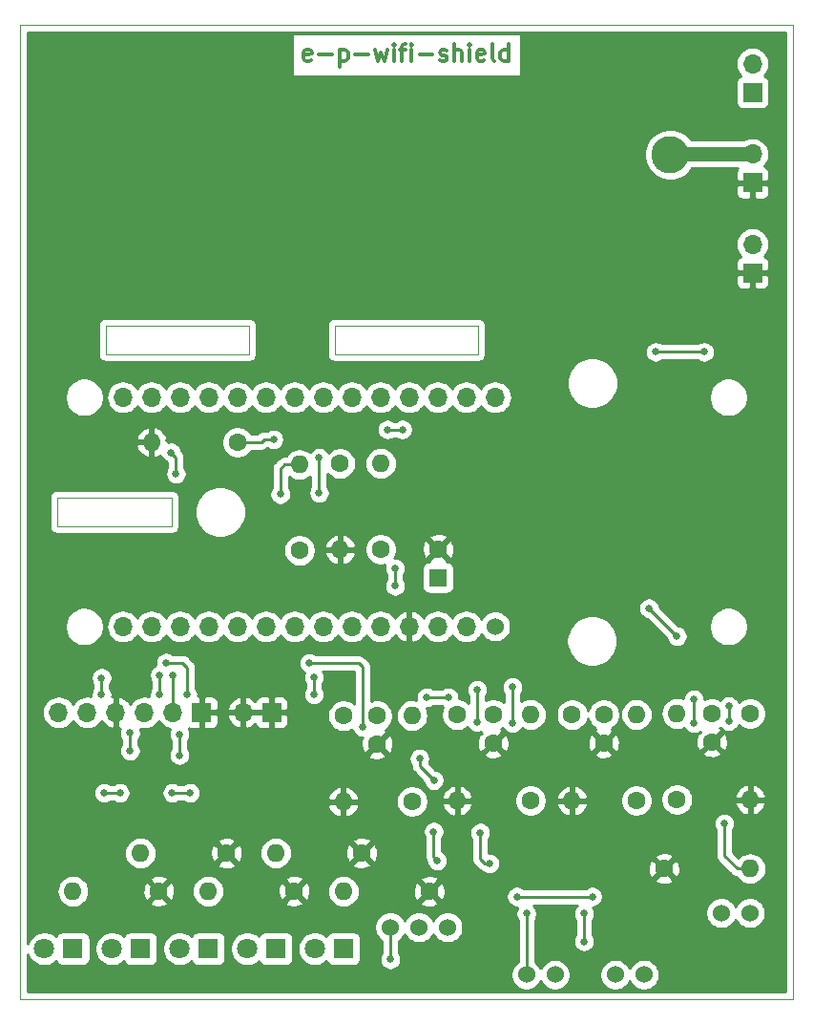
<source format=gtl>
G04 #@! TF.GenerationSoftware,KiCad,Pcbnew,(5.1.4)-1*
G04 #@! TF.CreationDate,2019-12-10T10:16:17+01:00*
G04 #@! TF.ProjectId,e-p-wifi,652d702d-7769-4666-992e-6b696361645f,1.0*
G04 #@! TF.SameCoordinates,Original*
G04 #@! TF.FileFunction,Copper,L1,Top*
G04 #@! TF.FilePolarity,Positive*
%FSLAX46Y46*%
G04 Gerber Fmt 4.6, Leading zero omitted, Abs format (unit mm)*
G04 Created by KiCad (PCBNEW (5.1.4)-1) date 2019-12-10 10:16:17*
%MOMM*%
%LPD*%
G04 APERTURE LIST*
%ADD10C,0.100000*%
%ADD11C,0.300000*%
%ADD12R,1.800000X1.800000*%
%ADD13C,1.800000*%
%ADD14C,1.600000*%
%ADD15R,1.700000X1.700000*%
%ADD16O,1.700000X1.700000*%
%ADD17R,1.600000X1.600000*%
%ADD18O,1.600000X1.600000*%
%ADD19C,1.524000*%
%ADD20C,0.635000*%
%ADD21C,3.302000*%
%ADD22C,0.254000*%
%ADD23C,1.270000*%
G04 APERTURE END LIST*
D10*
X45726000Y-52070000D02*
X45726000Y-54610000D01*
X33026000Y-52070000D02*
X33026000Y-54610000D01*
X33026000Y-52070000D02*
X45726000Y-52070000D01*
X33026000Y-54610000D02*
X45726000Y-54610000D01*
X53340000Y-54610000D02*
X53340000Y-52070000D01*
X66040000Y-52070000D02*
X66040000Y-54610000D01*
X53340000Y-52070000D02*
X66040000Y-52070000D01*
X53340000Y-54610000D02*
X66040000Y-54610000D01*
X28702000Y-69850000D02*
X38862000Y-69850000D01*
X38862000Y-67310000D02*
X28702000Y-67310000D01*
X28702000Y-67310000D02*
X28702000Y-69850000D01*
X25400000Y-111760000D02*
X93980000Y-111760000D01*
X93980000Y-25400000D02*
X93980000Y-111760000D01*
X25400000Y-25400000D02*
X25400000Y-111760000D01*
X38862000Y-67310000D02*
X38862000Y-69850000D01*
X25400000Y-25400000D02*
X93980000Y-25400000D01*
D11*
X51225714Y-28547142D02*
X51082857Y-28618571D01*
X50797142Y-28618571D01*
X50654285Y-28547142D01*
X50582857Y-28404285D01*
X50582857Y-27832857D01*
X50654285Y-27690000D01*
X50797142Y-27618571D01*
X51082857Y-27618571D01*
X51225714Y-27690000D01*
X51297142Y-27832857D01*
X51297142Y-27975714D01*
X50582857Y-28118571D01*
X51940000Y-28047142D02*
X53082857Y-28047142D01*
X53797142Y-27618571D02*
X53797142Y-29118571D01*
X53797142Y-27690000D02*
X53940000Y-27618571D01*
X54225714Y-27618571D01*
X54368571Y-27690000D01*
X54440000Y-27761428D01*
X54511428Y-27904285D01*
X54511428Y-28332857D01*
X54440000Y-28475714D01*
X54368571Y-28547142D01*
X54225714Y-28618571D01*
X53940000Y-28618571D01*
X53797142Y-28547142D01*
X55154285Y-28047142D02*
X56297142Y-28047142D01*
X56868571Y-27618571D02*
X57154285Y-28618571D01*
X57440000Y-27904285D01*
X57725714Y-28618571D01*
X58011428Y-27618571D01*
X58582857Y-28618571D02*
X58582857Y-27618571D01*
X58582857Y-27118571D02*
X58511428Y-27190000D01*
X58582857Y-27261428D01*
X58654285Y-27190000D01*
X58582857Y-27118571D01*
X58582857Y-27261428D01*
X59082857Y-27618571D02*
X59654285Y-27618571D01*
X59297142Y-28618571D02*
X59297142Y-27332857D01*
X59368571Y-27190000D01*
X59511428Y-27118571D01*
X59654285Y-27118571D01*
X60154285Y-28618571D02*
X60154285Y-27618571D01*
X60154285Y-27118571D02*
X60082857Y-27190000D01*
X60154285Y-27261428D01*
X60225714Y-27190000D01*
X60154285Y-27118571D01*
X60154285Y-27261428D01*
X60868571Y-28047142D02*
X62011428Y-28047142D01*
X62654285Y-28547142D02*
X62797142Y-28618571D01*
X63082857Y-28618571D01*
X63225714Y-28547142D01*
X63297142Y-28404285D01*
X63297142Y-28332857D01*
X63225714Y-28190000D01*
X63082857Y-28118571D01*
X62868571Y-28118571D01*
X62725714Y-28047142D01*
X62654285Y-27904285D01*
X62654285Y-27832857D01*
X62725714Y-27690000D01*
X62868571Y-27618571D01*
X63082857Y-27618571D01*
X63225714Y-27690000D01*
X63940000Y-28618571D02*
X63940000Y-27118571D01*
X64582857Y-28618571D02*
X64582857Y-27832857D01*
X64511428Y-27690000D01*
X64368571Y-27618571D01*
X64154285Y-27618571D01*
X64011428Y-27690000D01*
X63940000Y-27761428D01*
X65297142Y-28618571D02*
X65297142Y-27618571D01*
X65297142Y-27118571D02*
X65225714Y-27190000D01*
X65297142Y-27261428D01*
X65368571Y-27190000D01*
X65297142Y-27118571D01*
X65297142Y-27261428D01*
X66582857Y-28547142D02*
X66440000Y-28618571D01*
X66154285Y-28618571D01*
X66011428Y-28547142D01*
X65940000Y-28404285D01*
X65940000Y-27832857D01*
X66011428Y-27690000D01*
X66154285Y-27618571D01*
X66440000Y-27618571D01*
X66582857Y-27690000D01*
X66654285Y-27832857D01*
X66654285Y-27975714D01*
X65940000Y-28118571D01*
X67511428Y-28618571D02*
X67368571Y-28547142D01*
X67297142Y-28404285D01*
X67297142Y-27118571D01*
X68725714Y-28618571D02*
X68725714Y-27118571D01*
X68725714Y-28547142D02*
X68582857Y-28618571D01*
X68297142Y-28618571D01*
X68154285Y-28547142D01*
X68082857Y-28475714D01*
X68011428Y-28332857D01*
X68011428Y-27904285D01*
X68082857Y-27761428D01*
X68154285Y-27690000D01*
X68297142Y-27618571D01*
X68582857Y-27618571D01*
X68725714Y-27690000D01*
D12*
X54100000Y-107300000D03*
D13*
X51560000Y-107300000D03*
X27560000Y-107300000D03*
D12*
X30100000Y-107300000D03*
D14*
X77190000Y-89060000D03*
X77190000Y-86560000D03*
D15*
X90400000Y-31400000D03*
D16*
X90400000Y-28860000D03*
D15*
X90400000Y-47400000D03*
D16*
X90400000Y-44860000D03*
X45190000Y-86360000D03*
D15*
X47730000Y-86360000D03*
D17*
X62500000Y-74400000D03*
D14*
X62500000Y-71900000D03*
D15*
X41530000Y-86360000D03*
D16*
X38990000Y-86360000D03*
X36450000Y-86360000D03*
X33910000Y-86360000D03*
X31370000Y-86360000D03*
X28830000Y-86360000D03*
D14*
X86790000Y-86460000D03*
X86790000Y-88960000D03*
X67390000Y-86560000D03*
X67390000Y-89060000D03*
D12*
X42100000Y-107300000D03*
D13*
X39560000Y-107300000D03*
D12*
X48100000Y-107300000D03*
D13*
X45560000Y-107300000D03*
D14*
X57090000Y-89160000D03*
X57090000Y-86660000D03*
D13*
X33560000Y-107300000D03*
D12*
X36100000Y-107300000D03*
D16*
X90400000Y-36860000D03*
D15*
X90400000Y-39400000D03*
D14*
X50200000Y-72000000D03*
D18*
X50200000Y-64380000D03*
X90190000Y-94080000D03*
D14*
X90190000Y-86460000D03*
D18*
X64190000Y-94180000D03*
D14*
X64190000Y-86560000D03*
X53800000Y-64300000D03*
D18*
X53800000Y-71920000D03*
X42100000Y-102200000D03*
D14*
X49720000Y-102200000D03*
D18*
X60190000Y-86640000D03*
D14*
X60190000Y-94260000D03*
X70700000Y-94170000D03*
D18*
X70700000Y-86550000D03*
D14*
X43710000Y-98830000D03*
D18*
X36090000Y-98830000D03*
D14*
X74390000Y-86560000D03*
D18*
X74390000Y-94180000D03*
X54100000Y-102210000D03*
D14*
X61720000Y-102210000D03*
X55720000Y-98810000D03*
D18*
X48100000Y-98810000D03*
X90170000Y-100200000D03*
D14*
X82550000Y-100200000D03*
D18*
X80090000Y-86540000D03*
D14*
X80090000Y-94160000D03*
X57400000Y-71900000D03*
D18*
X57400000Y-64280000D03*
X30100000Y-102200000D03*
D14*
X37720000Y-102200000D03*
D16*
X67565000Y-58420000D03*
X65025000Y-78740000D03*
X65025000Y-58420000D03*
X62485000Y-78740000D03*
X62485000Y-58420000D03*
X59945000Y-78740000D03*
X59945000Y-58420000D03*
X57405000Y-78740000D03*
X57405000Y-58420000D03*
X54865000Y-78740000D03*
X54865000Y-58420000D03*
X52325000Y-78740000D03*
X52325000Y-58420000D03*
X49785000Y-78740000D03*
X49785000Y-58420000D03*
X47245000Y-78740000D03*
X47245000Y-58420000D03*
X44705000Y-78740000D03*
X44705000Y-58420000D03*
X42165000Y-78740000D03*
X42165000Y-58420000D03*
X39625000Y-78740000D03*
X39625000Y-58420000D03*
X37085000Y-78740000D03*
X37085000Y-58420000D03*
X34545000Y-78740000D03*
X34545000Y-58420000D03*
D19*
X67565000Y-78740000D03*
D18*
X37080000Y-62400000D03*
D14*
X44700000Y-62400000D03*
X83690000Y-94060000D03*
D18*
X83690000Y-86440000D03*
D14*
X54090000Y-86660000D03*
D18*
X54090000Y-94280000D03*
D19*
X60800000Y-105400000D03*
X58260000Y-105400000D03*
X63340000Y-105400000D03*
X87630000Y-104125000D03*
X90170000Y-104125000D03*
X80770000Y-109600000D03*
X78230000Y-109600000D03*
X70330000Y-109600000D03*
X72870000Y-109600000D03*
D20*
X83690000Y-79610000D03*
X81200000Y-77120000D03*
X61500000Y-85000000D03*
X63400000Y-85000000D03*
D21*
X83100000Y-36900000D03*
D20*
X58260000Y-108250000D03*
X76180000Y-102670000D03*
X69500000Y-102670000D03*
X39560000Y-90150000D03*
X39560000Y-88280000D03*
X40250000Y-84760000D03*
X38380000Y-81940000D03*
X39242210Y-65204910D03*
X38810000Y-63300000D03*
X51480000Y-84770000D03*
X51480000Y-83250000D03*
X58680000Y-75150000D03*
X58680000Y-73600000D03*
X58680000Y-73600000D03*
X35170000Y-89770000D03*
X35170000Y-88170000D03*
X37809799Y-84760201D03*
X37810000Y-83040000D03*
X40500000Y-93480000D03*
X38912300Y-93480000D03*
X34260000Y-93480000D03*
X32870000Y-93480000D03*
X32870000Y-93480000D03*
X32640000Y-84770000D03*
X32640000Y-83288800D03*
X85200000Y-87300000D03*
X85200000Y-85200000D03*
X38990000Y-83040000D03*
X38990000Y-83040000D03*
X48500000Y-67020000D03*
X87900000Y-96200000D03*
X88300000Y-87107700D03*
X88300000Y-87107700D03*
X88300000Y-85800000D03*
X86100000Y-54400000D03*
X81800000Y-54400000D03*
X70330000Y-104180000D03*
X62430000Y-99480000D03*
X62112501Y-96932501D03*
X62120000Y-92360000D03*
X60850000Y-90450000D03*
X60850000Y-90450000D03*
X55790000Y-87620000D03*
X51060000Y-81970000D03*
X51940000Y-66904910D03*
X51940000Y-63790000D03*
X47892700Y-62140000D03*
X75460000Y-106660000D03*
X75460000Y-104190000D03*
X75460000Y-104190000D03*
X67060000Y-99730000D03*
X66240000Y-97000000D03*
X66240000Y-97000000D03*
X65980000Y-87207700D03*
X65980000Y-84352300D03*
X59327700Y-61280000D03*
X58020000Y-61280000D03*
X58020000Y-61280000D03*
X69100000Y-87300000D03*
X69100000Y-84100000D03*
D22*
X83690000Y-79610000D02*
X81200000Y-77120000D01*
X61500000Y-85000000D02*
X63400000Y-85000000D01*
D23*
X90400000Y-36860000D02*
X83140000Y-36860000D01*
X83140000Y-36860000D02*
X83100000Y-36900000D01*
D22*
X58260000Y-105400000D02*
X58260000Y-106477630D01*
X58260000Y-106477630D02*
X58260000Y-108250000D01*
X76180000Y-102670000D02*
X75730988Y-102670000D01*
X75730988Y-102670000D02*
X69500000Y-102670000D01*
X39560000Y-90150000D02*
X39560000Y-89700988D01*
X39560000Y-89700988D02*
X39560000Y-88280000D01*
X40250000Y-84760000D02*
X40250000Y-84310988D01*
X40250000Y-84310988D02*
X40250000Y-82520000D01*
X40250000Y-82520000D02*
X40250000Y-82370000D01*
X40250000Y-82370000D02*
X39820000Y-81940000D01*
X39820000Y-81940000D02*
X38380000Y-81940000D01*
X39242210Y-64755898D02*
X39250000Y-64748108D01*
X39242210Y-65204910D02*
X39242210Y-64755898D01*
X39250000Y-64748108D02*
X39250000Y-63740000D01*
X39250000Y-63740000D02*
X38810000Y-63300000D01*
X51480000Y-84770000D02*
X51480000Y-83250000D01*
X58680000Y-75150000D02*
X58680000Y-73600000D01*
X35170000Y-89770000D02*
X35170000Y-89320988D01*
X35170000Y-89320988D02*
X35170000Y-88170000D01*
X37809799Y-84311189D02*
X37810000Y-84310988D01*
X37809799Y-84760201D02*
X37809799Y-84311189D01*
X37810000Y-84310988D02*
X37810000Y-83040000D01*
X39040000Y-93480000D02*
X38912300Y-93480000D01*
X40500000Y-93480000D02*
X39040000Y-93480000D01*
X34260000Y-93480000D02*
X33810988Y-93480000D01*
X33810988Y-93480000D02*
X32870000Y-93480000D01*
X32640000Y-83340000D02*
X32640000Y-83288800D01*
X32640000Y-84770000D02*
X32640000Y-83340000D01*
X85200000Y-87300000D02*
X85200000Y-85200000D01*
X38990000Y-86360000D02*
X38990000Y-85157919D01*
X38990000Y-85157919D02*
X38990000Y-83040000D01*
X48860000Y-64380000D02*
X50200000Y-64380000D01*
X48500000Y-67020000D02*
X48500000Y-64740000D01*
X48500000Y-64740000D02*
X48860000Y-64380000D01*
X89038630Y-100200000D02*
X87900000Y-99061370D01*
X90170000Y-100200000D02*
X89038630Y-100200000D01*
X87900000Y-99061370D02*
X87900000Y-96200000D01*
X88300000Y-87107700D02*
X88300000Y-85800000D01*
X86100000Y-54400000D02*
X81800000Y-54400000D01*
X70330000Y-109600000D02*
X70330000Y-108522370D01*
X70330000Y-108522370D02*
X70330000Y-104180000D01*
X62112501Y-99162501D02*
X62112501Y-96932501D01*
X62430000Y-99480000D02*
X62112501Y-99162501D01*
X62120000Y-92360000D02*
X61802501Y-92042501D01*
X61802501Y-92042501D02*
X60850000Y-91090000D01*
X60850000Y-91090000D02*
X60850000Y-90450000D01*
X55790000Y-87620000D02*
X55790000Y-85840000D01*
X55790000Y-85840000D02*
X55790000Y-82290000D01*
X55790000Y-82290000D02*
X55470000Y-81970000D01*
X55470000Y-81970000D02*
X51060000Y-81970000D01*
X51940000Y-66904910D02*
X51940000Y-66455898D01*
X51940000Y-66455898D02*
X51940000Y-63790000D01*
X47892700Y-62140000D02*
X47060000Y-62140000D01*
X46800000Y-62400000D02*
X44700000Y-62400000D01*
X47060000Y-62140000D02*
X46800000Y-62400000D01*
X75460000Y-106660000D02*
X75460000Y-106210988D01*
X75460000Y-106210988D02*
X75460000Y-104190000D01*
X66610988Y-99730000D02*
X66240000Y-99359012D01*
X67060000Y-99730000D02*
X66610988Y-99730000D01*
X66240000Y-99359012D02*
X66240000Y-97170000D01*
X66240000Y-97170000D02*
X66240000Y-97000000D01*
X65980000Y-87207700D02*
X65980000Y-84590000D01*
X65980000Y-84590000D02*
X65980000Y-84352300D01*
X59327700Y-61280000D02*
X58878688Y-61280000D01*
X58878688Y-61280000D02*
X58020000Y-61280000D01*
X69100000Y-87300000D02*
X69100000Y-84100000D01*
G36*
X93295001Y-111075000D02*
G01*
X26085000Y-111075000D01*
X26085000Y-107750184D01*
X26199701Y-108027095D01*
X26367688Y-108278505D01*
X26581495Y-108492312D01*
X26832905Y-108660299D01*
X27112257Y-108776011D01*
X27408816Y-108835000D01*
X27711184Y-108835000D01*
X28007743Y-108776011D01*
X28287095Y-108660299D01*
X28538505Y-108492312D01*
X28604944Y-108425873D01*
X28610498Y-108444180D01*
X28669463Y-108554494D01*
X28748815Y-108651185D01*
X28845506Y-108730537D01*
X28955820Y-108789502D01*
X29075518Y-108825812D01*
X29200000Y-108838072D01*
X31000000Y-108838072D01*
X31124482Y-108825812D01*
X31244180Y-108789502D01*
X31354494Y-108730537D01*
X31451185Y-108651185D01*
X31530537Y-108554494D01*
X31589502Y-108444180D01*
X31625812Y-108324482D01*
X31638072Y-108200000D01*
X31638072Y-107148816D01*
X32025000Y-107148816D01*
X32025000Y-107451184D01*
X32083989Y-107747743D01*
X32199701Y-108027095D01*
X32367688Y-108278505D01*
X32581495Y-108492312D01*
X32832905Y-108660299D01*
X33112257Y-108776011D01*
X33408816Y-108835000D01*
X33711184Y-108835000D01*
X34007743Y-108776011D01*
X34287095Y-108660299D01*
X34538505Y-108492312D01*
X34604944Y-108425873D01*
X34610498Y-108444180D01*
X34669463Y-108554494D01*
X34748815Y-108651185D01*
X34845506Y-108730537D01*
X34955820Y-108789502D01*
X35075518Y-108825812D01*
X35200000Y-108838072D01*
X37000000Y-108838072D01*
X37124482Y-108825812D01*
X37244180Y-108789502D01*
X37354494Y-108730537D01*
X37451185Y-108651185D01*
X37530537Y-108554494D01*
X37589502Y-108444180D01*
X37625812Y-108324482D01*
X37638072Y-108200000D01*
X37638072Y-107148816D01*
X38025000Y-107148816D01*
X38025000Y-107451184D01*
X38083989Y-107747743D01*
X38199701Y-108027095D01*
X38367688Y-108278505D01*
X38581495Y-108492312D01*
X38832905Y-108660299D01*
X39112257Y-108776011D01*
X39408816Y-108835000D01*
X39711184Y-108835000D01*
X40007743Y-108776011D01*
X40287095Y-108660299D01*
X40538505Y-108492312D01*
X40604944Y-108425873D01*
X40610498Y-108444180D01*
X40669463Y-108554494D01*
X40748815Y-108651185D01*
X40845506Y-108730537D01*
X40955820Y-108789502D01*
X41075518Y-108825812D01*
X41200000Y-108838072D01*
X43000000Y-108838072D01*
X43124482Y-108825812D01*
X43244180Y-108789502D01*
X43354494Y-108730537D01*
X43451185Y-108651185D01*
X43530537Y-108554494D01*
X43589502Y-108444180D01*
X43625812Y-108324482D01*
X43638072Y-108200000D01*
X43638072Y-107148816D01*
X44025000Y-107148816D01*
X44025000Y-107451184D01*
X44083989Y-107747743D01*
X44199701Y-108027095D01*
X44367688Y-108278505D01*
X44581495Y-108492312D01*
X44832905Y-108660299D01*
X45112257Y-108776011D01*
X45408816Y-108835000D01*
X45711184Y-108835000D01*
X46007743Y-108776011D01*
X46287095Y-108660299D01*
X46538505Y-108492312D01*
X46604944Y-108425873D01*
X46610498Y-108444180D01*
X46669463Y-108554494D01*
X46748815Y-108651185D01*
X46845506Y-108730537D01*
X46955820Y-108789502D01*
X47075518Y-108825812D01*
X47200000Y-108838072D01*
X49000000Y-108838072D01*
X49124482Y-108825812D01*
X49244180Y-108789502D01*
X49354494Y-108730537D01*
X49451185Y-108651185D01*
X49530537Y-108554494D01*
X49589502Y-108444180D01*
X49625812Y-108324482D01*
X49638072Y-108200000D01*
X49638072Y-107148816D01*
X50025000Y-107148816D01*
X50025000Y-107451184D01*
X50083989Y-107747743D01*
X50199701Y-108027095D01*
X50367688Y-108278505D01*
X50581495Y-108492312D01*
X50832905Y-108660299D01*
X51112257Y-108776011D01*
X51408816Y-108835000D01*
X51711184Y-108835000D01*
X52007743Y-108776011D01*
X52287095Y-108660299D01*
X52538505Y-108492312D01*
X52604944Y-108425873D01*
X52610498Y-108444180D01*
X52669463Y-108554494D01*
X52748815Y-108651185D01*
X52845506Y-108730537D01*
X52955820Y-108789502D01*
X53075518Y-108825812D01*
X53200000Y-108838072D01*
X55000000Y-108838072D01*
X55124482Y-108825812D01*
X55244180Y-108789502D01*
X55354494Y-108730537D01*
X55451185Y-108651185D01*
X55530537Y-108554494D01*
X55589502Y-108444180D01*
X55625812Y-108324482D01*
X55638072Y-108200000D01*
X55638072Y-106400000D01*
X55625812Y-106275518D01*
X55589502Y-106155820D01*
X55530537Y-106045506D01*
X55451185Y-105948815D01*
X55354494Y-105869463D01*
X55244180Y-105810498D01*
X55124482Y-105774188D01*
X55000000Y-105761928D01*
X53200000Y-105761928D01*
X53075518Y-105774188D01*
X52955820Y-105810498D01*
X52845506Y-105869463D01*
X52748815Y-105948815D01*
X52669463Y-106045506D01*
X52610498Y-106155820D01*
X52604944Y-106174127D01*
X52538505Y-106107688D01*
X52287095Y-105939701D01*
X52007743Y-105823989D01*
X51711184Y-105765000D01*
X51408816Y-105765000D01*
X51112257Y-105823989D01*
X50832905Y-105939701D01*
X50581495Y-106107688D01*
X50367688Y-106321495D01*
X50199701Y-106572905D01*
X50083989Y-106852257D01*
X50025000Y-107148816D01*
X49638072Y-107148816D01*
X49638072Y-106400000D01*
X49625812Y-106275518D01*
X49589502Y-106155820D01*
X49530537Y-106045506D01*
X49451185Y-105948815D01*
X49354494Y-105869463D01*
X49244180Y-105810498D01*
X49124482Y-105774188D01*
X49000000Y-105761928D01*
X47200000Y-105761928D01*
X47075518Y-105774188D01*
X46955820Y-105810498D01*
X46845506Y-105869463D01*
X46748815Y-105948815D01*
X46669463Y-106045506D01*
X46610498Y-106155820D01*
X46604944Y-106174127D01*
X46538505Y-106107688D01*
X46287095Y-105939701D01*
X46007743Y-105823989D01*
X45711184Y-105765000D01*
X45408816Y-105765000D01*
X45112257Y-105823989D01*
X44832905Y-105939701D01*
X44581495Y-106107688D01*
X44367688Y-106321495D01*
X44199701Y-106572905D01*
X44083989Y-106852257D01*
X44025000Y-107148816D01*
X43638072Y-107148816D01*
X43638072Y-106400000D01*
X43625812Y-106275518D01*
X43589502Y-106155820D01*
X43530537Y-106045506D01*
X43451185Y-105948815D01*
X43354494Y-105869463D01*
X43244180Y-105810498D01*
X43124482Y-105774188D01*
X43000000Y-105761928D01*
X41200000Y-105761928D01*
X41075518Y-105774188D01*
X40955820Y-105810498D01*
X40845506Y-105869463D01*
X40748815Y-105948815D01*
X40669463Y-106045506D01*
X40610498Y-106155820D01*
X40604944Y-106174127D01*
X40538505Y-106107688D01*
X40287095Y-105939701D01*
X40007743Y-105823989D01*
X39711184Y-105765000D01*
X39408816Y-105765000D01*
X39112257Y-105823989D01*
X38832905Y-105939701D01*
X38581495Y-106107688D01*
X38367688Y-106321495D01*
X38199701Y-106572905D01*
X38083989Y-106852257D01*
X38025000Y-107148816D01*
X37638072Y-107148816D01*
X37638072Y-106400000D01*
X37625812Y-106275518D01*
X37589502Y-106155820D01*
X37530537Y-106045506D01*
X37451185Y-105948815D01*
X37354494Y-105869463D01*
X37244180Y-105810498D01*
X37124482Y-105774188D01*
X37000000Y-105761928D01*
X35200000Y-105761928D01*
X35075518Y-105774188D01*
X34955820Y-105810498D01*
X34845506Y-105869463D01*
X34748815Y-105948815D01*
X34669463Y-106045506D01*
X34610498Y-106155820D01*
X34604944Y-106174127D01*
X34538505Y-106107688D01*
X34287095Y-105939701D01*
X34007743Y-105823989D01*
X33711184Y-105765000D01*
X33408816Y-105765000D01*
X33112257Y-105823989D01*
X32832905Y-105939701D01*
X32581495Y-106107688D01*
X32367688Y-106321495D01*
X32199701Y-106572905D01*
X32083989Y-106852257D01*
X32025000Y-107148816D01*
X31638072Y-107148816D01*
X31638072Y-106400000D01*
X31625812Y-106275518D01*
X31589502Y-106155820D01*
X31530537Y-106045506D01*
X31451185Y-105948815D01*
X31354494Y-105869463D01*
X31244180Y-105810498D01*
X31124482Y-105774188D01*
X31000000Y-105761928D01*
X29200000Y-105761928D01*
X29075518Y-105774188D01*
X28955820Y-105810498D01*
X28845506Y-105869463D01*
X28748815Y-105948815D01*
X28669463Y-106045506D01*
X28610498Y-106155820D01*
X28604944Y-106174127D01*
X28538505Y-106107688D01*
X28287095Y-105939701D01*
X28007743Y-105823989D01*
X27711184Y-105765000D01*
X27408816Y-105765000D01*
X27112257Y-105823989D01*
X26832905Y-105939701D01*
X26581495Y-106107688D01*
X26367688Y-106321495D01*
X26199701Y-106572905D01*
X26085000Y-106849816D01*
X26085000Y-105262408D01*
X56863000Y-105262408D01*
X56863000Y-105537592D01*
X56916686Y-105807490D01*
X57021995Y-106061727D01*
X57174880Y-106290535D01*
X57369465Y-106485120D01*
X57498000Y-106571005D01*
X57498001Y-107675957D01*
X57415905Y-107798822D01*
X57344104Y-107972166D01*
X57307500Y-108156187D01*
X57307500Y-108343813D01*
X57344104Y-108527834D01*
X57415905Y-108701178D01*
X57520145Y-108857184D01*
X57652816Y-108989855D01*
X57808822Y-109094095D01*
X57982166Y-109165896D01*
X58166187Y-109202500D01*
X58353813Y-109202500D01*
X58537834Y-109165896D01*
X58711178Y-109094095D01*
X58867184Y-108989855D01*
X58999855Y-108857184D01*
X59104095Y-108701178D01*
X59175896Y-108527834D01*
X59212500Y-108343813D01*
X59212500Y-108156187D01*
X59175896Y-107972166D01*
X59104095Y-107798822D01*
X59022000Y-107675958D01*
X59022000Y-106571005D01*
X59150535Y-106485120D01*
X59345120Y-106290535D01*
X59498005Y-106061727D01*
X59530000Y-105984485D01*
X59561995Y-106061727D01*
X59714880Y-106290535D01*
X59909465Y-106485120D01*
X60138273Y-106638005D01*
X60392510Y-106743314D01*
X60662408Y-106797000D01*
X60937592Y-106797000D01*
X61207490Y-106743314D01*
X61461727Y-106638005D01*
X61690535Y-106485120D01*
X61885120Y-106290535D01*
X62038005Y-106061727D01*
X62070000Y-105984485D01*
X62101995Y-106061727D01*
X62254880Y-106290535D01*
X62449465Y-106485120D01*
X62678273Y-106638005D01*
X62932510Y-106743314D01*
X63202408Y-106797000D01*
X63477592Y-106797000D01*
X63747490Y-106743314D01*
X64001727Y-106638005D01*
X64230535Y-106485120D01*
X64425120Y-106290535D01*
X64578005Y-106061727D01*
X64683314Y-105807490D01*
X64737000Y-105537592D01*
X64737000Y-105262408D01*
X64683314Y-104992510D01*
X64578005Y-104738273D01*
X64425120Y-104509465D01*
X64230535Y-104314880D01*
X64001727Y-104161995D01*
X63747490Y-104056686D01*
X63477592Y-104003000D01*
X63202408Y-104003000D01*
X62932510Y-104056686D01*
X62678273Y-104161995D01*
X62449465Y-104314880D01*
X62254880Y-104509465D01*
X62101995Y-104738273D01*
X62070000Y-104815515D01*
X62038005Y-104738273D01*
X61885120Y-104509465D01*
X61690535Y-104314880D01*
X61461727Y-104161995D01*
X61207490Y-104056686D01*
X60937592Y-104003000D01*
X60662408Y-104003000D01*
X60392510Y-104056686D01*
X60138273Y-104161995D01*
X59909465Y-104314880D01*
X59714880Y-104509465D01*
X59561995Y-104738273D01*
X59530000Y-104815515D01*
X59498005Y-104738273D01*
X59345120Y-104509465D01*
X59150535Y-104314880D01*
X58921727Y-104161995D01*
X58667490Y-104056686D01*
X58397592Y-104003000D01*
X58122408Y-104003000D01*
X57852510Y-104056686D01*
X57598273Y-104161995D01*
X57369465Y-104314880D01*
X57174880Y-104509465D01*
X57021995Y-104738273D01*
X56916686Y-104992510D01*
X56863000Y-105262408D01*
X26085000Y-105262408D01*
X26085000Y-102200000D01*
X28658057Y-102200000D01*
X28685764Y-102481309D01*
X28767818Y-102751808D01*
X28901068Y-103001101D01*
X29080392Y-103219608D01*
X29298899Y-103398932D01*
X29548192Y-103532182D01*
X29818691Y-103614236D01*
X30029508Y-103635000D01*
X30170492Y-103635000D01*
X30381309Y-103614236D01*
X30651808Y-103532182D01*
X30901101Y-103398932D01*
X31119608Y-103219608D01*
X31141689Y-103192702D01*
X36906903Y-103192702D01*
X36978486Y-103436671D01*
X37233996Y-103557571D01*
X37508184Y-103626300D01*
X37790512Y-103640217D01*
X38070130Y-103598787D01*
X38336292Y-103503603D01*
X38461514Y-103436671D01*
X38533097Y-103192702D01*
X37720000Y-102379605D01*
X36906903Y-103192702D01*
X31141689Y-103192702D01*
X31298932Y-103001101D01*
X31432182Y-102751808D01*
X31514236Y-102481309D01*
X31534998Y-102270512D01*
X36279783Y-102270512D01*
X36321213Y-102550130D01*
X36416397Y-102816292D01*
X36483329Y-102941514D01*
X36727298Y-103013097D01*
X37540395Y-102200000D01*
X37899605Y-102200000D01*
X38712702Y-103013097D01*
X38956671Y-102941514D01*
X39077571Y-102686004D01*
X39146300Y-102411816D01*
X39156741Y-102200000D01*
X40658057Y-102200000D01*
X40685764Y-102481309D01*
X40767818Y-102751808D01*
X40901068Y-103001101D01*
X41080392Y-103219608D01*
X41298899Y-103398932D01*
X41548192Y-103532182D01*
X41818691Y-103614236D01*
X42029508Y-103635000D01*
X42170492Y-103635000D01*
X42381309Y-103614236D01*
X42651808Y-103532182D01*
X42901101Y-103398932D01*
X43119608Y-103219608D01*
X43141689Y-103192702D01*
X48906903Y-103192702D01*
X48978486Y-103436671D01*
X49233996Y-103557571D01*
X49508184Y-103626300D01*
X49790512Y-103640217D01*
X50070130Y-103598787D01*
X50336292Y-103503603D01*
X50461514Y-103436671D01*
X50533097Y-103192702D01*
X49720000Y-102379605D01*
X48906903Y-103192702D01*
X43141689Y-103192702D01*
X43298932Y-103001101D01*
X43432182Y-102751808D01*
X43514236Y-102481309D01*
X43534998Y-102270512D01*
X48279783Y-102270512D01*
X48321213Y-102550130D01*
X48416397Y-102816292D01*
X48483329Y-102941514D01*
X48727298Y-103013097D01*
X49540395Y-102200000D01*
X49899605Y-102200000D01*
X50712702Y-103013097D01*
X50956671Y-102941514D01*
X51077571Y-102686004D01*
X51146300Y-102411816D01*
X51156248Y-102210000D01*
X52658057Y-102210000D01*
X52685764Y-102491309D01*
X52767818Y-102761808D01*
X52901068Y-103011101D01*
X53080392Y-103229608D01*
X53298899Y-103408932D01*
X53548192Y-103542182D01*
X53818691Y-103624236D01*
X54029508Y-103645000D01*
X54170492Y-103645000D01*
X54381309Y-103624236D01*
X54651808Y-103542182D01*
X54901101Y-103408932D01*
X55119608Y-103229608D01*
X55141689Y-103202702D01*
X60906903Y-103202702D01*
X60978486Y-103446671D01*
X61233996Y-103567571D01*
X61508184Y-103636300D01*
X61790512Y-103650217D01*
X62070130Y-103608787D01*
X62336292Y-103513603D01*
X62461514Y-103446671D01*
X62533097Y-103202702D01*
X61720000Y-102389605D01*
X60906903Y-103202702D01*
X55141689Y-103202702D01*
X55298932Y-103011101D01*
X55432182Y-102761808D01*
X55514236Y-102491309D01*
X55534998Y-102280512D01*
X60279783Y-102280512D01*
X60321213Y-102560130D01*
X60416397Y-102826292D01*
X60483329Y-102951514D01*
X60727298Y-103023097D01*
X61540395Y-102210000D01*
X61899605Y-102210000D01*
X62712702Y-103023097D01*
X62956671Y-102951514D01*
X63077571Y-102696004D01*
X63107604Y-102576187D01*
X68547500Y-102576187D01*
X68547500Y-102763813D01*
X68584104Y-102947834D01*
X68655905Y-103121178D01*
X68760145Y-103277184D01*
X68892816Y-103409855D01*
X69048822Y-103514095D01*
X69222166Y-103585896D01*
X69406187Y-103622500D01*
X69556947Y-103622500D01*
X69485905Y-103728822D01*
X69414104Y-103902166D01*
X69377500Y-104086187D01*
X69377500Y-104273813D01*
X69414104Y-104457834D01*
X69485905Y-104631178D01*
X69568001Y-104754043D01*
X69568000Y-108428995D01*
X69439465Y-108514880D01*
X69244880Y-108709465D01*
X69091995Y-108938273D01*
X68986686Y-109192510D01*
X68933000Y-109462408D01*
X68933000Y-109737592D01*
X68986686Y-110007490D01*
X69091995Y-110261727D01*
X69244880Y-110490535D01*
X69439465Y-110685120D01*
X69668273Y-110838005D01*
X69922510Y-110943314D01*
X70192408Y-110997000D01*
X70467592Y-110997000D01*
X70737490Y-110943314D01*
X70991727Y-110838005D01*
X71220535Y-110685120D01*
X71415120Y-110490535D01*
X71568005Y-110261727D01*
X71600000Y-110184485D01*
X71631995Y-110261727D01*
X71784880Y-110490535D01*
X71979465Y-110685120D01*
X72208273Y-110838005D01*
X72462510Y-110943314D01*
X72732408Y-110997000D01*
X73007592Y-110997000D01*
X73277490Y-110943314D01*
X73531727Y-110838005D01*
X73760535Y-110685120D01*
X73955120Y-110490535D01*
X74108005Y-110261727D01*
X74213314Y-110007490D01*
X74267000Y-109737592D01*
X74267000Y-109462408D01*
X76833000Y-109462408D01*
X76833000Y-109737592D01*
X76886686Y-110007490D01*
X76991995Y-110261727D01*
X77144880Y-110490535D01*
X77339465Y-110685120D01*
X77568273Y-110838005D01*
X77822510Y-110943314D01*
X78092408Y-110997000D01*
X78367592Y-110997000D01*
X78637490Y-110943314D01*
X78891727Y-110838005D01*
X79120535Y-110685120D01*
X79315120Y-110490535D01*
X79468005Y-110261727D01*
X79500000Y-110184485D01*
X79531995Y-110261727D01*
X79684880Y-110490535D01*
X79879465Y-110685120D01*
X80108273Y-110838005D01*
X80362510Y-110943314D01*
X80632408Y-110997000D01*
X80907592Y-110997000D01*
X81177490Y-110943314D01*
X81431727Y-110838005D01*
X81660535Y-110685120D01*
X81855120Y-110490535D01*
X82008005Y-110261727D01*
X82113314Y-110007490D01*
X82167000Y-109737592D01*
X82167000Y-109462408D01*
X82113314Y-109192510D01*
X82008005Y-108938273D01*
X81855120Y-108709465D01*
X81660535Y-108514880D01*
X81431727Y-108361995D01*
X81177490Y-108256686D01*
X80907592Y-108203000D01*
X80632408Y-108203000D01*
X80362510Y-108256686D01*
X80108273Y-108361995D01*
X79879465Y-108514880D01*
X79684880Y-108709465D01*
X79531995Y-108938273D01*
X79500000Y-109015515D01*
X79468005Y-108938273D01*
X79315120Y-108709465D01*
X79120535Y-108514880D01*
X78891727Y-108361995D01*
X78637490Y-108256686D01*
X78367592Y-108203000D01*
X78092408Y-108203000D01*
X77822510Y-108256686D01*
X77568273Y-108361995D01*
X77339465Y-108514880D01*
X77144880Y-108709465D01*
X76991995Y-108938273D01*
X76886686Y-109192510D01*
X76833000Y-109462408D01*
X74267000Y-109462408D01*
X74213314Y-109192510D01*
X74108005Y-108938273D01*
X73955120Y-108709465D01*
X73760535Y-108514880D01*
X73531727Y-108361995D01*
X73277490Y-108256686D01*
X73007592Y-108203000D01*
X72732408Y-108203000D01*
X72462510Y-108256686D01*
X72208273Y-108361995D01*
X71979465Y-108514880D01*
X71784880Y-108709465D01*
X71631995Y-108938273D01*
X71600000Y-109015515D01*
X71568005Y-108938273D01*
X71415120Y-108709465D01*
X71220535Y-108514880D01*
X71092000Y-108428995D01*
X71092000Y-104754042D01*
X71174095Y-104631178D01*
X71245896Y-104457834D01*
X71282500Y-104273813D01*
X71282500Y-104086187D01*
X71245896Y-103902166D01*
X71174095Y-103728822D01*
X71069855Y-103572816D01*
X70937184Y-103440145D01*
X70924994Y-103432000D01*
X74879972Y-103432000D01*
X74852816Y-103450145D01*
X74720145Y-103582816D01*
X74615905Y-103738822D01*
X74544104Y-103912166D01*
X74507500Y-104096187D01*
X74507500Y-104283813D01*
X74544104Y-104467834D01*
X74615905Y-104641178D01*
X74698001Y-104764043D01*
X74698000Y-106085958D01*
X74615905Y-106208822D01*
X74544104Y-106382166D01*
X74507500Y-106566187D01*
X74507500Y-106753813D01*
X74544104Y-106937834D01*
X74615905Y-107111178D01*
X74720145Y-107267184D01*
X74852816Y-107399855D01*
X75008822Y-107504095D01*
X75182166Y-107575896D01*
X75366187Y-107612500D01*
X75553813Y-107612500D01*
X75737834Y-107575896D01*
X75911178Y-107504095D01*
X76067184Y-107399855D01*
X76199855Y-107267184D01*
X76304095Y-107111178D01*
X76375896Y-106937834D01*
X76412500Y-106753813D01*
X76412500Y-106566187D01*
X76375896Y-106382166D01*
X76304095Y-106208822D01*
X76222000Y-106085958D01*
X76222000Y-104764042D01*
X76304095Y-104641178D01*
X76375896Y-104467834D01*
X76412500Y-104283813D01*
X76412500Y-104096187D01*
X76390863Y-103987408D01*
X86233000Y-103987408D01*
X86233000Y-104262592D01*
X86286686Y-104532490D01*
X86391995Y-104786727D01*
X86544880Y-105015535D01*
X86739465Y-105210120D01*
X86968273Y-105363005D01*
X87222510Y-105468314D01*
X87492408Y-105522000D01*
X87767592Y-105522000D01*
X88037490Y-105468314D01*
X88291727Y-105363005D01*
X88520535Y-105210120D01*
X88715120Y-105015535D01*
X88868005Y-104786727D01*
X88900000Y-104709485D01*
X88931995Y-104786727D01*
X89084880Y-105015535D01*
X89279465Y-105210120D01*
X89508273Y-105363005D01*
X89762510Y-105468314D01*
X90032408Y-105522000D01*
X90307592Y-105522000D01*
X90577490Y-105468314D01*
X90831727Y-105363005D01*
X91060535Y-105210120D01*
X91255120Y-105015535D01*
X91408005Y-104786727D01*
X91513314Y-104532490D01*
X91567000Y-104262592D01*
X91567000Y-103987408D01*
X91513314Y-103717510D01*
X91408005Y-103463273D01*
X91255120Y-103234465D01*
X91060535Y-103039880D01*
X90831727Y-102886995D01*
X90577490Y-102781686D01*
X90307592Y-102728000D01*
X90032408Y-102728000D01*
X89762510Y-102781686D01*
X89508273Y-102886995D01*
X89279465Y-103039880D01*
X89084880Y-103234465D01*
X88931995Y-103463273D01*
X88900000Y-103540515D01*
X88868005Y-103463273D01*
X88715120Y-103234465D01*
X88520535Y-103039880D01*
X88291727Y-102886995D01*
X88037490Y-102781686D01*
X87767592Y-102728000D01*
X87492408Y-102728000D01*
X87222510Y-102781686D01*
X86968273Y-102886995D01*
X86739465Y-103039880D01*
X86544880Y-103234465D01*
X86391995Y-103463273D01*
X86286686Y-103717510D01*
X86233000Y-103987408D01*
X76390863Y-103987408D01*
X76375896Y-103912166D01*
X76304095Y-103738822D01*
X76226371Y-103622500D01*
X76273813Y-103622500D01*
X76457834Y-103585896D01*
X76631178Y-103514095D01*
X76787184Y-103409855D01*
X76919855Y-103277184D01*
X77024095Y-103121178D01*
X77095896Y-102947834D01*
X77132500Y-102763813D01*
X77132500Y-102576187D01*
X77095896Y-102392166D01*
X77024095Y-102218822D01*
X76919855Y-102062816D01*
X76787184Y-101930145D01*
X76631178Y-101825905D01*
X76457834Y-101754104D01*
X76273813Y-101717500D01*
X76086187Y-101717500D01*
X75902166Y-101754104D01*
X75728822Y-101825905D01*
X75605958Y-101908000D01*
X70074042Y-101908000D01*
X69951178Y-101825905D01*
X69777834Y-101754104D01*
X69593813Y-101717500D01*
X69406187Y-101717500D01*
X69222166Y-101754104D01*
X69048822Y-101825905D01*
X68892816Y-101930145D01*
X68760145Y-102062816D01*
X68655905Y-102218822D01*
X68584104Y-102392166D01*
X68547500Y-102576187D01*
X63107604Y-102576187D01*
X63146300Y-102421816D01*
X63160217Y-102139488D01*
X63118787Y-101859870D01*
X63023603Y-101593708D01*
X62956671Y-101468486D01*
X62712702Y-101396903D01*
X61899605Y-102210000D01*
X61540395Y-102210000D01*
X60727298Y-101396903D01*
X60483329Y-101468486D01*
X60362429Y-101723996D01*
X60293700Y-101998184D01*
X60279783Y-102280512D01*
X55534998Y-102280512D01*
X55541943Y-102210000D01*
X55514236Y-101928691D01*
X55432182Y-101658192D01*
X55298932Y-101408899D01*
X55141690Y-101217298D01*
X60906903Y-101217298D01*
X61720000Y-102030395D01*
X62533097Y-101217298D01*
X62525881Y-101192702D01*
X81736903Y-101192702D01*
X81808486Y-101436671D01*
X82063996Y-101557571D01*
X82338184Y-101626300D01*
X82620512Y-101640217D01*
X82900130Y-101598787D01*
X83166292Y-101503603D01*
X83291514Y-101436671D01*
X83363097Y-101192702D01*
X82550000Y-100379605D01*
X81736903Y-101192702D01*
X62525881Y-101192702D01*
X62461514Y-100973329D01*
X62206004Y-100852429D01*
X61931816Y-100783700D01*
X61649488Y-100769783D01*
X61369870Y-100811213D01*
X61103708Y-100906397D01*
X60978486Y-100973329D01*
X60906903Y-101217298D01*
X55141690Y-101217298D01*
X55119608Y-101190392D01*
X54901101Y-101011068D01*
X54651808Y-100877818D01*
X54381309Y-100795764D01*
X54170492Y-100775000D01*
X54029508Y-100775000D01*
X53818691Y-100795764D01*
X53548192Y-100877818D01*
X53298899Y-101011068D01*
X53080392Y-101190392D01*
X52901068Y-101408899D01*
X52767818Y-101658192D01*
X52685764Y-101928691D01*
X52658057Y-102210000D01*
X51156248Y-102210000D01*
X51160217Y-102129488D01*
X51118787Y-101849870D01*
X51023603Y-101583708D01*
X50956671Y-101458486D01*
X50712702Y-101386903D01*
X49899605Y-102200000D01*
X49540395Y-102200000D01*
X48727298Y-101386903D01*
X48483329Y-101458486D01*
X48362429Y-101713996D01*
X48293700Y-101988184D01*
X48279783Y-102270512D01*
X43534998Y-102270512D01*
X43541943Y-102200000D01*
X43514236Y-101918691D01*
X43432182Y-101648192D01*
X43298932Y-101398899D01*
X43141690Y-101207298D01*
X48906903Y-101207298D01*
X49720000Y-102020395D01*
X50533097Y-101207298D01*
X50461514Y-100963329D01*
X50206004Y-100842429D01*
X49931816Y-100773700D01*
X49649488Y-100759783D01*
X49369870Y-100801213D01*
X49103708Y-100896397D01*
X48978486Y-100963329D01*
X48906903Y-101207298D01*
X43141690Y-101207298D01*
X43119608Y-101180392D01*
X42901101Y-101001068D01*
X42651808Y-100867818D01*
X42381309Y-100785764D01*
X42170492Y-100765000D01*
X42029508Y-100765000D01*
X41818691Y-100785764D01*
X41548192Y-100867818D01*
X41298899Y-101001068D01*
X41080392Y-101180392D01*
X40901068Y-101398899D01*
X40767818Y-101648192D01*
X40685764Y-101918691D01*
X40658057Y-102200000D01*
X39156741Y-102200000D01*
X39160217Y-102129488D01*
X39118787Y-101849870D01*
X39023603Y-101583708D01*
X38956671Y-101458486D01*
X38712702Y-101386903D01*
X37899605Y-102200000D01*
X37540395Y-102200000D01*
X36727298Y-101386903D01*
X36483329Y-101458486D01*
X36362429Y-101713996D01*
X36293700Y-101988184D01*
X36279783Y-102270512D01*
X31534998Y-102270512D01*
X31541943Y-102200000D01*
X31514236Y-101918691D01*
X31432182Y-101648192D01*
X31298932Y-101398899D01*
X31141690Y-101207298D01*
X36906903Y-101207298D01*
X37720000Y-102020395D01*
X38533097Y-101207298D01*
X38461514Y-100963329D01*
X38206004Y-100842429D01*
X37931816Y-100773700D01*
X37649488Y-100759783D01*
X37369870Y-100801213D01*
X37103708Y-100896397D01*
X36978486Y-100963329D01*
X36906903Y-101207298D01*
X31141690Y-101207298D01*
X31119608Y-101180392D01*
X30901101Y-101001068D01*
X30651808Y-100867818D01*
X30381309Y-100785764D01*
X30170492Y-100765000D01*
X30029508Y-100765000D01*
X29818691Y-100785764D01*
X29548192Y-100867818D01*
X29298899Y-101001068D01*
X29080392Y-101180392D01*
X28901068Y-101398899D01*
X28767818Y-101648192D01*
X28685764Y-101918691D01*
X28658057Y-102200000D01*
X26085000Y-102200000D01*
X26085000Y-98830000D01*
X34648057Y-98830000D01*
X34675764Y-99111309D01*
X34757818Y-99381808D01*
X34891068Y-99631101D01*
X35070392Y-99849608D01*
X35288899Y-100028932D01*
X35538192Y-100162182D01*
X35808691Y-100244236D01*
X36019508Y-100265000D01*
X36160492Y-100265000D01*
X36371309Y-100244236D01*
X36641808Y-100162182D01*
X36891101Y-100028932D01*
X37109608Y-99849608D01*
X37131689Y-99822702D01*
X42896903Y-99822702D01*
X42968486Y-100066671D01*
X43223996Y-100187571D01*
X43498184Y-100256300D01*
X43780512Y-100270217D01*
X44060130Y-100228787D01*
X44326292Y-100133603D01*
X44451514Y-100066671D01*
X44523097Y-99822702D01*
X43710000Y-99009605D01*
X42896903Y-99822702D01*
X37131689Y-99822702D01*
X37288932Y-99631101D01*
X37422182Y-99381808D01*
X37504236Y-99111309D01*
X37524998Y-98900512D01*
X42269783Y-98900512D01*
X42311213Y-99180130D01*
X42406397Y-99446292D01*
X42473329Y-99571514D01*
X42717298Y-99643097D01*
X43530395Y-98830000D01*
X43889605Y-98830000D01*
X44702702Y-99643097D01*
X44946671Y-99571514D01*
X45067571Y-99316004D01*
X45136300Y-99041816D01*
X45147727Y-98810000D01*
X46658057Y-98810000D01*
X46685764Y-99091309D01*
X46767818Y-99361808D01*
X46901068Y-99611101D01*
X47080392Y-99829608D01*
X47298899Y-100008932D01*
X47548192Y-100142182D01*
X47818691Y-100224236D01*
X48029508Y-100245000D01*
X48170492Y-100245000D01*
X48381309Y-100224236D01*
X48651808Y-100142182D01*
X48901101Y-100008932D01*
X49119608Y-99829608D01*
X49141689Y-99802702D01*
X54906903Y-99802702D01*
X54978486Y-100046671D01*
X55233996Y-100167571D01*
X55508184Y-100236300D01*
X55790512Y-100250217D01*
X56070130Y-100208787D01*
X56336292Y-100113603D01*
X56461514Y-100046671D01*
X56533097Y-99802702D01*
X55720000Y-98989605D01*
X54906903Y-99802702D01*
X49141689Y-99802702D01*
X49298932Y-99611101D01*
X49432182Y-99361808D01*
X49514236Y-99091309D01*
X49534998Y-98880512D01*
X54279783Y-98880512D01*
X54321213Y-99160130D01*
X54416397Y-99426292D01*
X54483329Y-99551514D01*
X54727298Y-99623097D01*
X55540395Y-98810000D01*
X55899605Y-98810000D01*
X56712702Y-99623097D01*
X56956671Y-99551514D01*
X57077571Y-99296004D01*
X57146300Y-99021816D01*
X57160217Y-98739488D01*
X57118787Y-98459870D01*
X57023603Y-98193708D01*
X56956671Y-98068486D01*
X56712702Y-97996903D01*
X55899605Y-98810000D01*
X55540395Y-98810000D01*
X54727298Y-97996903D01*
X54483329Y-98068486D01*
X54362429Y-98323996D01*
X54293700Y-98598184D01*
X54279783Y-98880512D01*
X49534998Y-98880512D01*
X49541943Y-98810000D01*
X49514236Y-98528691D01*
X49432182Y-98258192D01*
X49298932Y-98008899D01*
X49141690Y-97817298D01*
X54906903Y-97817298D01*
X55720000Y-98630395D01*
X56533097Y-97817298D01*
X56461514Y-97573329D01*
X56206004Y-97452429D01*
X55931816Y-97383700D01*
X55649488Y-97369783D01*
X55369870Y-97411213D01*
X55103708Y-97506397D01*
X54978486Y-97573329D01*
X54906903Y-97817298D01*
X49141690Y-97817298D01*
X49119608Y-97790392D01*
X48901101Y-97611068D01*
X48651808Y-97477818D01*
X48381309Y-97395764D01*
X48170492Y-97375000D01*
X48029508Y-97375000D01*
X47818691Y-97395764D01*
X47548192Y-97477818D01*
X47298899Y-97611068D01*
X47080392Y-97790392D01*
X46901068Y-98008899D01*
X46767818Y-98258192D01*
X46685764Y-98528691D01*
X46658057Y-98810000D01*
X45147727Y-98810000D01*
X45150217Y-98759488D01*
X45108787Y-98479870D01*
X45013603Y-98213708D01*
X44946671Y-98088486D01*
X44702702Y-98016903D01*
X43889605Y-98830000D01*
X43530395Y-98830000D01*
X42717298Y-98016903D01*
X42473329Y-98088486D01*
X42352429Y-98343996D01*
X42283700Y-98618184D01*
X42269783Y-98900512D01*
X37524998Y-98900512D01*
X37531943Y-98830000D01*
X37504236Y-98548691D01*
X37422182Y-98278192D01*
X37288932Y-98028899D01*
X37131690Y-97837298D01*
X42896903Y-97837298D01*
X43710000Y-98650395D01*
X44523097Y-97837298D01*
X44451514Y-97593329D01*
X44196004Y-97472429D01*
X43921816Y-97403700D01*
X43639488Y-97389783D01*
X43359870Y-97431213D01*
X43093708Y-97526397D01*
X42968486Y-97593329D01*
X42896903Y-97837298D01*
X37131690Y-97837298D01*
X37109608Y-97810392D01*
X36891101Y-97631068D01*
X36641808Y-97497818D01*
X36371309Y-97415764D01*
X36160492Y-97395000D01*
X36019508Y-97395000D01*
X35808691Y-97415764D01*
X35538192Y-97497818D01*
X35288899Y-97631068D01*
X35070392Y-97810392D01*
X34891068Y-98028899D01*
X34757818Y-98278192D01*
X34675764Y-98548691D01*
X34648057Y-98830000D01*
X26085000Y-98830000D01*
X26085000Y-96838688D01*
X61160001Y-96838688D01*
X61160001Y-97026314D01*
X61196605Y-97210335D01*
X61268406Y-97383679D01*
X61350502Y-97506544D01*
X61350501Y-99125077D01*
X61346815Y-99162501D01*
X61350501Y-99199924D01*
X61350501Y-99199926D01*
X61361527Y-99311878D01*
X61405099Y-99455515D01*
X61421801Y-99486762D01*
X61475856Y-99587893D01*
X61481723Y-99595041D01*
X61514104Y-99757834D01*
X61585905Y-99931178D01*
X61690145Y-100087184D01*
X61822816Y-100219855D01*
X61978822Y-100324095D01*
X62152166Y-100395896D01*
X62336187Y-100432500D01*
X62523813Y-100432500D01*
X62707834Y-100395896D01*
X62881178Y-100324095D01*
X63037184Y-100219855D01*
X63169855Y-100087184D01*
X63274095Y-99931178D01*
X63345896Y-99757834D01*
X63382500Y-99573813D01*
X63382500Y-99386187D01*
X63345896Y-99202166D01*
X63274095Y-99028822D01*
X63169855Y-98872816D01*
X63037184Y-98740145D01*
X62881178Y-98635905D01*
X62874501Y-98633139D01*
X62874501Y-97506543D01*
X62956596Y-97383679D01*
X63028397Y-97210335D01*
X63065001Y-97026314D01*
X63065001Y-96906187D01*
X65287500Y-96906187D01*
X65287500Y-97093813D01*
X65324104Y-97277834D01*
X65395905Y-97451178D01*
X65478001Y-97574043D01*
X65478000Y-99321588D01*
X65474314Y-99359012D01*
X65478000Y-99396435D01*
X65478000Y-99396437D01*
X65489026Y-99508389D01*
X65532598Y-99652026D01*
X65557180Y-99698015D01*
X65603355Y-99784404D01*
X65638359Y-99827056D01*
X65698578Y-99900434D01*
X65727654Y-99924296D01*
X66045704Y-100242346D01*
X66069566Y-100271422D01*
X66185596Y-100366645D01*
X66317973Y-100437402D01*
X66461610Y-100480974D01*
X66470813Y-100481880D01*
X66608822Y-100574095D01*
X66782166Y-100645896D01*
X66966187Y-100682500D01*
X67153813Y-100682500D01*
X67337834Y-100645896D01*
X67511178Y-100574095D01*
X67667184Y-100469855D01*
X67799855Y-100337184D01*
X67844403Y-100270512D01*
X81109783Y-100270512D01*
X81151213Y-100550130D01*
X81246397Y-100816292D01*
X81313329Y-100941514D01*
X81557298Y-101013097D01*
X82370395Y-100200000D01*
X82729605Y-100200000D01*
X83542702Y-101013097D01*
X83786671Y-100941514D01*
X83907571Y-100686004D01*
X83976300Y-100411816D01*
X83990217Y-100129488D01*
X83948787Y-99849870D01*
X83853603Y-99583708D01*
X83786671Y-99458486D01*
X83542702Y-99386903D01*
X82729605Y-100200000D01*
X82370395Y-100200000D01*
X81557298Y-99386903D01*
X81313329Y-99458486D01*
X81192429Y-99713996D01*
X81123700Y-99988184D01*
X81109783Y-100270512D01*
X67844403Y-100270512D01*
X67904095Y-100181178D01*
X67975896Y-100007834D01*
X68012500Y-99823813D01*
X68012500Y-99636187D01*
X67975896Y-99452166D01*
X67904095Y-99278822D01*
X67856305Y-99207298D01*
X81736903Y-99207298D01*
X82550000Y-100020395D01*
X83363097Y-99207298D01*
X83291514Y-98963329D01*
X83036004Y-98842429D01*
X82761816Y-98773700D01*
X82479488Y-98759783D01*
X82199870Y-98801213D01*
X81933708Y-98896397D01*
X81808486Y-98963329D01*
X81736903Y-99207298D01*
X67856305Y-99207298D01*
X67799855Y-99122816D01*
X67667184Y-98990145D01*
X67511178Y-98885905D01*
X67337834Y-98814104D01*
X67153813Y-98777500D01*
X67002000Y-98777500D01*
X67002000Y-97574042D01*
X67084095Y-97451178D01*
X67155896Y-97277834D01*
X67192500Y-97093813D01*
X67192500Y-96906187D01*
X67155896Y-96722166D01*
X67084095Y-96548822D01*
X66979855Y-96392816D01*
X66847184Y-96260145D01*
X66691178Y-96155905D01*
X66571148Y-96106187D01*
X86947500Y-96106187D01*
X86947500Y-96293813D01*
X86984104Y-96477834D01*
X87055905Y-96651178D01*
X87138001Y-96774043D01*
X87138000Y-99023947D01*
X87134314Y-99061370D01*
X87138000Y-99098793D01*
X87138000Y-99098795D01*
X87149026Y-99210747D01*
X87192598Y-99354384D01*
X87209597Y-99386187D01*
X87263355Y-99486762D01*
X87268145Y-99492598D01*
X87358578Y-99602792D01*
X87387654Y-99626654D01*
X88473351Y-100712352D01*
X88497208Y-100741422D01*
X88526278Y-100765279D01*
X88613237Y-100836645D01*
X88683994Y-100874465D01*
X88745615Y-100907402D01*
X88889252Y-100950974D01*
X88947332Y-100956694D01*
X88971068Y-101001101D01*
X89150392Y-101219608D01*
X89368899Y-101398932D01*
X89618192Y-101532182D01*
X89888691Y-101614236D01*
X90099508Y-101635000D01*
X90240492Y-101635000D01*
X90451309Y-101614236D01*
X90721808Y-101532182D01*
X90971101Y-101398932D01*
X91189608Y-101219608D01*
X91368932Y-101001101D01*
X91502182Y-100751808D01*
X91584236Y-100481309D01*
X91611943Y-100200000D01*
X91584236Y-99918691D01*
X91502182Y-99648192D01*
X91368932Y-99398899D01*
X91189608Y-99180392D01*
X90971101Y-99001068D01*
X90721808Y-98867818D01*
X90451309Y-98785764D01*
X90240492Y-98765000D01*
X90099508Y-98765000D01*
X89888691Y-98785764D01*
X89618192Y-98867818D01*
X89368899Y-99001068D01*
X89150392Y-99180392D01*
X89126169Y-99209908D01*
X88662000Y-98745740D01*
X88662000Y-96774042D01*
X88744095Y-96651178D01*
X88815896Y-96477834D01*
X88852500Y-96293813D01*
X88852500Y-96106187D01*
X88815896Y-95922166D01*
X88744095Y-95748822D01*
X88639855Y-95592816D01*
X88507184Y-95460145D01*
X88351178Y-95355905D01*
X88177834Y-95284104D01*
X87993813Y-95247500D01*
X87806187Y-95247500D01*
X87622166Y-95284104D01*
X87448822Y-95355905D01*
X87292816Y-95460145D01*
X87160145Y-95592816D01*
X87055905Y-95748822D01*
X86984104Y-95922166D01*
X86947500Y-96106187D01*
X66571148Y-96106187D01*
X66517834Y-96084104D01*
X66333813Y-96047500D01*
X66146187Y-96047500D01*
X65962166Y-96084104D01*
X65788822Y-96155905D01*
X65632816Y-96260145D01*
X65500145Y-96392816D01*
X65395905Y-96548822D01*
X65324104Y-96722166D01*
X65287500Y-96906187D01*
X63065001Y-96906187D01*
X63065001Y-96838688D01*
X63028397Y-96654667D01*
X62956596Y-96481323D01*
X62852356Y-96325317D01*
X62719685Y-96192646D01*
X62563679Y-96088406D01*
X62390335Y-96016605D01*
X62206314Y-95980001D01*
X62018688Y-95980001D01*
X61834667Y-96016605D01*
X61661323Y-96088406D01*
X61505317Y-96192646D01*
X61372646Y-96325317D01*
X61268406Y-96481323D01*
X61196605Y-96654667D01*
X61160001Y-96838688D01*
X26085000Y-96838688D01*
X26085000Y-94629040D01*
X52698091Y-94629040D01*
X52792930Y-94893881D01*
X52937615Y-95135131D01*
X53126586Y-95343519D01*
X53352580Y-95511037D01*
X53606913Y-95631246D01*
X53740961Y-95671904D01*
X53963000Y-95549915D01*
X53963000Y-94407000D01*
X54217000Y-94407000D01*
X54217000Y-95549915D01*
X54439039Y-95671904D01*
X54573087Y-95631246D01*
X54827420Y-95511037D01*
X55053414Y-95343519D01*
X55242385Y-95135131D01*
X55387070Y-94893881D01*
X55481909Y-94629040D01*
X55360624Y-94407000D01*
X54217000Y-94407000D01*
X53963000Y-94407000D01*
X52819376Y-94407000D01*
X52698091Y-94629040D01*
X26085000Y-94629040D01*
X26085000Y-93386187D01*
X31917500Y-93386187D01*
X31917500Y-93573813D01*
X31954104Y-93757834D01*
X32025905Y-93931178D01*
X32130145Y-94087184D01*
X32262816Y-94219855D01*
X32418822Y-94324095D01*
X32592166Y-94395896D01*
X32776187Y-94432500D01*
X32963813Y-94432500D01*
X33147834Y-94395896D01*
X33321178Y-94324095D01*
X33444042Y-94242000D01*
X33685958Y-94242000D01*
X33808822Y-94324095D01*
X33982166Y-94395896D01*
X34166187Y-94432500D01*
X34353813Y-94432500D01*
X34537834Y-94395896D01*
X34711178Y-94324095D01*
X34867184Y-94219855D01*
X34999855Y-94087184D01*
X35104095Y-93931178D01*
X35175896Y-93757834D01*
X35212500Y-93573813D01*
X35212500Y-93386187D01*
X37959800Y-93386187D01*
X37959800Y-93573813D01*
X37996404Y-93757834D01*
X38068205Y-93931178D01*
X38172445Y-94087184D01*
X38305116Y-94219855D01*
X38461122Y-94324095D01*
X38634466Y-94395896D01*
X38818487Y-94432500D01*
X39006113Y-94432500D01*
X39190134Y-94395896D01*
X39363478Y-94324095D01*
X39486342Y-94242000D01*
X39925958Y-94242000D01*
X40048822Y-94324095D01*
X40222166Y-94395896D01*
X40406187Y-94432500D01*
X40593813Y-94432500D01*
X40777834Y-94395896D01*
X40951178Y-94324095D01*
X41107184Y-94219855D01*
X41239855Y-94087184D01*
X41344095Y-93931178D01*
X41344185Y-93930960D01*
X52698091Y-93930960D01*
X52819376Y-94153000D01*
X53963000Y-94153000D01*
X53963000Y-93010085D01*
X54217000Y-93010085D01*
X54217000Y-94153000D01*
X55360624Y-94153000D01*
X55379378Y-94118665D01*
X58755000Y-94118665D01*
X58755000Y-94401335D01*
X58810147Y-94678574D01*
X58918320Y-94939727D01*
X59075363Y-95174759D01*
X59275241Y-95374637D01*
X59510273Y-95531680D01*
X59771426Y-95639853D01*
X60048665Y-95695000D01*
X60331335Y-95695000D01*
X60608574Y-95639853D01*
X60869727Y-95531680D01*
X61104759Y-95374637D01*
X61304637Y-95174759D01*
X61461680Y-94939727D01*
X61569853Y-94678574D01*
X61599597Y-94529040D01*
X62798091Y-94529040D01*
X62892930Y-94793881D01*
X63037615Y-95035131D01*
X63226586Y-95243519D01*
X63452580Y-95411037D01*
X63706913Y-95531246D01*
X63840961Y-95571904D01*
X64063000Y-95449915D01*
X64063000Y-94307000D01*
X64317000Y-94307000D01*
X64317000Y-95449915D01*
X64539039Y-95571904D01*
X64673087Y-95531246D01*
X64927420Y-95411037D01*
X65153414Y-95243519D01*
X65342385Y-95035131D01*
X65487070Y-94793881D01*
X65581909Y-94529040D01*
X65460624Y-94307000D01*
X64317000Y-94307000D01*
X64063000Y-94307000D01*
X62919376Y-94307000D01*
X62798091Y-94529040D01*
X61599597Y-94529040D01*
X61625000Y-94401335D01*
X61625000Y-94118665D01*
X61569853Y-93841426D01*
X61565518Y-93830960D01*
X62798091Y-93830960D01*
X62919376Y-94053000D01*
X64063000Y-94053000D01*
X64063000Y-92910085D01*
X64317000Y-92910085D01*
X64317000Y-94053000D01*
X65460624Y-94053000D01*
X65473916Y-94028665D01*
X69265000Y-94028665D01*
X69265000Y-94311335D01*
X69320147Y-94588574D01*
X69428320Y-94849727D01*
X69585363Y-95084759D01*
X69785241Y-95284637D01*
X70020273Y-95441680D01*
X70281426Y-95549853D01*
X70558665Y-95605000D01*
X70841335Y-95605000D01*
X71118574Y-95549853D01*
X71379727Y-95441680D01*
X71614759Y-95284637D01*
X71814637Y-95084759D01*
X71971680Y-94849727D01*
X72079853Y-94588574D01*
X72091695Y-94529040D01*
X72998091Y-94529040D01*
X73092930Y-94793881D01*
X73237615Y-95035131D01*
X73426586Y-95243519D01*
X73652580Y-95411037D01*
X73906913Y-95531246D01*
X74040961Y-95571904D01*
X74263000Y-95449915D01*
X74263000Y-94307000D01*
X74517000Y-94307000D01*
X74517000Y-95449915D01*
X74739039Y-95571904D01*
X74873087Y-95531246D01*
X75127420Y-95411037D01*
X75353414Y-95243519D01*
X75542385Y-95035131D01*
X75687070Y-94793881D01*
X75781909Y-94529040D01*
X75660624Y-94307000D01*
X74517000Y-94307000D01*
X74263000Y-94307000D01*
X73119376Y-94307000D01*
X72998091Y-94529040D01*
X72091695Y-94529040D01*
X72135000Y-94311335D01*
X72135000Y-94028665D01*
X72095674Y-93830960D01*
X72998091Y-93830960D01*
X73119376Y-94053000D01*
X74263000Y-94053000D01*
X74263000Y-92910085D01*
X74517000Y-92910085D01*
X74517000Y-94053000D01*
X75660624Y-94053000D01*
X75679378Y-94018665D01*
X78655000Y-94018665D01*
X78655000Y-94301335D01*
X78710147Y-94578574D01*
X78818320Y-94839727D01*
X78975363Y-95074759D01*
X79175241Y-95274637D01*
X79410273Y-95431680D01*
X79671426Y-95539853D01*
X79948665Y-95595000D01*
X80231335Y-95595000D01*
X80508574Y-95539853D01*
X80769727Y-95431680D01*
X81004759Y-95274637D01*
X81204637Y-95074759D01*
X81361680Y-94839727D01*
X81469853Y-94578574D01*
X81525000Y-94301335D01*
X81525000Y-94018665D01*
X81505109Y-93918665D01*
X82255000Y-93918665D01*
X82255000Y-94201335D01*
X82310147Y-94478574D01*
X82418320Y-94739727D01*
X82575363Y-94974759D01*
X82775241Y-95174637D01*
X83010273Y-95331680D01*
X83271426Y-95439853D01*
X83548665Y-95495000D01*
X83831335Y-95495000D01*
X84108574Y-95439853D01*
X84369727Y-95331680D01*
X84604759Y-95174637D01*
X84804637Y-94974759D01*
X84961680Y-94739727D01*
X85069853Y-94478574D01*
X85079706Y-94429040D01*
X88798091Y-94429040D01*
X88892930Y-94693881D01*
X89037615Y-94935131D01*
X89226586Y-95143519D01*
X89452580Y-95311037D01*
X89706913Y-95431246D01*
X89840961Y-95471904D01*
X90063000Y-95349915D01*
X90063000Y-94207000D01*
X90317000Y-94207000D01*
X90317000Y-95349915D01*
X90539039Y-95471904D01*
X90673087Y-95431246D01*
X90927420Y-95311037D01*
X91153414Y-95143519D01*
X91342385Y-94935131D01*
X91487070Y-94693881D01*
X91581909Y-94429040D01*
X91460624Y-94207000D01*
X90317000Y-94207000D01*
X90063000Y-94207000D01*
X88919376Y-94207000D01*
X88798091Y-94429040D01*
X85079706Y-94429040D01*
X85125000Y-94201335D01*
X85125000Y-93918665D01*
X85087663Y-93730960D01*
X88798091Y-93730960D01*
X88919376Y-93953000D01*
X90063000Y-93953000D01*
X90063000Y-92810085D01*
X90317000Y-92810085D01*
X90317000Y-93953000D01*
X91460624Y-93953000D01*
X91581909Y-93730960D01*
X91487070Y-93466119D01*
X91342385Y-93224869D01*
X91153414Y-93016481D01*
X90927420Y-92848963D01*
X90673087Y-92728754D01*
X90539039Y-92688096D01*
X90317000Y-92810085D01*
X90063000Y-92810085D01*
X89840961Y-92688096D01*
X89706913Y-92728754D01*
X89452580Y-92848963D01*
X89226586Y-93016481D01*
X89037615Y-93224869D01*
X88892930Y-93466119D01*
X88798091Y-93730960D01*
X85087663Y-93730960D01*
X85069853Y-93641426D01*
X84961680Y-93380273D01*
X84804637Y-93145241D01*
X84604759Y-92945363D01*
X84369727Y-92788320D01*
X84108574Y-92680147D01*
X83831335Y-92625000D01*
X83548665Y-92625000D01*
X83271426Y-92680147D01*
X83010273Y-92788320D01*
X82775241Y-92945363D01*
X82575363Y-93145241D01*
X82418320Y-93380273D01*
X82310147Y-93641426D01*
X82255000Y-93918665D01*
X81505109Y-93918665D01*
X81469853Y-93741426D01*
X81361680Y-93480273D01*
X81204637Y-93245241D01*
X81004759Y-93045363D01*
X80769727Y-92888320D01*
X80508574Y-92780147D01*
X80231335Y-92725000D01*
X79948665Y-92725000D01*
X79671426Y-92780147D01*
X79410273Y-92888320D01*
X79175241Y-93045363D01*
X78975363Y-93245241D01*
X78818320Y-93480273D01*
X78710147Y-93741426D01*
X78655000Y-94018665D01*
X75679378Y-94018665D01*
X75781909Y-93830960D01*
X75687070Y-93566119D01*
X75542385Y-93324869D01*
X75353414Y-93116481D01*
X75127420Y-92948963D01*
X74873087Y-92828754D01*
X74739039Y-92788096D01*
X74517000Y-92910085D01*
X74263000Y-92910085D01*
X74040961Y-92788096D01*
X73906913Y-92828754D01*
X73652580Y-92948963D01*
X73426586Y-93116481D01*
X73237615Y-93324869D01*
X73092930Y-93566119D01*
X72998091Y-93830960D01*
X72095674Y-93830960D01*
X72079853Y-93751426D01*
X71971680Y-93490273D01*
X71814637Y-93255241D01*
X71614759Y-93055363D01*
X71379727Y-92898320D01*
X71118574Y-92790147D01*
X70841335Y-92735000D01*
X70558665Y-92735000D01*
X70281426Y-92790147D01*
X70020273Y-92898320D01*
X69785241Y-93055363D01*
X69585363Y-93255241D01*
X69428320Y-93490273D01*
X69320147Y-93751426D01*
X69265000Y-94028665D01*
X65473916Y-94028665D01*
X65581909Y-93830960D01*
X65487070Y-93566119D01*
X65342385Y-93324869D01*
X65153414Y-93116481D01*
X64927420Y-92948963D01*
X64673087Y-92828754D01*
X64539039Y-92788096D01*
X64317000Y-92910085D01*
X64063000Y-92910085D01*
X63840961Y-92788096D01*
X63706913Y-92828754D01*
X63452580Y-92948963D01*
X63226586Y-93116481D01*
X63037615Y-93324869D01*
X62892930Y-93566119D01*
X62798091Y-93830960D01*
X61565518Y-93830960D01*
X61461680Y-93580273D01*
X61304637Y-93345241D01*
X61104759Y-93145363D01*
X60869727Y-92988320D01*
X60608574Y-92880147D01*
X60331335Y-92825000D01*
X60048665Y-92825000D01*
X59771426Y-92880147D01*
X59510273Y-92988320D01*
X59275241Y-93145363D01*
X59075363Y-93345241D01*
X58918320Y-93580273D01*
X58810147Y-93841426D01*
X58755000Y-94118665D01*
X55379378Y-94118665D01*
X55481909Y-93930960D01*
X55387070Y-93666119D01*
X55242385Y-93424869D01*
X55053414Y-93216481D01*
X54827420Y-93048963D01*
X54573087Y-92928754D01*
X54439039Y-92888096D01*
X54217000Y-93010085D01*
X53963000Y-93010085D01*
X53740961Y-92888096D01*
X53606913Y-92928754D01*
X53352580Y-93048963D01*
X53126586Y-93216481D01*
X52937615Y-93424869D01*
X52792930Y-93666119D01*
X52698091Y-93930960D01*
X41344185Y-93930960D01*
X41415896Y-93757834D01*
X41452500Y-93573813D01*
X41452500Y-93386187D01*
X41415896Y-93202166D01*
X41344095Y-93028822D01*
X41239855Y-92872816D01*
X41107184Y-92740145D01*
X40951178Y-92635905D01*
X40777834Y-92564104D01*
X40593813Y-92527500D01*
X40406187Y-92527500D01*
X40222166Y-92564104D01*
X40048822Y-92635905D01*
X39925958Y-92718000D01*
X39486342Y-92718000D01*
X39363478Y-92635905D01*
X39190134Y-92564104D01*
X39006113Y-92527500D01*
X38818487Y-92527500D01*
X38634466Y-92564104D01*
X38461122Y-92635905D01*
X38305116Y-92740145D01*
X38172445Y-92872816D01*
X38068205Y-93028822D01*
X37996404Y-93202166D01*
X37959800Y-93386187D01*
X35212500Y-93386187D01*
X35175896Y-93202166D01*
X35104095Y-93028822D01*
X34999855Y-92872816D01*
X34867184Y-92740145D01*
X34711178Y-92635905D01*
X34537834Y-92564104D01*
X34353813Y-92527500D01*
X34166187Y-92527500D01*
X33982166Y-92564104D01*
X33808822Y-92635905D01*
X33685958Y-92718000D01*
X33444042Y-92718000D01*
X33321178Y-92635905D01*
X33147834Y-92564104D01*
X32963813Y-92527500D01*
X32776187Y-92527500D01*
X32592166Y-92564104D01*
X32418822Y-92635905D01*
X32262816Y-92740145D01*
X32130145Y-92872816D01*
X32025905Y-93028822D01*
X31954104Y-93202166D01*
X31917500Y-93386187D01*
X26085000Y-93386187D01*
X26085000Y-86360000D01*
X27337815Y-86360000D01*
X27366487Y-86651111D01*
X27451401Y-86931034D01*
X27589294Y-87189014D01*
X27774866Y-87415134D01*
X28000986Y-87600706D01*
X28258966Y-87738599D01*
X28538889Y-87823513D01*
X28757050Y-87845000D01*
X28902950Y-87845000D01*
X29121111Y-87823513D01*
X29401034Y-87738599D01*
X29659014Y-87600706D01*
X29885134Y-87415134D01*
X30070706Y-87189014D01*
X30100000Y-87134209D01*
X30129294Y-87189014D01*
X30314866Y-87415134D01*
X30540986Y-87600706D01*
X30798966Y-87738599D01*
X31078889Y-87823513D01*
X31297050Y-87845000D01*
X31442950Y-87845000D01*
X31661111Y-87823513D01*
X31941034Y-87738599D01*
X32199014Y-87600706D01*
X32425134Y-87415134D01*
X32610706Y-87189014D01*
X32645201Y-87124477D01*
X32714822Y-87241355D01*
X32909731Y-87457588D01*
X33143080Y-87631641D01*
X33405901Y-87756825D01*
X33553110Y-87801476D01*
X33783000Y-87680155D01*
X33783000Y-86487000D01*
X33763000Y-86487000D01*
X33763000Y-86233000D01*
X33783000Y-86233000D01*
X33783000Y-85039845D01*
X34037000Y-85039845D01*
X34037000Y-86233000D01*
X34057000Y-86233000D01*
X34057000Y-86487000D01*
X34037000Y-86487000D01*
X34037000Y-87680155D01*
X34266890Y-87801476D01*
X34295229Y-87792880D01*
X34254104Y-87892166D01*
X34217500Y-88076187D01*
X34217500Y-88263813D01*
X34254104Y-88447834D01*
X34325905Y-88621178D01*
X34408001Y-88744042D01*
X34408000Y-89195958D01*
X34325905Y-89318822D01*
X34254104Y-89492166D01*
X34217500Y-89676187D01*
X34217500Y-89863813D01*
X34254104Y-90047834D01*
X34325905Y-90221178D01*
X34430145Y-90377184D01*
X34562816Y-90509855D01*
X34718822Y-90614095D01*
X34892166Y-90685896D01*
X35076187Y-90722500D01*
X35263813Y-90722500D01*
X35447834Y-90685896D01*
X35621178Y-90614095D01*
X35777184Y-90509855D01*
X35909855Y-90377184D01*
X36014095Y-90221178D01*
X36085896Y-90047834D01*
X36122500Y-89863813D01*
X36122500Y-89676187D01*
X36085896Y-89492166D01*
X36014095Y-89318822D01*
X35932000Y-89195958D01*
X35932000Y-88744042D01*
X36014095Y-88621178D01*
X36085896Y-88447834D01*
X36122500Y-88263813D01*
X36122500Y-88076187D01*
X36085896Y-87892166D01*
X36042883Y-87788323D01*
X36158889Y-87823513D01*
X36377050Y-87845000D01*
X36522950Y-87845000D01*
X36741111Y-87823513D01*
X37021034Y-87738599D01*
X37279014Y-87600706D01*
X37505134Y-87415134D01*
X37690706Y-87189014D01*
X37720000Y-87134209D01*
X37749294Y-87189014D01*
X37934866Y-87415134D01*
X38160986Y-87600706D01*
X38418966Y-87738599D01*
X38698889Y-87823513D01*
X38718183Y-87825413D01*
X38715905Y-87828822D01*
X38644104Y-88002166D01*
X38607500Y-88186187D01*
X38607500Y-88373813D01*
X38644104Y-88557834D01*
X38715905Y-88731178D01*
X38798001Y-88854043D01*
X38798000Y-89575958D01*
X38715905Y-89698822D01*
X38644104Y-89872166D01*
X38607500Y-90056187D01*
X38607500Y-90243813D01*
X38644104Y-90427834D01*
X38715905Y-90601178D01*
X38820145Y-90757184D01*
X38952816Y-90889855D01*
X39108822Y-90994095D01*
X39282166Y-91065896D01*
X39466187Y-91102500D01*
X39653813Y-91102500D01*
X39837834Y-91065896D01*
X40011178Y-90994095D01*
X40167184Y-90889855D01*
X40299855Y-90757184D01*
X40404095Y-90601178D01*
X40475896Y-90427834D01*
X40512500Y-90243813D01*
X40512500Y-90152702D01*
X56276903Y-90152702D01*
X56348486Y-90396671D01*
X56603996Y-90517571D01*
X56878184Y-90586300D01*
X57160512Y-90600217D01*
X57440130Y-90558787D01*
X57706292Y-90463603D01*
X57831514Y-90396671D01*
X57843392Y-90356187D01*
X59897500Y-90356187D01*
X59897500Y-90543813D01*
X59934104Y-90727834D01*
X60005905Y-90901178D01*
X60088000Y-91024042D01*
X60088000Y-91052577D01*
X60084314Y-91090000D01*
X60088000Y-91127423D01*
X60088000Y-91127425D01*
X60099026Y-91239377D01*
X60142598Y-91383014D01*
X60155686Y-91407500D01*
X60213355Y-91515392D01*
X60225466Y-91530149D01*
X60308578Y-91631422D01*
X60337654Y-91655284D01*
X61175276Y-92492907D01*
X61204104Y-92637834D01*
X61275905Y-92811178D01*
X61380145Y-92967184D01*
X61512816Y-93099855D01*
X61668822Y-93204095D01*
X61842166Y-93275896D01*
X62026187Y-93312500D01*
X62213813Y-93312500D01*
X62397834Y-93275896D01*
X62571178Y-93204095D01*
X62727184Y-93099855D01*
X62859855Y-92967184D01*
X62964095Y-92811178D01*
X63035896Y-92637834D01*
X63072500Y-92453813D01*
X63072500Y-92266187D01*
X63035896Y-92082166D01*
X62964095Y-91908822D01*
X62859855Y-91752816D01*
X62727184Y-91620145D01*
X62571178Y-91515905D01*
X62397834Y-91444104D01*
X62252907Y-91415276D01*
X61707191Y-90869561D01*
X61765896Y-90727834D01*
X61802500Y-90543813D01*
X61802500Y-90356187D01*
X61765896Y-90172166D01*
X61716413Y-90052702D01*
X66576903Y-90052702D01*
X66648486Y-90296671D01*
X66903996Y-90417571D01*
X67178184Y-90486300D01*
X67460512Y-90500217D01*
X67740130Y-90458787D01*
X68006292Y-90363603D01*
X68131514Y-90296671D01*
X68203097Y-90052702D01*
X76376903Y-90052702D01*
X76448486Y-90296671D01*
X76703996Y-90417571D01*
X76978184Y-90486300D01*
X77260512Y-90500217D01*
X77540130Y-90458787D01*
X77806292Y-90363603D01*
X77931514Y-90296671D01*
X78003097Y-90052702D01*
X77903097Y-89952702D01*
X85976903Y-89952702D01*
X86048486Y-90196671D01*
X86303996Y-90317571D01*
X86578184Y-90386300D01*
X86860512Y-90400217D01*
X87140130Y-90358787D01*
X87406292Y-90263603D01*
X87531514Y-90196671D01*
X87603097Y-89952702D01*
X86790000Y-89139605D01*
X85976903Y-89952702D01*
X77903097Y-89952702D01*
X77190000Y-89239605D01*
X76376903Y-90052702D01*
X68203097Y-90052702D01*
X67390000Y-89239605D01*
X66576903Y-90052702D01*
X61716413Y-90052702D01*
X61694095Y-89998822D01*
X61589855Y-89842816D01*
X61457184Y-89710145D01*
X61301178Y-89605905D01*
X61127834Y-89534104D01*
X60943813Y-89497500D01*
X60756187Y-89497500D01*
X60572166Y-89534104D01*
X60398822Y-89605905D01*
X60242816Y-89710145D01*
X60110145Y-89842816D01*
X60005905Y-89998822D01*
X59934104Y-90172166D01*
X59897500Y-90356187D01*
X57843392Y-90356187D01*
X57903097Y-90152702D01*
X57090000Y-89339605D01*
X56276903Y-90152702D01*
X40512500Y-90152702D01*
X40512500Y-90056187D01*
X40475896Y-89872166D01*
X40404095Y-89698822D01*
X40322000Y-89575958D01*
X40322000Y-88854042D01*
X40404095Y-88731178D01*
X40475896Y-88557834D01*
X40512500Y-88373813D01*
X40512500Y-88186187D01*
X40475896Y-88002166D01*
X40404095Y-87828822D01*
X40355994Y-87756833D01*
X40435820Y-87799502D01*
X40555518Y-87835812D01*
X40680000Y-87848072D01*
X41244250Y-87845000D01*
X41403000Y-87686250D01*
X41403000Y-86487000D01*
X41657000Y-86487000D01*
X41657000Y-87686250D01*
X41815750Y-87845000D01*
X42380000Y-87848072D01*
X42504482Y-87835812D01*
X42624180Y-87799502D01*
X42734494Y-87740537D01*
X42831185Y-87661185D01*
X42910537Y-87564494D01*
X42969502Y-87454180D01*
X43005812Y-87334482D01*
X43018072Y-87210000D01*
X43015388Y-86716891D01*
X43748519Y-86716891D01*
X43845843Y-86991252D01*
X43994822Y-87241355D01*
X44189731Y-87457588D01*
X44423080Y-87631641D01*
X44685901Y-87756825D01*
X44833110Y-87801476D01*
X45063000Y-87680155D01*
X45063000Y-86487000D01*
X45317000Y-86487000D01*
X45317000Y-87680155D01*
X45546890Y-87801476D01*
X45694099Y-87756825D01*
X45956920Y-87631641D01*
X46190269Y-87457588D01*
X46266034Y-87373534D01*
X46290498Y-87454180D01*
X46349463Y-87564494D01*
X46428815Y-87661185D01*
X46525506Y-87740537D01*
X46635820Y-87799502D01*
X46755518Y-87835812D01*
X46880000Y-87848072D01*
X47444250Y-87845000D01*
X47603000Y-87686250D01*
X47603000Y-86487000D01*
X47857000Y-86487000D01*
X47857000Y-87686250D01*
X48015750Y-87845000D01*
X48580000Y-87848072D01*
X48704482Y-87835812D01*
X48824180Y-87799502D01*
X48934494Y-87740537D01*
X49031185Y-87661185D01*
X49110537Y-87564494D01*
X49169502Y-87454180D01*
X49205812Y-87334482D01*
X49218072Y-87210000D01*
X49215000Y-86645750D01*
X49056250Y-86487000D01*
X47857000Y-86487000D01*
X47603000Y-86487000D01*
X45317000Y-86487000D01*
X45063000Y-86487000D01*
X43869186Y-86487000D01*
X43748519Y-86716891D01*
X43015388Y-86716891D01*
X43015000Y-86645750D01*
X42856250Y-86487000D01*
X41657000Y-86487000D01*
X41403000Y-86487000D01*
X41383000Y-86487000D01*
X41383000Y-86233000D01*
X41403000Y-86233000D01*
X41403000Y-85033750D01*
X41657000Y-85033750D01*
X41657000Y-86233000D01*
X42856250Y-86233000D01*
X43015000Y-86074250D01*
X43015387Y-86003109D01*
X43748519Y-86003109D01*
X43869186Y-86233000D01*
X45063000Y-86233000D01*
X45063000Y-85039845D01*
X45317000Y-85039845D01*
X45317000Y-86233000D01*
X47603000Y-86233000D01*
X47603000Y-85033750D01*
X47857000Y-85033750D01*
X47857000Y-86233000D01*
X49056250Y-86233000D01*
X49215000Y-86074250D01*
X49218072Y-85510000D01*
X49205812Y-85385518D01*
X49169502Y-85265820D01*
X49110537Y-85155506D01*
X49031185Y-85058815D01*
X48934494Y-84979463D01*
X48824180Y-84920498D01*
X48704482Y-84884188D01*
X48580000Y-84871928D01*
X48015750Y-84875000D01*
X47857000Y-85033750D01*
X47603000Y-85033750D01*
X47444250Y-84875000D01*
X46880000Y-84871928D01*
X46755518Y-84884188D01*
X46635820Y-84920498D01*
X46525506Y-84979463D01*
X46428815Y-85058815D01*
X46349463Y-85155506D01*
X46290498Y-85265820D01*
X46266034Y-85346466D01*
X46190269Y-85262412D01*
X45956920Y-85088359D01*
X45694099Y-84963175D01*
X45546890Y-84918524D01*
X45317000Y-85039845D01*
X45063000Y-85039845D01*
X44833110Y-84918524D01*
X44685901Y-84963175D01*
X44423080Y-85088359D01*
X44189731Y-85262412D01*
X43994822Y-85478645D01*
X43845843Y-85728748D01*
X43748519Y-86003109D01*
X43015387Y-86003109D01*
X43018072Y-85510000D01*
X43005812Y-85385518D01*
X42969502Y-85265820D01*
X42910537Y-85155506D01*
X42831185Y-85058815D01*
X42734494Y-84979463D01*
X42624180Y-84920498D01*
X42504482Y-84884188D01*
X42380000Y-84871928D01*
X41815750Y-84875000D01*
X41657000Y-85033750D01*
X41403000Y-85033750D01*
X41244250Y-84875000D01*
X41198335Y-84874750D01*
X41202500Y-84853813D01*
X41202500Y-84666187D01*
X41165896Y-84482166D01*
X41094095Y-84308822D01*
X41012000Y-84185958D01*
X41012000Y-82407423D01*
X41015686Y-82370000D01*
X41008806Y-82300145D01*
X41000974Y-82220623D01*
X40957402Y-82076986D01*
X40914640Y-81996983D01*
X40886645Y-81944607D01*
X40836376Y-81883355D01*
X40830494Y-81876187D01*
X50107500Y-81876187D01*
X50107500Y-82063813D01*
X50144104Y-82247834D01*
X50215905Y-82421178D01*
X50320145Y-82577184D01*
X50452816Y-82709855D01*
X50608822Y-82814095D01*
X50626539Y-82821434D01*
X50564104Y-82972166D01*
X50527500Y-83156187D01*
X50527500Y-83343813D01*
X50564104Y-83527834D01*
X50635905Y-83701178D01*
X50718001Y-83824043D01*
X50718000Y-84195958D01*
X50635905Y-84318822D01*
X50564104Y-84492166D01*
X50527500Y-84676187D01*
X50527500Y-84863813D01*
X50564104Y-85047834D01*
X50635905Y-85221178D01*
X50740145Y-85377184D01*
X50872816Y-85509855D01*
X51028822Y-85614095D01*
X51202166Y-85685896D01*
X51386187Y-85722500D01*
X51573813Y-85722500D01*
X51757834Y-85685896D01*
X51931178Y-85614095D01*
X52087184Y-85509855D01*
X52219855Y-85377184D01*
X52324095Y-85221178D01*
X52395896Y-85047834D01*
X52432500Y-84863813D01*
X52432500Y-84676187D01*
X52395896Y-84492166D01*
X52324095Y-84318822D01*
X52242000Y-84195958D01*
X52242000Y-83824042D01*
X52324095Y-83701178D01*
X52395896Y-83527834D01*
X52432500Y-83343813D01*
X52432500Y-83156187D01*
X52395896Y-82972166D01*
X52324095Y-82798822D01*
X52279446Y-82732000D01*
X55028001Y-82732000D01*
X55028000Y-85568604D01*
X55004759Y-85545363D01*
X54769727Y-85388320D01*
X54508574Y-85280147D01*
X54231335Y-85225000D01*
X53948665Y-85225000D01*
X53671426Y-85280147D01*
X53410273Y-85388320D01*
X53175241Y-85545363D01*
X52975363Y-85745241D01*
X52818320Y-85980273D01*
X52710147Y-86241426D01*
X52655000Y-86518665D01*
X52655000Y-86801335D01*
X52710147Y-87078574D01*
X52818320Y-87339727D01*
X52975363Y-87574759D01*
X53175241Y-87774637D01*
X53410273Y-87931680D01*
X53671426Y-88039853D01*
X53948665Y-88095000D01*
X54231335Y-88095000D01*
X54508574Y-88039853D01*
X54769727Y-87931680D01*
X54867801Y-87866149D01*
X54874104Y-87897834D01*
X54945905Y-88071178D01*
X55050145Y-88227184D01*
X55182816Y-88359855D01*
X55338822Y-88464095D01*
X55512166Y-88535896D01*
X55696187Y-88572500D01*
X55780454Y-88572500D01*
X55732429Y-88673996D01*
X55663700Y-88948184D01*
X55649783Y-89230512D01*
X55691213Y-89510130D01*
X55786397Y-89776292D01*
X55853329Y-89901514D01*
X56097298Y-89973097D01*
X56910395Y-89160000D01*
X57269605Y-89160000D01*
X58082702Y-89973097D01*
X58326671Y-89901514D01*
X58447571Y-89646004D01*
X58516300Y-89371816D01*
X58530217Y-89089488D01*
X58488787Y-88809870D01*
X58393603Y-88543708D01*
X58326671Y-88418486D01*
X58082702Y-88346903D01*
X57269605Y-89160000D01*
X56910395Y-89160000D01*
X56896253Y-89145858D01*
X57075858Y-88966253D01*
X57090000Y-88980395D01*
X57903097Y-88167298D01*
X57831514Y-87923329D01*
X57802659Y-87909676D01*
X58004759Y-87774637D01*
X58204637Y-87574759D01*
X58361680Y-87339727D01*
X58469853Y-87078574D01*
X58525000Y-86801335D01*
X58525000Y-86640000D01*
X58748057Y-86640000D01*
X58775764Y-86921309D01*
X58857818Y-87191808D01*
X58991068Y-87441101D01*
X59170392Y-87659608D01*
X59388899Y-87838932D01*
X59638192Y-87972182D01*
X59908691Y-88054236D01*
X60119508Y-88075000D01*
X60260492Y-88075000D01*
X60471309Y-88054236D01*
X60741808Y-87972182D01*
X60991101Y-87838932D01*
X61209608Y-87659608D01*
X61388932Y-87441101D01*
X61522182Y-87191808D01*
X61604236Y-86921309D01*
X61631943Y-86640000D01*
X61604236Y-86358691D01*
X61522182Y-86088192D01*
X61449653Y-85952500D01*
X61593813Y-85952500D01*
X61777834Y-85915896D01*
X61951178Y-85844095D01*
X62074042Y-85762000D01*
X62825958Y-85762000D01*
X62944447Y-85841172D01*
X62918320Y-85880273D01*
X62810147Y-86141426D01*
X62755000Y-86418665D01*
X62755000Y-86701335D01*
X62810147Y-86978574D01*
X62918320Y-87239727D01*
X63075363Y-87474759D01*
X63275241Y-87674637D01*
X63510273Y-87831680D01*
X63771426Y-87939853D01*
X64048665Y-87995000D01*
X64331335Y-87995000D01*
X64608574Y-87939853D01*
X64869727Y-87831680D01*
X65104759Y-87674637D01*
X65131398Y-87647998D01*
X65135905Y-87658878D01*
X65240145Y-87814884D01*
X65372816Y-87947555D01*
X65528822Y-88051795D01*
X65702166Y-88123596D01*
X65886187Y-88160200D01*
X66073813Y-88160200D01*
X66257834Y-88123596D01*
X66309428Y-88102225D01*
X66281023Y-88130630D01*
X66397296Y-88246903D01*
X66153329Y-88318486D01*
X66032429Y-88573996D01*
X65963700Y-88848184D01*
X65949783Y-89130512D01*
X65991213Y-89410130D01*
X66086397Y-89676292D01*
X66153329Y-89801514D01*
X66397298Y-89873097D01*
X67210395Y-89060000D01*
X67569605Y-89060000D01*
X68382702Y-89873097D01*
X68626671Y-89801514D01*
X68747571Y-89546004D01*
X68816300Y-89271816D01*
X68823265Y-89130512D01*
X75749783Y-89130512D01*
X75791213Y-89410130D01*
X75886397Y-89676292D01*
X75953329Y-89801514D01*
X76197298Y-89873097D01*
X77010395Y-89060000D01*
X77369605Y-89060000D01*
X78182702Y-89873097D01*
X78426671Y-89801514D01*
X78547571Y-89546004D01*
X78616300Y-89271816D01*
X78630217Y-88989488D01*
X78588787Y-88709870D01*
X78493603Y-88443708D01*
X78426671Y-88318486D01*
X78182702Y-88246903D01*
X77369605Y-89060000D01*
X77010395Y-89060000D01*
X76197298Y-88246903D01*
X75953329Y-88318486D01*
X75832429Y-88573996D01*
X75763700Y-88848184D01*
X75749783Y-89130512D01*
X68823265Y-89130512D01*
X68830217Y-88989488D01*
X68788787Y-88709870D01*
X68693603Y-88443708D01*
X68626671Y-88318486D01*
X68382702Y-88246903D01*
X67569605Y-89060000D01*
X67210395Y-89060000D01*
X67196253Y-89045858D01*
X67375858Y-88866253D01*
X67390000Y-88880395D01*
X68203097Y-88067298D01*
X68131514Y-87823329D01*
X68102659Y-87809676D01*
X68241664Y-87716796D01*
X68255905Y-87751178D01*
X68360145Y-87907184D01*
X68492816Y-88039855D01*
X68648822Y-88144095D01*
X68822166Y-88215896D01*
X69006187Y-88252500D01*
X69193813Y-88252500D01*
X69377834Y-88215896D01*
X69551178Y-88144095D01*
X69707184Y-88039855D01*
X69839855Y-87907184D01*
X69933307Y-87767323D01*
X70148192Y-87882182D01*
X70418691Y-87964236D01*
X70629508Y-87985000D01*
X70770492Y-87985000D01*
X70981309Y-87964236D01*
X71251808Y-87882182D01*
X71501101Y-87748932D01*
X71719608Y-87569608D01*
X71898932Y-87351101D01*
X72032182Y-87101808D01*
X72114236Y-86831309D01*
X72141943Y-86550000D01*
X72129008Y-86418665D01*
X72955000Y-86418665D01*
X72955000Y-86701335D01*
X73010147Y-86978574D01*
X73118320Y-87239727D01*
X73275363Y-87474759D01*
X73475241Y-87674637D01*
X73710273Y-87831680D01*
X73971426Y-87939853D01*
X74248665Y-87995000D01*
X74531335Y-87995000D01*
X74808574Y-87939853D01*
X75069727Y-87831680D01*
X75304759Y-87674637D01*
X75504637Y-87474759D01*
X75661680Y-87239727D01*
X75769853Y-86978574D01*
X75790000Y-86877290D01*
X75810147Y-86978574D01*
X75918320Y-87239727D01*
X76075363Y-87474759D01*
X76275241Y-87674637D01*
X76475869Y-87808692D01*
X76448486Y-87823329D01*
X76376903Y-88067298D01*
X77190000Y-88880395D01*
X78003097Y-88067298D01*
X77931514Y-87823329D01*
X77902659Y-87809676D01*
X78104759Y-87674637D01*
X78304637Y-87474759D01*
X78461680Y-87239727D01*
X78569853Y-86978574D01*
X78625000Y-86701335D01*
X78625000Y-86540000D01*
X78648057Y-86540000D01*
X78675764Y-86821309D01*
X78757818Y-87091808D01*
X78891068Y-87341101D01*
X79070392Y-87559608D01*
X79288899Y-87738932D01*
X79538192Y-87872182D01*
X79808691Y-87954236D01*
X80019508Y-87975000D01*
X80160492Y-87975000D01*
X80371309Y-87954236D01*
X80641808Y-87872182D01*
X80891101Y-87738932D01*
X81109608Y-87559608D01*
X81288932Y-87341101D01*
X81422182Y-87091808D01*
X81504236Y-86821309D01*
X81531943Y-86540000D01*
X81522094Y-86440000D01*
X82248057Y-86440000D01*
X82275764Y-86721309D01*
X82357818Y-86991808D01*
X82491068Y-87241101D01*
X82670392Y-87459608D01*
X82888899Y-87638932D01*
X83138192Y-87772182D01*
X83408691Y-87854236D01*
X83619508Y-87875000D01*
X83760492Y-87875000D01*
X83971309Y-87854236D01*
X84241808Y-87772182D01*
X84342346Y-87718443D01*
X84355905Y-87751178D01*
X84460145Y-87907184D01*
X84592816Y-88039855D01*
X84748822Y-88144095D01*
X84922166Y-88215896D01*
X85106187Y-88252500D01*
X85293813Y-88252500D01*
X85477834Y-88215896D01*
X85651178Y-88144095D01*
X85737086Y-88086693D01*
X85797296Y-88146903D01*
X85553329Y-88218486D01*
X85432429Y-88473996D01*
X85363700Y-88748184D01*
X85349783Y-89030512D01*
X85391213Y-89310130D01*
X85486397Y-89576292D01*
X85553329Y-89701514D01*
X85797298Y-89773097D01*
X86610395Y-88960000D01*
X86969605Y-88960000D01*
X87782702Y-89773097D01*
X88026671Y-89701514D01*
X88147571Y-89446004D01*
X88216300Y-89171816D01*
X88230217Y-88889488D01*
X88188787Y-88609870D01*
X88093603Y-88343708D01*
X88026671Y-88218486D01*
X87782702Y-88146903D01*
X86969605Y-88960000D01*
X86610395Y-88960000D01*
X86596253Y-88945858D01*
X86775858Y-88766253D01*
X86790000Y-88780395D01*
X87603097Y-87967298D01*
X87531514Y-87723329D01*
X87502659Y-87709676D01*
X87539996Y-87684728D01*
X87560145Y-87714884D01*
X87692816Y-87847555D01*
X87848822Y-87951795D01*
X88022166Y-88023596D01*
X88206187Y-88060200D01*
X88393813Y-88060200D01*
X88577834Y-88023596D01*
X88751178Y-87951795D01*
X88907184Y-87847555D01*
X89039855Y-87714884D01*
X89144095Y-87558878D01*
X89177891Y-87477287D01*
X89275241Y-87574637D01*
X89510273Y-87731680D01*
X89771426Y-87839853D01*
X90048665Y-87895000D01*
X90331335Y-87895000D01*
X90608574Y-87839853D01*
X90869727Y-87731680D01*
X91104759Y-87574637D01*
X91304637Y-87374759D01*
X91461680Y-87139727D01*
X91569853Y-86878574D01*
X91625000Y-86601335D01*
X91625000Y-86318665D01*
X91569853Y-86041426D01*
X91461680Y-85780273D01*
X91304637Y-85545241D01*
X91104759Y-85345363D01*
X90869727Y-85188320D01*
X90608574Y-85080147D01*
X90331335Y-85025000D01*
X90048665Y-85025000D01*
X89771426Y-85080147D01*
X89510273Y-85188320D01*
X89275241Y-85345363D01*
X89181493Y-85439111D01*
X89144095Y-85348822D01*
X89039855Y-85192816D01*
X88907184Y-85060145D01*
X88751178Y-84955905D01*
X88577834Y-84884104D01*
X88393813Y-84847500D01*
X88206187Y-84847500D01*
X88022166Y-84884104D01*
X87848822Y-84955905D01*
X87692816Y-85060145D01*
X87560145Y-85192816D01*
X87534314Y-85231475D01*
X87469727Y-85188320D01*
X87208574Y-85080147D01*
X86931335Y-85025000D01*
X86648665Y-85025000D01*
X86371426Y-85080147D01*
X86152500Y-85170829D01*
X86152500Y-85106187D01*
X86115896Y-84922166D01*
X86044095Y-84748822D01*
X85939855Y-84592816D01*
X85807184Y-84460145D01*
X85651178Y-84355905D01*
X85477834Y-84284104D01*
X85293813Y-84247500D01*
X85106187Y-84247500D01*
X84922166Y-84284104D01*
X84748822Y-84355905D01*
X84592816Y-84460145D01*
X84460145Y-84592816D01*
X84355905Y-84748822D01*
X84284104Y-84922166D01*
X84247500Y-85106187D01*
X84247500Y-85110860D01*
X84241808Y-85107818D01*
X83971309Y-85025764D01*
X83760492Y-85005000D01*
X83619508Y-85005000D01*
X83408691Y-85025764D01*
X83138192Y-85107818D01*
X82888899Y-85241068D01*
X82670392Y-85420392D01*
X82491068Y-85638899D01*
X82357818Y-85888192D01*
X82275764Y-86158691D01*
X82248057Y-86440000D01*
X81522094Y-86440000D01*
X81504236Y-86258691D01*
X81422182Y-85988192D01*
X81288932Y-85738899D01*
X81109608Y-85520392D01*
X80891101Y-85341068D01*
X80641808Y-85207818D01*
X80371309Y-85125764D01*
X80160492Y-85105000D01*
X80019508Y-85105000D01*
X79808691Y-85125764D01*
X79538192Y-85207818D01*
X79288899Y-85341068D01*
X79070392Y-85520392D01*
X78891068Y-85738899D01*
X78757818Y-85988192D01*
X78675764Y-86258691D01*
X78648057Y-86540000D01*
X78625000Y-86540000D01*
X78625000Y-86418665D01*
X78569853Y-86141426D01*
X78461680Y-85880273D01*
X78304637Y-85645241D01*
X78104759Y-85445363D01*
X77869727Y-85288320D01*
X77608574Y-85180147D01*
X77331335Y-85125000D01*
X77048665Y-85125000D01*
X76771426Y-85180147D01*
X76510273Y-85288320D01*
X76275241Y-85445363D01*
X76075363Y-85645241D01*
X75918320Y-85880273D01*
X75810147Y-86141426D01*
X75790000Y-86242710D01*
X75769853Y-86141426D01*
X75661680Y-85880273D01*
X75504637Y-85645241D01*
X75304759Y-85445363D01*
X75069727Y-85288320D01*
X74808574Y-85180147D01*
X74531335Y-85125000D01*
X74248665Y-85125000D01*
X73971426Y-85180147D01*
X73710273Y-85288320D01*
X73475241Y-85445363D01*
X73275363Y-85645241D01*
X73118320Y-85880273D01*
X73010147Y-86141426D01*
X72955000Y-86418665D01*
X72129008Y-86418665D01*
X72114236Y-86268691D01*
X72032182Y-85998192D01*
X71898932Y-85748899D01*
X71719608Y-85530392D01*
X71501101Y-85351068D01*
X71251808Y-85217818D01*
X70981309Y-85135764D01*
X70770492Y-85115000D01*
X70629508Y-85115000D01*
X70418691Y-85135764D01*
X70148192Y-85217818D01*
X69898899Y-85351068D01*
X69862000Y-85381350D01*
X69862000Y-84674042D01*
X69944095Y-84551178D01*
X70015896Y-84377834D01*
X70052500Y-84193813D01*
X70052500Y-84006187D01*
X70015896Y-83822166D01*
X69944095Y-83648822D01*
X69839855Y-83492816D01*
X69707184Y-83360145D01*
X69551178Y-83255905D01*
X69377834Y-83184104D01*
X69193813Y-83147500D01*
X69006187Y-83147500D01*
X68822166Y-83184104D01*
X68648822Y-83255905D01*
X68492816Y-83360145D01*
X68360145Y-83492816D01*
X68255905Y-83648822D01*
X68184104Y-83822166D01*
X68147500Y-84006187D01*
X68147500Y-84193813D01*
X68184104Y-84377834D01*
X68255905Y-84551178D01*
X68338001Y-84674043D01*
X68338001Y-85478605D01*
X68304759Y-85445363D01*
X68069727Y-85288320D01*
X67808574Y-85180147D01*
X67531335Y-85125000D01*
X67248665Y-85125000D01*
X66971426Y-85180147D01*
X66742000Y-85275178D01*
X66742000Y-84926342D01*
X66824095Y-84803478D01*
X66895896Y-84630134D01*
X66932500Y-84446113D01*
X66932500Y-84258487D01*
X66895896Y-84074466D01*
X66824095Y-83901122D01*
X66719855Y-83745116D01*
X66587184Y-83612445D01*
X66431178Y-83508205D01*
X66257834Y-83436404D01*
X66073813Y-83399800D01*
X65886187Y-83399800D01*
X65702166Y-83436404D01*
X65528822Y-83508205D01*
X65372816Y-83612445D01*
X65240145Y-83745116D01*
X65135905Y-83901122D01*
X65064104Y-84074466D01*
X65027500Y-84258487D01*
X65027500Y-84446113D01*
X65064104Y-84630134D01*
X65135905Y-84803478D01*
X65218001Y-84926343D01*
X65218001Y-85558605D01*
X65104759Y-85445363D01*
X64869727Y-85288320D01*
X64608574Y-85180147D01*
X64345727Y-85127863D01*
X64352500Y-85093813D01*
X64352500Y-84906187D01*
X64315896Y-84722166D01*
X64244095Y-84548822D01*
X64139855Y-84392816D01*
X64007184Y-84260145D01*
X63851178Y-84155905D01*
X63677834Y-84084104D01*
X63493813Y-84047500D01*
X63306187Y-84047500D01*
X63122166Y-84084104D01*
X62948822Y-84155905D01*
X62825958Y-84238000D01*
X62074042Y-84238000D01*
X61951178Y-84155905D01*
X61777834Y-84084104D01*
X61593813Y-84047500D01*
X61406187Y-84047500D01*
X61222166Y-84084104D01*
X61048822Y-84155905D01*
X60892816Y-84260145D01*
X60760145Y-84392816D01*
X60655905Y-84548822D01*
X60584104Y-84722166D01*
X60547500Y-84906187D01*
X60547500Y-85093813D01*
X60580324Y-85258833D01*
X60471309Y-85225764D01*
X60260492Y-85205000D01*
X60119508Y-85205000D01*
X59908691Y-85225764D01*
X59638192Y-85307818D01*
X59388899Y-85441068D01*
X59170392Y-85620392D01*
X58991068Y-85838899D01*
X58857818Y-86088192D01*
X58775764Y-86358691D01*
X58748057Y-86640000D01*
X58525000Y-86640000D01*
X58525000Y-86518665D01*
X58469853Y-86241426D01*
X58361680Y-85980273D01*
X58204637Y-85745241D01*
X58004759Y-85545363D01*
X57769727Y-85388320D01*
X57508574Y-85280147D01*
X57231335Y-85225000D01*
X56948665Y-85225000D01*
X56671426Y-85280147D01*
X56552000Y-85329615D01*
X56552000Y-82327422D01*
X56555686Y-82289999D01*
X56551533Y-82247834D01*
X56540974Y-82140622D01*
X56497402Y-81996985D01*
X56426645Y-81864608D01*
X56331422Y-81748578D01*
X56302346Y-81724716D01*
X56035284Y-81457654D01*
X56011422Y-81428578D01*
X55895392Y-81333355D01*
X55763015Y-81262598D01*
X55619378Y-81219026D01*
X55507426Y-81208000D01*
X55507423Y-81208000D01*
X55470000Y-81204314D01*
X55432577Y-81208000D01*
X51634042Y-81208000D01*
X51511178Y-81125905D01*
X51337834Y-81054104D01*
X51153813Y-81017500D01*
X50966187Y-81017500D01*
X50782166Y-81054104D01*
X50608822Y-81125905D01*
X50452816Y-81230145D01*
X50320145Y-81362816D01*
X50215905Y-81518822D01*
X50144104Y-81692166D01*
X50107500Y-81876187D01*
X40830494Y-81876187D01*
X40791422Y-81828578D01*
X40762346Y-81804716D01*
X40385284Y-81427654D01*
X40361422Y-81398578D01*
X40245392Y-81303355D01*
X40113015Y-81232598D01*
X39969378Y-81189026D01*
X39857426Y-81178000D01*
X39857423Y-81178000D01*
X39820000Y-81174314D01*
X39782577Y-81178000D01*
X38954042Y-81178000D01*
X38831178Y-81095905D01*
X38657834Y-81024104D01*
X38473813Y-80987500D01*
X38286187Y-80987500D01*
X38102166Y-81024104D01*
X37928822Y-81095905D01*
X37772816Y-81200145D01*
X37640145Y-81332816D01*
X37535905Y-81488822D01*
X37464104Y-81662166D01*
X37427500Y-81846187D01*
X37427500Y-82033813D01*
X37452060Y-82157285D01*
X37358822Y-82195905D01*
X37202816Y-82300145D01*
X37070145Y-82432816D01*
X36965905Y-82588822D01*
X36894104Y-82762166D01*
X36857500Y-82946187D01*
X36857500Y-83133813D01*
X36894104Y-83317834D01*
X36965905Y-83491178D01*
X37048001Y-83614043D01*
X37048000Y-84185858D01*
X36965704Y-84309023D01*
X36893903Y-84482367D01*
X36857299Y-84666388D01*
X36857299Y-84854014D01*
X36873751Y-84936723D01*
X36741111Y-84896487D01*
X36522950Y-84875000D01*
X36377050Y-84875000D01*
X36158889Y-84896487D01*
X35878966Y-84981401D01*
X35620986Y-85119294D01*
X35394866Y-85304866D01*
X35209294Y-85530986D01*
X35174799Y-85595523D01*
X35105178Y-85478645D01*
X34910269Y-85262412D01*
X34676920Y-85088359D01*
X34414099Y-84963175D01*
X34266890Y-84918524D01*
X34037000Y-85039845D01*
X33783000Y-85039845D01*
X33578909Y-84932139D01*
X33592500Y-84863813D01*
X33592500Y-84676187D01*
X33555896Y-84492166D01*
X33484095Y-84318822D01*
X33402000Y-84195958D01*
X33402000Y-83862842D01*
X33484095Y-83739978D01*
X33555896Y-83566634D01*
X33592500Y-83382613D01*
X33592500Y-83194987D01*
X33555896Y-83010966D01*
X33484095Y-82837622D01*
X33379855Y-82681616D01*
X33247184Y-82548945D01*
X33091178Y-82444705D01*
X32917834Y-82372904D01*
X32733813Y-82336300D01*
X32546187Y-82336300D01*
X32362166Y-82372904D01*
X32188822Y-82444705D01*
X32032816Y-82548945D01*
X31900145Y-82681616D01*
X31795905Y-82837622D01*
X31724104Y-83010966D01*
X31687500Y-83194987D01*
X31687500Y-83382613D01*
X31724104Y-83566634D01*
X31795905Y-83739978D01*
X31878001Y-83862843D01*
X31878000Y-84195958D01*
X31795905Y-84318822D01*
X31724104Y-84492166D01*
X31687500Y-84676187D01*
X31687500Y-84863813D01*
X31696111Y-84907104D01*
X31661111Y-84896487D01*
X31442950Y-84875000D01*
X31297050Y-84875000D01*
X31078889Y-84896487D01*
X30798966Y-84981401D01*
X30540986Y-85119294D01*
X30314866Y-85304866D01*
X30129294Y-85530986D01*
X30100000Y-85585791D01*
X30070706Y-85530986D01*
X29885134Y-85304866D01*
X29659014Y-85119294D01*
X29401034Y-84981401D01*
X29121111Y-84896487D01*
X28902950Y-84875000D01*
X28757050Y-84875000D01*
X28538889Y-84896487D01*
X28258966Y-84981401D01*
X28000986Y-85119294D01*
X27774866Y-85304866D01*
X27589294Y-85530986D01*
X27451401Y-85788966D01*
X27366487Y-86068889D01*
X27337815Y-86360000D01*
X26085000Y-86360000D01*
X26085000Y-78569117D01*
X29380000Y-78569117D01*
X29380000Y-78910883D01*
X29446675Y-79246081D01*
X29577463Y-79561831D01*
X29767337Y-79845998D01*
X30009002Y-80087663D01*
X30293169Y-80277537D01*
X30608919Y-80408325D01*
X30944117Y-80475000D01*
X31285883Y-80475000D01*
X31621081Y-80408325D01*
X31936831Y-80277537D01*
X32220998Y-80087663D01*
X32462663Y-79845998D01*
X32652537Y-79561831D01*
X32783325Y-79246081D01*
X32850000Y-78910883D01*
X32850000Y-78740000D01*
X33052815Y-78740000D01*
X33081487Y-79031111D01*
X33166401Y-79311034D01*
X33304294Y-79569014D01*
X33489866Y-79795134D01*
X33715986Y-79980706D01*
X33973966Y-80118599D01*
X34253889Y-80203513D01*
X34472050Y-80225000D01*
X34617950Y-80225000D01*
X34836111Y-80203513D01*
X35116034Y-80118599D01*
X35374014Y-79980706D01*
X35600134Y-79795134D01*
X35785706Y-79569014D01*
X35815000Y-79514209D01*
X35844294Y-79569014D01*
X36029866Y-79795134D01*
X36255986Y-79980706D01*
X36513966Y-80118599D01*
X36793889Y-80203513D01*
X37012050Y-80225000D01*
X37157950Y-80225000D01*
X37376111Y-80203513D01*
X37656034Y-80118599D01*
X37914014Y-79980706D01*
X38140134Y-79795134D01*
X38325706Y-79569014D01*
X38355000Y-79514209D01*
X38384294Y-79569014D01*
X38569866Y-79795134D01*
X38795986Y-79980706D01*
X39053966Y-80118599D01*
X39333889Y-80203513D01*
X39552050Y-80225000D01*
X39697950Y-80225000D01*
X39916111Y-80203513D01*
X40196034Y-80118599D01*
X40454014Y-79980706D01*
X40680134Y-79795134D01*
X40865706Y-79569014D01*
X40895000Y-79514209D01*
X40924294Y-79569014D01*
X41109866Y-79795134D01*
X41335986Y-79980706D01*
X41593966Y-80118599D01*
X41873889Y-80203513D01*
X42092050Y-80225000D01*
X42237950Y-80225000D01*
X42456111Y-80203513D01*
X42736034Y-80118599D01*
X42994014Y-79980706D01*
X43220134Y-79795134D01*
X43405706Y-79569014D01*
X43435000Y-79514209D01*
X43464294Y-79569014D01*
X43649866Y-79795134D01*
X43875986Y-79980706D01*
X44133966Y-80118599D01*
X44413889Y-80203513D01*
X44632050Y-80225000D01*
X44777950Y-80225000D01*
X44996111Y-80203513D01*
X45276034Y-80118599D01*
X45534014Y-79980706D01*
X45760134Y-79795134D01*
X45945706Y-79569014D01*
X45975000Y-79514209D01*
X46004294Y-79569014D01*
X46189866Y-79795134D01*
X46415986Y-79980706D01*
X46673966Y-80118599D01*
X46953889Y-80203513D01*
X47172050Y-80225000D01*
X47317950Y-80225000D01*
X47536111Y-80203513D01*
X47816034Y-80118599D01*
X48074014Y-79980706D01*
X48300134Y-79795134D01*
X48485706Y-79569014D01*
X48515000Y-79514209D01*
X48544294Y-79569014D01*
X48729866Y-79795134D01*
X48955986Y-79980706D01*
X49213966Y-80118599D01*
X49493889Y-80203513D01*
X49712050Y-80225000D01*
X49857950Y-80225000D01*
X50076111Y-80203513D01*
X50356034Y-80118599D01*
X50614014Y-79980706D01*
X50840134Y-79795134D01*
X51025706Y-79569014D01*
X51055000Y-79514209D01*
X51084294Y-79569014D01*
X51269866Y-79795134D01*
X51495986Y-79980706D01*
X51753966Y-80118599D01*
X52033889Y-80203513D01*
X52252050Y-80225000D01*
X52397950Y-80225000D01*
X52616111Y-80203513D01*
X52896034Y-80118599D01*
X53154014Y-79980706D01*
X53380134Y-79795134D01*
X53565706Y-79569014D01*
X53595000Y-79514209D01*
X53624294Y-79569014D01*
X53809866Y-79795134D01*
X54035986Y-79980706D01*
X54293966Y-80118599D01*
X54573889Y-80203513D01*
X54792050Y-80225000D01*
X54937950Y-80225000D01*
X55156111Y-80203513D01*
X55436034Y-80118599D01*
X55694014Y-79980706D01*
X55920134Y-79795134D01*
X56105706Y-79569014D01*
X56135000Y-79514209D01*
X56164294Y-79569014D01*
X56349866Y-79795134D01*
X56575986Y-79980706D01*
X56833966Y-80118599D01*
X57113889Y-80203513D01*
X57332050Y-80225000D01*
X57477950Y-80225000D01*
X57696111Y-80203513D01*
X57976034Y-80118599D01*
X58234014Y-79980706D01*
X58460134Y-79795134D01*
X58645706Y-79569014D01*
X58680201Y-79504477D01*
X58749822Y-79621355D01*
X58944731Y-79837588D01*
X59178080Y-80011641D01*
X59440901Y-80136825D01*
X59588110Y-80181476D01*
X59818000Y-80060155D01*
X59818000Y-78867000D01*
X59798000Y-78867000D01*
X59798000Y-78613000D01*
X59818000Y-78613000D01*
X59818000Y-77419845D01*
X60072000Y-77419845D01*
X60072000Y-78613000D01*
X60092000Y-78613000D01*
X60092000Y-78867000D01*
X60072000Y-78867000D01*
X60072000Y-80060155D01*
X60301890Y-80181476D01*
X60449099Y-80136825D01*
X60711920Y-80011641D01*
X60945269Y-79837588D01*
X61140178Y-79621355D01*
X61209799Y-79504477D01*
X61244294Y-79569014D01*
X61429866Y-79795134D01*
X61655986Y-79980706D01*
X61913966Y-80118599D01*
X62193889Y-80203513D01*
X62412050Y-80225000D01*
X62557950Y-80225000D01*
X62776111Y-80203513D01*
X63056034Y-80118599D01*
X63314014Y-79980706D01*
X63540134Y-79795134D01*
X63725706Y-79569014D01*
X63755000Y-79514209D01*
X63784294Y-79569014D01*
X63969866Y-79795134D01*
X64195986Y-79980706D01*
X64453966Y-80118599D01*
X64733889Y-80203513D01*
X64952050Y-80225000D01*
X65097950Y-80225000D01*
X65316111Y-80203513D01*
X65596034Y-80118599D01*
X65854014Y-79980706D01*
X66080134Y-79795134D01*
X66265706Y-79569014D01*
X66342622Y-79425114D01*
X66479880Y-79630535D01*
X66674465Y-79825120D01*
X66903273Y-79978005D01*
X67157510Y-80083314D01*
X67427408Y-80137000D01*
X67702592Y-80137000D01*
X67972490Y-80083314D01*
X68226727Y-79978005D01*
X68455535Y-79825120D01*
X68495708Y-79784947D01*
X73880000Y-79784947D01*
X73880000Y-80235053D01*
X73967811Y-80676510D01*
X74140059Y-81092353D01*
X74390125Y-81466603D01*
X74708397Y-81784875D01*
X75082647Y-82034941D01*
X75498490Y-82207189D01*
X75939947Y-82295000D01*
X76390053Y-82295000D01*
X76831510Y-82207189D01*
X77247353Y-82034941D01*
X77621603Y-81784875D01*
X77939875Y-81466603D01*
X78189941Y-81092353D01*
X78362189Y-80676510D01*
X78450000Y-80235053D01*
X78450000Y-79784947D01*
X78362189Y-79343490D01*
X78189941Y-78927647D01*
X77939875Y-78553397D01*
X77621603Y-78235125D01*
X77247353Y-77985059D01*
X76831510Y-77812811D01*
X76390053Y-77725000D01*
X75939947Y-77725000D01*
X75498490Y-77812811D01*
X75082647Y-77985059D01*
X74708397Y-78235125D01*
X74390125Y-78553397D01*
X74140059Y-78927647D01*
X73967811Y-79343490D01*
X73880000Y-79784947D01*
X68495708Y-79784947D01*
X68650120Y-79630535D01*
X68803005Y-79401727D01*
X68908314Y-79147490D01*
X68962000Y-78877592D01*
X68962000Y-78602408D01*
X68908314Y-78332510D01*
X68803005Y-78078273D01*
X68650120Y-77849465D01*
X68455535Y-77654880D01*
X68226727Y-77501995D01*
X67972490Y-77396686D01*
X67702592Y-77343000D01*
X67427408Y-77343000D01*
X67157510Y-77396686D01*
X66903273Y-77501995D01*
X66674465Y-77654880D01*
X66479880Y-77849465D01*
X66342622Y-78054886D01*
X66265706Y-77910986D01*
X66080134Y-77684866D01*
X65854014Y-77499294D01*
X65596034Y-77361401D01*
X65316111Y-77276487D01*
X65097950Y-77255000D01*
X64952050Y-77255000D01*
X64733889Y-77276487D01*
X64453966Y-77361401D01*
X64195986Y-77499294D01*
X63969866Y-77684866D01*
X63784294Y-77910986D01*
X63755000Y-77965791D01*
X63725706Y-77910986D01*
X63540134Y-77684866D01*
X63314014Y-77499294D01*
X63056034Y-77361401D01*
X62776111Y-77276487D01*
X62557950Y-77255000D01*
X62412050Y-77255000D01*
X62193889Y-77276487D01*
X61913966Y-77361401D01*
X61655986Y-77499294D01*
X61429866Y-77684866D01*
X61244294Y-77910986D01*
X61209799Y-77975523D01*
X61140178Y-77858645D01*
X60945269Y-77642412D01*
X60711920Y-77468359D01*
X60449099Y-77343175D01*
X60301890Y-77298524D01*
X60072000Y-77419845D01*
X59818000Y-77419845D01*
X59588110Y-77298524D01*
X59440901Y-77343175D01*
X59178080Y-77468359D01*
X58944731Y-77642412D01*
X58749822Y-77858645D01*
X58680201Y-77975523D01*
X58645706Y-77910986D01*
X58460134Y-77684866D01*
X58234014Y-77499294D01*
X57976034Y-77361401D01*
X57696111Y-77276487D01*
X57477950Y-77255000D01*
X57332050Y-77255000D01*
X57113889Y-77276487D01*
X56833966Y-77361401D01*
X56575986Y-77499294D01*
X56349866Y-77684866D01*
X56164294Y-77910986D01*
X56135000Y-77965791D01*
X56105706Y-77910986D01*
X55920134Y-77684866D01*
X55694014Y-77499294D01*
X55436034Y-77361401D01*
X55156111Y-77276487D01*
X54937950Y-77255000D01*
X54792050Y-77255000D01*
X54573889Y-77276487D01*
X54293966Y-77361401D01*
X54035986Y-77499294D01*
X53809866Y-77684866D01*
X53624294Y-77910986D01*
X53595000Y-77965791D01*
X53565706Y-77910986D01*
X53380134Y-77684866D01*
X53154014Y-77499294D01*
X52896034Y-77361401D01*
X52616111Y-77276487D01*
X52397950Y-77255000D01*
X52252050Y-77255000D01*
X52033889Y-77276487D01*
X51753966Y-77361401D01*
X51495986Y-77499294D01*
X51269866Y-77684866D01*
X51084294Y-77910986D01*
X51055000Y-77965791D01*
X51025706Y-77910986D01*
X50840134Y-77684866D01*
X50614014Y-77499294D01*
X50356034Y-77361401D01*
X50076111Y-77276487D01*
X49857950Y-77255000D01*
X49712050Y-77255000D01*
X49493889Y-77276487D01*
X49213966Y-77361401D01*
X48955986Y-77499294D01*
X48729866Y-77684866D01*
X48544294Y-77910986D01*
X48515000Y-77965791D01*
X48485706Y-77910986D01*
X48300134Y-77684866D01*
X48074014Y-77499294D01*
X47816034Y-77361401D01*
X47536111Y-77276487D01*
X47317950Y-77255000D01*
X47172050Y-77255000D01*
X46953889Y-77276487D01*
X46673966Y-77361401D01*
X46415986Y-77499294D01*
X46189866Y-77684866D01*
X46004294Y-77910986D01*
X45975000Y-77965791D01*
X45945706Y-77910986D01*
X45760134Y-77684866D01*
X45534014Y-77499294D01*
X45276034Y-77361401D01*
X44996111Y-77276487D01*
X44777950Y-77255000D01*
X44632050Y-77255000D01*
X44413889Y-77276487D01*
X44133966Y-77361401D01*
X43875986Y-77499294D01*
X43649866Y-77684866D01*
X43464294Y-77910986D01*
X43435000Y-77965791D01*
X43405706Y-77910986D01*
X43220134Y-77684866D01*
X42994014Y-77499294D01*
X42736034Y-77361401D01*
X42456111Y-77276487D01*
X42237950Y-77255000D01*
X42092050Y-77255000D01*
X41873889Y-77276487D01*
X41593966Y-77361401D01*
X41335986Y-77499294D01*
X41109866Y-77684866D01*
X40924294Y-77910986D01*
X40895000Y-77965791D01*
X40865706Y-77910986D01*
X40680134Y-77684866D01*
X40454014Y-77499294D01*
X40196034Y-77361401D01*
X39916111Y-77276487D01*
X39697950Y-77255000D01*
X39552050Y-77255000D01*
X39333889Y-77276487D01*
X39053966Y-77361401D01*
X38795986Y-77499294D01*
X38569866Y-77684866D01*
X38384294Y-77910986D01*
X38355000Y-77965791D01*
X38325706Y-77910986D01*
X38140134Y-77684866D01*
X37914014Y-77499294D01*
X37656034Y-77361401D01*
X37376111Y-77276487D01*
X37157950Y-77255000D01*
X37012050Y-77255000D01*
X36793889Y-77276487D01*
X36513966Y-77361401D01*
X36255986Y-77499294D01*
X36029866Y-77684866D01*
X35844294Y-77910986D01*
X35815000Y-77965791D01*
X35785706Y-77910986D01*
X35600134Y-77684866D01*
X35374014Y-77499294D01*
X35116034Y-77361401D01*
X34836111Y-77276487D01*
X34617950Y-77255000D01*
X34472050Y-77255000D01*
X34253889Y-77276487D01*
X33973966Y-77361401D01*
X33715986Y-77499294D01*
X33489866Y-77684866D01*
X33304294Y-77910986D01*
X33166401Y-78168966D01*
X33081487Y-78448889D01*
X33052815Y-78740000D01*
X32850000Y-78740000D01*
X32850000Y-78569117D01*
X32783325Y-78233919D01*
X32652537Y-77918169D01*
X32462663Y-77634002D01*
X32220998Y-77392337D01*
X31936831Y-77202463D01*
X31621081Y-77071675D01*
X31392398Y-77026187D01*
X80247500Y-77026187D01*
X80247500Y-77213813D01*
X80284104Y-77397834D01*
X80355905Y-77571178D01*
X80460145Y-77727184D01*
X80592816Y-77859855D01*
X80748822Y-77964095D01*
X80922166Y-78035896D01*
X81067094Y-78064724D01*
X82745276Y-79742907D01*
X82774104Y-79887834D01*
X82845905Y-80061178D01*
X82950145Y-80217184D01*
X83082816Y-80349855D01*
X83238822Y-80454095D01*
X83412166Y-80525896D01*
X83596187Y-80562500D01*
X83783813Y-80562500D01*
X83967834Y-80525896D01*
X84141178Y-80454095D01*
X84297184Y-80349855D01*
X84429855Y-80217184D01*
X84534095Y-80061178D01*
X84605896Y-79887834D01*
X84642500Y-79703813D01*
X84642500Y-79516187D01*
X84605896Y-79332166D01*
X84534095Y-79158822D01*
X84429855Y-79002816D01*
X84297184Y-78870145D01*
X84141178Y-78765905D01*
X83967834Y-78694104D01*
X83822907Y-78665276D01*
X83726748Y-78569117D01*
X86530000Y-78569117D01*
X86530000Y-78910883D01*
X86596675Y-79246081D01*
X86727463Y-79561831D01*
X86917337Y-79845998D01*
X87159002Y-80087663D01*
X87443169Y-80277537D01*
X87758919Y-80408325D01*
X88094117Y-80475000D01*
X88435883Y-80475000D01*
X88771081Y-80408325D01*
X89086831Y-80277537D01*
X89370998Y-80087663D01*
X89612663Y-79845998D01*
X89802537Y-79561831D01*
X89933325Y-79246081D01*
X90000000Y-78910883D01*
X90000000Y-78569117D01*
X89933325Y-78233919D01*
X89802537Y-77918169D01*
X89612663Y-77634002D01*
X89370998Y-77392337D01*
X89086831Y-77202463D01*
X88771081Y-77071675D01*
X88435883Y-77005000D01*
X88094117Y-77005000D01*
X87758919Y-77071675D01*
X87443169Y-77202463D01*
X87159002Y-77392337D01*
X86917337Y-77634002D01*
X86727463Y-77918169D01*
X86596675Y-78233919D01*
X86530000Y-78569117D01*
X83726748Y-78569117D01*
X82144724Y-76987094D01*
X82115896Y-76842166D01*
X82044095Y-76668822D01*
X81939855Y-76512816D01*
X81807184Y-76380145D01*
X81651178Y-76275905D01*
X81477834Y-76204104D01*
X81293813Y-76167500D01*
X81106187Y-76167500D01*
X80922166Y-76204104D01*
X80748822Y-76275905D01*
X80592816Y-76380145D01*
X80460145Y-76512816D01*
X80355905Y-76668822D01*
X80284104Y-76842166D01*
X80247500Y-77026187D01*
X31392398Y-77026187D01*
X31285883Y-77005000D01*
X30944117Y-77005000D01*
X30608919Y-77071675D01*
X30293169Y-77202463D01*
X30009002Y-77392337D01*
X29767337Y-77634002D01*
X29577463Y-77918169D01*
X29446675Y-78233919D01*
X29380000Y-78569117D01*
X26085000Y-78569117D01*
X26085000Y-71858665D01*
X48765000Y-71858665D01*
X48765000Y-72141335D01*
X48820147Y-72418574D01*
X48928320Y-72679727D01*
X49085363Y-72914759D01*
X49285241Y-73114637D01*
X49520273Y-73271680D01*
X49781426Y-73379853D01*
X50058665Y-73435000D01*
X50341335Y-73435000D01*
X50618574Y-73379853D01*
X50879727Y-73271680D01*
X51114759Y-73114637D01*
X51314637Y-72914759D01*
X51471680Y-72679727D01*
X51579853Y-72418574D01*
X51609597Y-72269040D01*
X52408091Y-72269040D01*
X52502930Y-72533881D01*
X52647615Y-72775131D01*
X52836586Y-72983519D01*
X53062580Y-73151037D01*
X53316913Y-73271246D01*
X53450961Y-73311904D01*
X53673000Y-73189915D01*
X53673000Y-72047000D01*
X53927000Y-72047000D01*
X53927000Y-73189915D01*
X54149039Y-73311904D01*
X54283087Y-73271246D01*
X54537420Y-73151037D01*
X54763414Y-72983519D01*
X54952385Y-72775131D01*
X55097070Y-72533881D01*
X55191909Y-72269040D01*
X55070624Y-72047000D01*
X53927000Y-72047000D01*
X53673000Y-72047000D01*
X52529376Y-72047000D01*
X52408091Y-72269040D01*
X51609597Y-72269040D01*
X51635000Y-72141335D01*
X51635000Y-71858665D01*
X51579853Y-71581426D01*
X51575518Y-71570960D01*
X52408091Y-71570960D01*
X52529376Y-71793000D01*
X53673000Y-71793000D01*
X53673000Y-70650085D01*
X53927000Y-70650085D01*
X53927000Y-71793000D01*
X55070624Y-71793000D01*
X55089378Y-71758665D01*
X55965000Y-71758665D01*
X55965000Y-72041335D01*
X56020147Y-72318574D01*
X56128320Y-72579727D01*
X56285363Y-72814759D01*
X56485241Y-73014637D01*
X56720273Y-73171680D01*
X56981426Y-73279853D01*
X57258665Y-73335000D01*
X57541335Y-73335000D01*
X57778313Y-73287861D01*
X57764104Y-73322166D01*
X57727500Y-73506187D01*
X57727500Y-73693813D01*
X57764104Y-73877834D01*
X57835905Y-74051178D01*
X57918001Y-74174043D01*
X57918000Y-74575958D01*
X57835905Y-74698822D01*
X57764104Y-74872166D01*
X57727500Y-75056187D01*
X57727500Y-75243813D01*
X57764104Y-75427834D01*
X57835905Y-75601178D01*
X57940145Y-75757184D01*
X58072816Y-75889855D01*
X58228822Y-75994095D01*
X58402166Y-76065896D01*
X58586187Y-76102500D01*
X58773813Y-76102500D01*
X58957834Y-76065896D01*
X59131178Y-75994095D01*
X59287184Y-75889855D01*
X59419855Y-75757184D01*
X59524095Y-75601178D01*
X59595896Y-75427834D01*
X59632500Y-75243813D01*
X59632500Y-75056187D01*
X59595896Y-74872166D01*
X59524095Y-74698822D01*
X59442000Y-74575958D01*
X59442000Y-74174042D01*
X59524095Y-74051178D01*
X59595896Y-73877834D01*
X59632500Y-73693813D01*
X59632500Y-73600000D01*
X61061928Y-73600000D01*
X61061928Y-75200000D01*
X61074188Y-75324482D01*
X61110498Y-75444180D01*
X61169463Y-75554494D01*
X61248815Y-75651185D01*
X61345506Y-75730537D01*
X61455820Y-75789502D01*
X61575518Y-75825812D01*
X61700000Y-75838072D01*
X63300000Y-75838072D01*
X63424482Y-75825812D01*
X63544180Y-75789502D01*
X63654494Y-75730537D01*
X63751185Y-75651185D01*
X63830537Y-75554494D01*
X63889502Y-75444180D01*
X63925812Y-75324482D01*
X63938072Y-75200000D01*
X63938072Y-73600000D01*
X63925812Y-73475518D01*
X63889502Y-73355820D01*
X63830537Y-73245506D01*
X63751185Y-73148815D01*
X63654494Y-73069463D01*
X63544180Y-73010498D01*
X63424482Y-72974188D01*
X63300000Y-72961928D01*
X63292785Y-72961928D01*
X63313097Y-72892702D01*
X62500000Y-72079605D01*
X61686903Y-72892702D01*
X61707215Y-72961928D01*
X61700000Y-72961928D01*
X61575518Y-72974188D01*
X61455820Y-73010498D01*
X61345506Y-73069463D01*
X61248815Y-73148815D01*
X61169463Y-73245506D01*
X61110498Y-73355820D01*
X61074188Y-73475518D01*
X61061928Y-73600000D01*
X59632500Y-73600000D01*
X59632500Y-73506187D01*
X59595896Y-73322166D01*
X59524095Y-73148822D01*
X59419855Y-72992816D01*
X59287184Y-72860145D01*
X59131178Y-72755905D01*
X58957834Y-72684104D01*
X58773813Y-72647500D01*
X58626396Y-72647500D01*
X58671680Y-72579727D01*
X58779853Y-72318574D01*
X58835000Y-72041335D01*
X58835000Y-71970512D01*
X61059783Y-71970512D01*
X61101213Y-72250130D01*
X61196397Y-72516292D01*
X61263329Y-72641514D01*
X61507298Y-72713097D01*
X62320395Y-71900000D01*
X62679605Y-71900000D01*
X63492702Y-72713097D01*
X63736671Y-72641514D01*
X63857571Y-72386004D01*
X63926300Y-72111816D01*
X63940217Y-71829488D01*
X63898787Y-71549870D01*
X63803603Y-71283708D01*
X63736671Y-71158486D01*
X63492702Y-71086903D01*
X62679605Y-71900000D01*
X62320395Y-71900000D01*
X61507298Y-71086903D01*
X61263329Y-71158486D01*
X61142429Y-71413996D01*
X61073700Y-71688184D01*
X61059783Y-71970512D01*
X58835000Y-71970512D01*
X58835000Y-71758665D01*
X58779853Y-71481426D01*
X58671680Y-71220273D01*
X58514637Y-70985241D01*
X58436694Y-70907298D01*
X61686903Y-70907298D01*
X62500000Y-71720395D01*
X63313097Y-70907298D01*
X63241514Y-70663329D01*
X62986004Y-70542429D01*
X62711816Y-70473700D01*
X62429488Y-70459783D01*
X62149870Y-70501213D01*
X61883708Y-70596397D01*
X61758486Y-70663329D01*
X61686903Y-70907298D01*
X58436694Y-70907298D01*
X58314759Y-70785363D01*
X58079727Y-70628320D01*
X57818574Y-70520147D01*
X57541335Y-70465000D01*
X57258665Y-70465000D01*
X56981426Y-70520147D01*
X56720273Y-70628320D01*
X56485241Y-70785363D01*
X56285363Y-70985241D01*
X56128320Y-71220273D01*
X56020147Y-71481426D01*
X55965000Y-71758665D01*
X55089378Y-71758665D01*
X55191909Y-71570960D01*
X55097070Y-71306119D01*
X54952385Y-71064869D01*
X54763414Y-70856481D01*
X54537420Y-70688963D01*
X54283087Y-70568754D01*
X54149039Y-70528096D01*
X53927000Y-70650085D01*
X53673000Y-70650085D01*
X53450961Y-70528096D01*
X53316913Y-70568754D01*
X53062580Y-70688963D01*
X52836586Y-70856481D01*
X52647615Y-71064869D01*
X52502930Y-71306119D01*
X52408091Y-71570960D01*
X51575518Y-71570960D01*
X51471680Y-71320273D01*
X51314637Y-71085241D01*
X51114759Y-70885363D01*
X50879727Y-70728320D01*
X50618574Y-70620147D01*
X50341335Y-70565000D01*
X50058665Y-70565000D01*
X49781426Y-70620147D01*
X49520273Y-70728320D01*
X49285241Y-70885363D01*
X49085363Y-71085241D01*
X48928320Y-71320273D01*
X48820147Y-71581426D01*
X48765000Y-71858665D01*
X26085000Y-71858665D01*
X26085000Y-67310000D01*
X28013686Y-67310000D01*
X28017000Y-67343647D01*
X28017001Y-69816343D01*
X28013686Y-69850000D01*
X28026912Y-69984283D01*
X28066081Y-70113406D01*
X28129688Y-70232407D01*
X28215289Y-70336711D01*
X28319593Y-70422312D01*
X28438594Y-70485919D01*
X28567717Y-70525088D01*
X28668353Y-70535000D01*
X28702000Y-70538314D01*
X28735647Y-70535000D01*
X38828353Y-70535000D01*
X38862000Y-70538314D01*
X38996283Y-70525088D01*
X39125406Y-70485919D01*
X39244407Y-70422312D01*
X39348711Y-70336711D01*
X39434312Y-70232407D01*
X39497919Y-70113406D01*
X39537088Y-69984283D01*
X39547000Y-69883647D01*
X39550314Y-69850000D01*
X39547000Y-69816353D01*
X39547000Y-68354947D01*
X40869600Y-68354947D01*
X40869600Y-68805053D01*
X40957411Y-69246510D01*
X41129659Y-69662353D01*
X41379725Y-70036603D01*
X41697997Y-70354875D01*
X42072247Y-70604941D01*
X42488090Y-70777189D01*
X42929547Y-70865000D01*
X43379653Y-70865000D01*
X43821110Y-70777189D01*
X44236953Y-70604941D01*
X44611203Y-70354875D01*
X44929475Y-70036603D01*
X45179541Y-69662353D01*
X45351789Y-69246510D01*
X45439600Y-68805053D01*
X45439600Y-68354947D01*
X45351789Y-67913490D01*
X45179541Y-67497647D01*
X44929475Y-67123397D01*
X44732265Y-66926187D01*
X47547500Y-66926187D01*
X47547500Y-67113813D01*
X47584104Y-67297834D01*
X47655905Y-67471178D01*
X47760145Y-67627184D01*
X47892816Y-67759855D01*
X48048822Y-67864095D01*
X48222166Y-67935896D01*
X48406187Y-67972500D01*
X48593813Y-67972500D01*
X48777834Y-67935896D01*
X48951178Y-67864095D01*
X49107184Y-67759855D01*
X49239855Y-67627184D01*
X49344095Y-67471178D01*
X49415896Y-67297834D01*
X49452500Y-67113813D01*
X49452500Y-66926187D01*
X49415896Y-66742166D01*
X49344095Y-66568822D01*
X49262000Y-66445958D01*
X49262000Y-65466582D01*
X49398899Y-65578932D01*
X49648192Y-65712182D01*
X49918691Y-65794236D01*
X50129508Y-65815000D01*
X50270492Y-65815000D01*
X50481309Y-65794236D01*
X50751808Y-65712182D01*
X51001101Y-65578932D01*
X51178000Y-65433754D01*
X51178000Y-66330868D01*
X51095905Y-66453732D01*
X51024104Y-66627076D01*
X50987500Y-66811097D01*
X50987500Y-66998723D01*
X51024104Y-67182744D01*
X51095905Y-67356088D01*
X51200145Y-67512094D01*
X51332816Y-67644765D01*
X51488822Y-67749005D01*
X51662166Y-67820806D01*
X51846187Y-67857410D01*
X52033813Y-67857410D01*
X52217834Y-67820806D01*
X52391178Y-67749005D01*
X52547184Y-67644765D01*
X52679855Y-67512094D01*
X52784095Y-67356088D01*
X52855896Y-67182744D01*
X52892500Y-66998723D01*
X52892500Y-66811097D01*
X52855896Y-66627076D01*
X52784095Y-66453732D01*
X52702000Y-66330868D01*
X52702000Y-65231396D01*
X52885241Y-65414637D01*
X53120273Y-65571680D01*
X53381426Y-65679853D01*
X53658665Y-65735000D01*
X53941335Y-65735000D01*
X54218574Y-65679853D01*
X54479727Y-65571680D01*
X54714759Y-65414637D01*
X54914637Y-65214759D01*
X55071680Y-64979727D01*
X55179853Y-64718574D01*
X55235000Y-64441335D01*
X55235000Y-64280000D01*
X55958057Y-64280000D01*
X55985764Y-64561309D01*
X56067818Y-64831808D01*
X56201068Y-65081101D01*
X56380392Y-65299608D01*
X56598899Y-65478932D01*
X56848192Y-65612182D01*
X57118691Y-65694236D01*
X57329508Y-65715000D01*
X57470492Y-65715000D01*
X57681309Y-65694236D01*
X57951808Y-65612182D01*
X58201101Y-65478932D01*
X58419608Y-65299608D01*
X58598932Y-65081101D01*
X58732182Y-64831808D01*
X58814236Y-64561309D01*
X58841943Y-64280000D01*
X58814236Y-63998691D01*
X58732182Y-63728192D01*
X58598932Y-63478899D01*
X58419608Y-63260392D01*
X58201101Y-63081068D01*
X57951808Y-62947818D01*
X57681309Y-62865764D01*
X57470492Y-62845000D01*
X57329508Y-62845000D01*
X57118691Y-62865764D01*
X56848192Y-62947818D01*
X56598899Y-63081068D01*
X56380392Y-63260392D01*
X56201068Y-63478899D01*
X56067818Y-63728192D01*
X55985764Y-63998691D01*
X55958057Y-64280000D01*
X55235000Y-64280000D01*
X55235000Y-64158665D01*
X55179853Y-63881426D01*
X55071680Y-63620273D01*
X54914637Y-63385241D01*
X54714759Y-63185363D01*
X54479727Y-63028320D01*
X54218574Y-62920147D01*
X53941335Y-62865000D01*
X53658665Y-62865000D01*
X53381426Y-62920147D01*
X53120273Y-63028320D01*
X52885241Y-63185363D01*
X52763141Y-63307463D01*
X52679855Y-63182816D01*
X52547184Y-63050145D01*
X52391178Y-62945905D01*
X52217834Y-62874104D01*
X52033813Y-62837500D01*
X51846187Y-62837500D01*
X51662166Y-62874104D01*
X51488822Y-62945905D01*
X51332816Y-63050145D01*
X51200145Y-63182816D01*
X51130407Y-63287186D01*
X51001101Y-63181068D01*
X50751808Y-63047818D01*
X50481309Y-62965764D01*
X50270492Y-62945000D01*
X50129508Y-62945000D01*
X49918691Y-62965764D01*
X49648192Y-63047818D01*
X49398899Y-63181068D01*
X49180392Y-63360392D01*
X49001068Y-63578899D01*
X48980168Y-63618000D01*
X48897423Y-63618000D01*
X48860000Y-63614314D01*
X48822577Y-63618000D01*
X48822574Y-63618000D01*
X48710622Y-63629026D01*
X48566985Y-63672598D01*
X48434608Y-63743355D01*
X48318578Y-63838578D01*
X48294716Y-63867654D01*
X47987649Y-64174721D01*
X47958579Y-64198578D01*
X47934722Y-64227648D01*
X47934721Y-64227649D01*
X47863355Y-64314608D01*
X47792599Y-64446985D01*
X47749027Y-64590622D01*
X47734314Y-64740000D01*
X47738001Y-64777433D01*
X47738000Y-66445958D01*
X47655905Y-66568822D01*
X47584104Y-66742166D01*
X47547500Y-66926187D01*
X44732265Y-66926187D01*
X44611203Y-66805125D01*
X44236953Y-66555059D01*
X43821110Y-66382811D01*
X43379653Y-66295000D01*
X42929547Y-66295000D01*
X42488090Y-66382811D01*
X42072247Y-66555059D01*
X41697997Y-66805125D01*
X41379725Y-67123397D01*
X41129659Y-67497647D01*
X40957411Y-67913490D01*
X40869600Y-68354947D01*
X39547000Y-68354947D01*
X39547000Y-67343647D01*
X39550314Y-67310000D01*
X39537088Y-67175717D01*
X39497919Y-67046594D01*
X39434312Y-66927593D01*
X39348711Y-66823289D01*
X39244407Y-66737688D01*
X39125406Y-66674081D01*
X38996283Y-66634912D01*
X38895647Y-66625000D01*
X38862000Y-66621686D01*
X38828353Y-66625000D01*
X28735647Y-66625000D01*
X28702000Y-66621686D01*
X28668353Y-66625000D01*
X28567717Y-66634912D01*
X28438594Y-66674081D01*
X28319593Y-66737688D01*
X28215289Y-66823289D01*
X28129688Y-66927593D01*
X28066081Y-67046594D01*
X28026912Y-67175717D01*
X28013686Y-67310000D01*
X26085000Y-67310000D01*
X26085000Y-62749039D01*
X35688096Y-62749039D01*
X35728754Y-62883087D01*
X35848963Y-63137420D01*
X36016481Y-63363414D01*
X36224869Y-63552385D01*
X36466119Y-63697070D01*
X36730960Y-63791909D01*
X36953000Y-63670624D01*
X36953000Y-62527000D01*
X35810085Y-62527000D01*
X35688096Y-62749039D01*
X26085000Y-62749039D01*
X26085000Y-62050961D01*
X35688096Y-62050961D01*
X35810085Y-62273000D01*
X36953000Y-62273000D01*
X36953000Y-61129376D01*
X37207000Y-61129376D01*
X37207000Y-62273000D01*
X37227000Y-62273000D01*
X37227000Y-62527000D01*
X37207000Y-62527000D01*
X37207000Y-63670624D01*
X37429040Y-63791909D01*
X37693881Y-63697070D01*
X37893954Y-63577080D01*
X37894104Y-63577834D01*
X37965905Y-63751178D01*
X38070145Y-63907184D01*
X38202816Y-64039855D01*
X38358822Y-64144095D01*
X38488001Y-64197602D01*
X38488000Y-64619210D01*
X38398115Y-64753732D01*
X38326314Y-64927076D01*
X38289710Y-65111097D01*
X38289710Y-65298723D01*
X38326314Y-65482744D01*
X38398115Y-65656088D01*
X38502355Y-65812094D01*
X38635026Y-65944765D01*
X38791032Y-66049005D01*
X38964376Y-66120806D01*
X39148397Y-66157410D01*
X39336023Y-66157410D01*
X39520044Y-66120806D01*
X39693388Y-66049005D01*
X39849394Y-65944765D01*
X39982065Y-65812094D01*
X40086305Y-65656088D01*
X40158106Y-65482744D01*
X40194710Y-65298723D01*
X40194710Y-65111097D01*
X40158106Y-64927076D01*
X40086305Y-64753732D01*
X40012000Y-64642527D01*
X40012000Y-63777423D01*
X40015686Y-63740000D01*
X40011371Y-63696187D01*
X40000974Y-63590622D01*
X39957402Y-63446985D01*
X39913371Y-63364608D01*
X39886645Y-63314607D01*
X39842151Y-63260392D01*
X39791422Y-63198578D01*
X39762346Y-63174716D01*
X39754724Y-63167094D01*
X39725896Y-63022166D01*
X39654095Y-62848822D01*
X39549855Y-62692816D01*
X39417184Y-62560145D01*
X39261178Y-62455905D01*
X39087834Y-62384104D01*
X38903813Y-62347500D01*
X38716187Y-62347500D01*
X38532166Y-62384104D01*
X38515000Y-62391214D01*
X38515000Y-62272998D01*
X38349916Y-62272998D01*
X38357790Y-62258665D01*
X43265000Y-62258665D01*
X43265000Y-62541335D01*
X43320147Y-62818574D01*
X43428320Y-63079727D01*
X43585363Y-63314759D01*
X43785241Y-63514637D01*
X44020273Y-63671680D01*
X44281426Y-63779853D01*
X44558665Y-63835000D01*
X44841335Y-63835000D01*
X45118574Y-63779853D01*
X45379727Y-63671680D01*
X45614759Y-63514637D01*
X45814637Y-63314759D01*
X45916707Y-63162000D01*
X46762577Y-63162000D01*
X46800000Y-63165686D01*
X46837423Y-63162000D01*
X46837426Y-63162000D01*
X46949378Y-63150974D01*
X47093015Y-63107402D01*
X47225392Y-63036645D01*
X47341422Y-62941422D01*
X47354255Y-62925785D01*
X47441522Y-62984095D01*
X47614866Y-63055896D01*
X47798887Y-63092500D01*
X47986513Y-63092500D01*
X48170534Y-63055896D01*
X48343878Y-62984095D01*
X48499884Y-62879855D01*
X48632555Y-62747184D01*
X48736795Y-62591178D01*
X48808596Y-62417834D01*
X48845200Y-62233813D01*
X48845200Y-62046187D01*
X48808596Y-61862166D01*
X48736795Y-61688822D01*
X48632555Y-61532816D01*
X48499884Y-61400145D01*
X48343878Y-61295905D01*
X48170534Y-61224104D01*
X47986513Y-61187500D01*
X47798887Y-61187500D01*
X47614866Y-61224104D01*
X47441522Y-61295905D01*
X47318658Y-61378000D01*
X47097423Y-61378000D01*
X47060000Y-61374314D01*
X47022577Y-61378000D01*
X47022574Y-61378000D01*
X46910622Y-61389026D01*
X46766985Y-61432598D01*
X46634608Y-61503355D01*
X46518578Y-61598578D01*
X46494712Y-61627658D01*
X46484371Y-61638000D01*
X45916707Y-61638000D01*
X45814637Y-61485241D01*
X45614759Y-61285363D01*
X45466332Y-61186187D01*
X57067500Y-61186187D01*
X57067500Y-61373813D01*
X57104104Y-61557834D01*
X57175905Y-61731178D01*
X57280145Y-61887184D01*
X57412816Y-62019855D01*
X57568822Y-62124095D01*
X57742166Y-62195896D01*
X57926187Y-62232500D01*
X58113813Y-62232500D01*
X58297834Y-62195896D01*
X58471178Y-62124095D01*
X58594042Y-62042000D01*
X58753658Y-62042000D01*
X58876522Y-62124095D01*
X59049866Y-62195896D01*
X59233887Y-62232500D01*
X59421513Y-62232500D01*
X59605534Y-62195896D01*
X59778878Y-62124095D01*
X59934884Y-62019855D01*
X60067555Y-61887184D01*
X60171795Y-61731178D01*
X60243596Y-61557834D01*
X60280200Y-61373813D01*
X60280200Y-61186187D01*
X60243596Y-61002166D01*
X60171795Y-60828822D01*
X60067555Y-60672816D01*
X59934884Y-60540145D01*
X59778878Y-60435905D01*
X59605534Y-60364104D01*
X59421513Y-60327500D01*
X59233887Y-60327500D01*
X59049866Y-60364104D01*
X58876522Y-60435905D01*
X58753658Y-60518000D01*
X58594042Y-60518000D01*
X58471178Y-60435905D01*
X58297834Y-60364104D01*
X58113813Y-60327500D01*
X57926187Y-60327500D01*
X57742166Y-60364104D01*
X57568822Y-60435905D01*
X57412816Y-60540145D01*
X57280145Y-60672816D01*
X57175905Y-60828822D01*
X57104104Y-61002166D01*
X57067500Y-61186187D01*
X45466332Y-61186187D01*
X45379727Y-61128320D01*
X45118574Y-61020147D01*
X44841335Y-60965000D01*
X44558665Y-60965000D01*
X44281426Y-61020147D01*
X44020273Y-61128320D01*
X43785241Y-61285363D01*
X43585363Y-61485241D01*
X43428320Y-61720273D01*
X43320147Y-61981426D01*
X43265000Y-62258665D01*
X38357790Y-62258665D01*
X38471904Y-62050961D01*
X38431246Y-61916913D01*
X38311037Y-61662580D01*
X38143519Y-61436586D01*
X37935131Y-61247615D01*
X37693881Y-61102930D01*
X37429040Y-61008091D01*
X37207000Y-61129376D01*
X36953000Y-61129376D01*
X36730960Y-61008091D01*
X36466119Y-61102930D01*
X36224869Y-61247615D01*
X36016481Y-61436586D01*
X35848963Y-61662580D01*
X35728754Y-61916913D01*
X35688096Y-62050961D01*
X26085000Y-62050961D01*
X26085000Y-58249117D01*
X29380000Y-58249117D01*
X29380000Y-58590883D01*
X29446675Y-58926081D01*
X29577463Y-59241831D01*
X29767337Y-59525998D01*
X30009002Y-59767663D01*
X30293169Y-59957537D01*
X30608919Y-60088325D01*
X30944117Y-60155000D01*
X31285883Y-60155000D01*
X31621081Y-60088325D01*
X31936831Y-59957537D01*
X32220998Y-59767663D01*
X32462663Y-59525998D01*
X32652537Y-59241831D01*
X32783325Y-58926081D01*
X32850000Y-58590883D01*
X32850000Y-58420000D01*
X33052815Y-58420000D01*
X33081487Y-58711111D01*
X33166401Y-58991034D01*
X33304294Y-59249014D01*
X33489866Y-59475134D01*
X33715986Y-59660706D01*
X33973966Y-59798599D01*
X34253889Y-59883513D01*
X34472050Y-59905000D01*
X34617950Y-59905000D01*
X34836111Y-59883513D01*
X35116034Y-59798599D01*
X35374014Y-59660706D01*
X35600134Y-59475134D01*
X35785706Y-59249014D01*
X35815000Y-59194209D01*
X35844294Y-59249014D01*
X36029866Y-59475134D01*
X36255986Y-59660706D01*
X36513966Y-59798599D01*
X36793889Y-59883513D01*
X37012050Y-59905000D01*
X37157950Y-59905000D01*
X37376111Y-59883513D01*
X37656034Y-59798599D01*
X37914014Y-59660706D01*
X38140134Y-59475134D01*
X38325706Y-59249014D01*
X38355000Y-59194209D01*
X38384294Y-59249014D01*
X38569866Y-59475134D01*
X38795986Y-59660706D01*
X39053966Y-59798599D01*
X39333889Y-59883513D01*
X39552050Y-59905000D01*
X39697950Y-59905000D01*
X39916111Y-59883513D01*
X40196034Y-59798599D01*
X40454014Y-59660706D01*
X40680134Y-59475134D01*
X40865706Y-59249014D01*
X40895000Y-59194209D01*
X40924294Y-59249014D01*
X41109866Y-59475134D01*
X41335986Y-59660706D01*
X41593966Y-59798599D01*
X41873889Y-59883513D01*
X42092050Y-59905000D01*
X42237950Y-59905000D01*
X42456111Y-59883513D01*
X42736034Y-59798599D01*
X42994014Y-59660706D01*
X43220134Y-59475134D01*
X43405706Y-59249014D01*
X43435000Y-59194209D01*
X43464294Y-59249014D01*
X43649866Y-59475134D01*
X43875986Y-59660706D01*
X44133966Y-59798599D01*
X44413889Y-59883513D01*
X44632050Y-59905000D01*
X44777950Y-59905000D01*
X44996111Y-59883513D01*
X45276034Y-59798599D01*
X45534014Y-59660706D01*
X45760134Y-59475134D01*
X45945706Y-59249014D01*
X45975000Y-59194209D01*
X46004294Y-59249014D01*
X46189866Y-59475134D01*
X46415986Y-59660706D01*
X46673966Y-59798599D01*
X46953889Y-59883513D01*
X47172050Y-59905000D01*
X47317950Y-59905000D01*
X47536111Y-59883513D01*
X47816034Y-59798599D01*
X48074014Y-59660706D01*
X48300134Y-59475134D01*
X48485706Y-59249014D01*
X48515000Y-59194209D01*
X48544294Y-59249014D01*
X48729866Y-59475134D01*
X48955986Y-59660706D01*
X49213966Y-59798599D01*
X49493889Y-59883513D01*
X49712050Y-59905000D01*
X49857950Y-59905000D01*
X50076111Y-59883513D01*
X50356034Y-59798599D01*
X50614014Y-59660706D01*
X50840134Y-59475134D01*
X51025706Y-59249014D01*
X51055000Y-59194209D01*
X51084294Y-59249014D01*
X51269866Y-59475134D01*
X51495986Y-59660706D01*
X51753966Y-59798599D01*
X52033889Y-59883513D01*
X52252050Y-59905000D01*
X52397950Y-59905000D01*
X52616111Y-59883513D01*
X52896034Y-59798599D01*
X53154014Y-59660706D01*
X53380134Y-59475134D01*
X53565706Y-59249014D01*
X53595000Y-59194209D01*
X53624294Y-59249014D01*
X53809866Y-59475134D01*
X54035986Y-59660706D01*
X54293966Y-59798599D01*
X54573889Y-59883513D01*
X54792050Y-59905000D01*
X54937950Y-59905000D01*
X55156111Y-59883513D01*
X55436034Y-59798599D01*
X55694014Y-59660706D01*
X55920134Y-59475134D01*
X56105706Y-59249014D01*
X56135000Y-59194209D01*
X56164294Y-59249014D01*
X56349866Y-59475134D01*
X56575986Y-59660706D01*
X56833966Y-59798599D01*
X57113889Y-59883513D01*
X57332050Y-59905000D01*
X57477950Y-59905000D01*
X57696111Y-59883513D01*
X57976034Y-59798599D01*
X58234014Y-59660706D01*
X58460134Y-59475134D01*
X58645706Y-59249014D01*
X58675000Y-59194209D01*
X58704294Y-59249014D01*
X58889866Y-59475134D01*
X59115986Y-59660706D01*
X59373966Y-59798599D01*
X59653889Y-59883513D01*
X59872050Y-59905000D01*
X60017950Y-59905000D01*
X60236111Y-59883513D01*
X60516034Y-59798599D01*
X60774014Y-59660706D01*
X61000134Y-59475134D01*
X61185706Y-59249014D01*
X61215000Y-59194209D01*
X61244294Y-59249014D01*
X61429866Y-59475134D01*
X61655986Y-59660706D01*
X61913966Y-59798599D01*
X62193889Y-59883513D01*
X62412050Y-59905000D01*
X62557950Y-59905000D01*
X62776111Y-59883513D01*
X63056034Y-59798599D01*
X63314014Y-59660706D01*
X63540134Y-59475134D01*
X63725706Y-59249014D01*
X63755000Y-59194209D01*
X63784294Y-59249014D01*
X63969866Y-59475134D01*
X64195986Y-59660706D01*
X64453966Y-59798599D01*
X64733889Y-59883513D01*
X64952050Y-59905000D01*
X65097950Y-59905000D01*
X65316111Y-59883513D01*
X65596034Y-59798599D01*
X65854014Y-59660706D01*
X66080134Y-59475134D01*
X66265706Y-59249014D01*
X66295000Y-59194209D01*
X66324294Y-59249014D01*
X66509866Y-59475134D01*
X66735986Y-59660706D01*
X66993966Y-59798599D01*
X67273889Y-59883513D01*
X67492050Y-59905000D01*
X67637950Y-59905000D01*
X67856111Y-59883513D01*
X68136034Y-59798599D01*
X68394014Y-59660706D01*
X68620134Y-59475134D01*
X68805706Y-59249014D01*
X68943599Y-58991034D01*
X69028513Y-58711111D01*
X69057185Y-58420000D01*
X69028513Y-58128889D01*
X68943599Y-57848966D01*
X68805706Y-57590986D01*
X68620134Y-57364866D01*
X68394014Y-57179294D01*
X68136034Y-57041401D01*
X67856111Y-56956487D01*
X67637950Y-56935000D01*
X67492050Y-56935000D01*
X67273889Y-56956487D01*
X66993966Y-57041401D01*
X66735986Y-57179294D01*
X66509866Y-57364866D01*
X66324294Y-57590986D01*
X66295000Y-57645791D01*
X66265706Y-57590986D01*
X66080134Y-57364866D01*
X65854014Y-57179294D01*
X65596034Y-57041401D01*
X65316111Y-56956487D01*
X65097950Y-56935000D01*
X64952050Y-56935000D01*
X64733889Y-56956487D01*
X64453966Y-57041401D01*
X64195986Y-57179294D01*
X63969866Y-57364866D01*
X63784294Y-57590986D01*
X63755000Y-57645791D01*
X63725706Y-57590986D01*
X63540134Y-57364866D01*
X63314014Y-57179294D01*
X63056034Y-57041401D01*
X62776111Y-56956487D01*
X62557950Y-56935000D01*
X62412050Y-56935000D01*
X62193889Y-56956487D01*
X61913966Y-57041401D01*
X61655986Y-57179294D01*
X61429866Y-57364866D01*
X61244294Y-57590986D01*
X61215000Y-57645791D01*
X61185706Y-57590986D01*
X61000134Y-57364866D01*
X60774014Y-57179294D01*
X60516034Y-57041401D01*
X60236111Y-56956487D01*
X60017950Y-56935000D01*
X59872050Y-56935000D01*
X59653889Y-56956487D01*
X59373966Y-57041401D01*
X59115986Y-57179294D01*
X58889866Y-57364866D01*
X58704294Y-57590986D01*
X58675000Y-57645791D01*
X58645706Y-57590986D01*
X58460134Y-57364866D01*
X58234014Y-57179294D01*
X57976034Y-57041401D01*
X57696111Y-56956487D01*
X57477950Y-56935000D01*
X57332050Y-56935000D01*
X57113889Y-56956487D01*
X56833966Y-57041401D01*
X56575986Y-57179294D01*
X56349866Y-57364866D01*
X56164294Y-57590986D01*
X56135000Y-57645791D01*
X56105706Y-57590986D01*
X55920134Y-57364866D01*
X55694014Y-57179294D01*
X55436034Y-57041401D01*
X55156111Y-56956487D01*
X54937950Y-56935000D01*
X54792050Y-56935000D01*
X54573889Y-56956487D01*
X54293966Y-57041401D01*
X54035986Y-57179294D01*
X53809866Y-57364866D01*
X53624294Y-57590986D01*
X53595000Y-57645791D01*
X53565706Y-57590986D01*
X53380134Y-57364866D01*
X53154014Y-57179294D01*
X52896034Y-57041401D01*
X52616111Y-56956487D01*
X52397950Y-56935000D01*
X52252050Y-56935000D01*
X52033889Y-56956487D01*
X51753966Y-57041401D01*
X51495986Y-57179294D01*
X51269866Y-57364866D01*
X51084294Y-57590986D01*
X51055000Y-57645791D01*
X51025706Y-57590986D01*
X50840134Y-57364866D01*
X50614014Y-57179294D01*
X50356034Y-57041401D01*
X50076111Y-56956487D01*
X49857950Y-56935000D01*
X49712050Y-56935000D01*
X49493889Y-56956487D01*
X49213966Y-57041401D01*
X48955986Y-57179294D01*
X48729866Y-57364866D01*
X48544294Y-57590986D01*
X48515000Y-57645791D01*
X48485706Y-57590986D01*
X48300134Y-57364866D01*
X48074014Y-57179294D01*
X47816034Y-57041401D01*
X47536111Y-56956487D01*
X47317950Y-56935000D01*
X47172050Y-56935000D01*
X46953889Y-56956487D01*
X46673966Y-57041401D01*
X46415986Y-57179294D01*
X46189866Y-57364866D01*
X46004294Y-57590986D01*
X45975000Y-57645791D01*
X45945706Y-57590986D01*
X45760134Y-57364866D01*
X45534014Y-57179294D01*
X45276034Y-57041401D01*
X44996111Y-56956487D01*
X44777950Y-56935000D01*
X44632050Y-56935000D01*
X44413889Y-56956487D01*
X44133966Y-57041401D01*
X43875986Y-57179294D01*
X43649866Y-57364866D01*
X43464294Y-57590986D01*
X43435000Y-57645791D01*
X43405706Y-57590986D01*
X43220134Y-57364866D01*
X42994014Y-57179294D01*
X42736034Y-57041401D01*
X42456111Y-56956487D01*
X42237950Y-56935000D01*
X42092050Y-56935000D01*
X41873889Y-56956487D01*
X41593966Y-57041401D01*
X41335986Y-57179294D01*
X41109866Y-57364866D01*
X40924294Y-57590986D01*
X40895000Y-57645791D01*
X40865706Y-57590986D01*
X40680134Y-57364866D01*
X40454014Y-57179294D01*
X40196034Y-57041401D01*
X39916111Y-56956487D01*
X39697950Y-56935000D01*
X39552050Y-56935000D01*
X39333889Y-56956487D01*
X39053966Y-57041401D01*
X38795986Y-57179294D01*
X38569866Y-57364866D01*
X38384294Y-57590986D01*
X38355000Y-57645791D01*
X38325706Y-57590986D01*
X38140134Y-57364866D01*
X37914014Y-57179294D01*
X37656034Y-57041401D01*
X37376111Y-56956487D01*
X37157950Y-56935000D01*
X37012050Y-56935000D01*
X36793889Y-56956487D01*
X36513966Y-57041401D01*
X36255986Y-57179294D01*
X36029866Y-57364866D01*
X35844294Y-57590986D01*
X35815000Y-57645791D01*
X35785706Y-57590986D01*
X35600134Y-57364866D01*
X35374014Y-57179294D01*
X35116034Y-57041401D01*
X34836111Y-56956487D01*
X34617950Y-56935000D01*
X34472050Y-56935000D01*
X34253889Y-56956487D01*
X33973966Y-57041401D01*
X33715986Y-57179294D01*
X33489866Y-57364866D01*
X33304294Y-57590986D01*
X33166401Y-57848966D01*
X33081487Y-58128889D01*
X33052815Y-58420000D01*
X32850000Y-58420000D01*
X32850000Y-58249117D01*
X32783325Y-57913919D01*
X32652537Y-57598169D01*
X32462663Y-57314002D01*
X32220998Y-57072337D01*
X32000413Y-56924947D01*
X73889600Y-56924947D01*
X73889600Y-57375053D01*
X73977411Y-57816510D01*
X74149659Y-58232353D01*
X74399725Y-58606603D01*
X74717997Y-58924875D01*
X75092247Y-59174941D01*
X75508090Y-59347189D01*
X75949547Y-59435000D01*
X76399653Y-59435000D01*
X76841110Y-59347189D01*
X77256953Y-59174941D01*
X77631203Y-58924875D01*
X77949475Y-58606603D01*
X78188339Y-58249117D01*
X86530000Y-58249117D01*
X86530000Y-58590883D01*
X86596675Y-58926081D01*
X86727463Y-59241831D01*
X86917337Y-59525998D01*
X87159002Y-59767663D01*
X87443169Y-59957537D01*
X87758919Y-60088325D01*
X88094117Y-60155000D01*
X88435883Y-60155000D01*
X88771081Y-60088325D01*
X89086831Y-59957537D01*
X89370998Y-59767663D01*
X89612663Y-59525998D01*
X89802537Y-59241831D01*
X89933325Y-58926081D01*
X90000000Y-58590883D01*
X90000000Y-58249117D01*
X89933325Y-57913919D01*
X89802537Y-57598169D01*
X89612663Y-57314002D01*
X89370998Y-57072337D01*
X89086831Y-56882463D01*
X88771081Y-56751675D01*
X88435883Y-56685000D01*
X88094117Y-56685000D01*
X87758919Y-56751675D01*
X87443169Y-56882463D01*
X87159002Y-57072337D01*
X86917337Y-57314002D01*
X86727463Y-57598169D01*
X86596675Y-57913919D01*
X86530000Y-58249117D01*
X78188339Y-58249117D01*
X78199541Y-58232353D01*
X78371789Y-57816510D01*
X78459600Y-57375053D01*
X78459600Y-56924947D01*
X78371789Y-56483490D01*
X78199541Y-56067647D01*
X77949475Y-55693397D01*
X77631203Y-55375125D01*
X77256953Y-55125059D01*
X76841110Y-54952811D01*
X76399653Y-54865000D01*
X75949547Y-54865000D01*
X75508090Y-54952811D01*
X75092247Y-55125059D01*
X74717997Y-55375125D01*
X74399725Y-55693397D01*
X74149659Y-56067647D01*
X73977411Y-56483490D01*
X73889600Y-56924947D01*
X32000413Y-56924947D01*
X31936831Y-56882463D01*
X31621081Y-56751675D01*
X31285883Y-56685000D01*
X30944117Y-56685000D01*
X30608919Y-56751675D01*
X30293169Y-56882463D01*
X30009002Y-57072337D01*
X29767337Y-57314002D01*
X29577463Y-57598169D01*
X29446675Y-57913919D01*
X29380000Y-58249117D01*
X26085000Y-58249117D01*
X26085000Y-52070000D01*
X32337686Y-52070000D01*
X32341000Y-52103647D01*
X32341001Y-54576343D01*
X32337686Y-54610000D01*
X32350912Y-54744283D01*
X32390081Y-54873406D01*
X32453688Y-54992407D01*
X32539289Y-55096711D01*
X32643593Y-55182312D01*
X32762594Y-55245919D01*
X32891717Y-55285088D01*
X32992353Y-55295000D01*
X33026000Y-55298314D01*
X33059647Y-55295000D01*
X45692353Y-55295000D01*
X45726000Y-55298314D01*
X45860283Y-55285088D01*
X45989406Y-55245919D01*
X46108407Y-55182312D01*
X46212711Y-55096711D01*
X46298312Y-54992407D01*
X46361919Y-54873406D01*
X46401088Y-54744283D01*
X46411000Y-54643647D01*
X46411000Y-54643646D01*
X46414314Y-54610000D01*
X46411000Y-54576353D01*
X46411000Y-52103647D01*
X46414314Y-52070000D01*
X52651686Y-52070000D01*
X52655001Y-52103657D01*
X52655000Y-54576353D01*
X52651686Y-54610000D01*
X52664912Y-54744283D01*
X52704081Y-54873406D01*
X52767688Y-54992407D01*
X52853289Y-55096711D01*
X52905860Y-55139855D01*
X52957593Y-55182312D01*
X53076594Y-55245919D01*
X53205717Y-55285088D01*
X53340000Y-55298314D01*
X53373647Y-55295000D01*
X66006353Y-55295000D01*
X66040000Y-55298314D01*
X66174283Y-55285088D01*
X66303406Y-55245919D01*
X66422407Y-55182312D01*
X66526711Y-55096711D01*
X66612312Y-54992407D01*
X66675919Y-54873406D01*
X66715088Y-54744283D01*
X66725000Y-54643647D01*
X66725000Y-54643646D01*
X66728314Y-54610000D01*
X66725000Y-54576353D01*
X66725000Y-54306187D01*
X80847500Y-54306187D01*
X80847500Y-54493813D01*
X80884104Y-54677834D01*
X80955905Y-54851178D01*
X81060145Y-55007184D01*
X81192816Y-55139855D01*
X81348822Y-55244095D01*
X81522166Y-55315896D01*
X81706187Y-55352500D01*
X81893813Y-55352500D01*
X82077834Y-55315896D01*
X82251178Y-55244095D01*
X82374042Y-55162000D01*
X85525958Y-55162000D01*
X85648822Y-55244095D01*
X85822166Y-55315896D01*
X86006187Y-55352500D01*
X86193813Y-55352500D01*
X86377834Y-55315896D01*
X86551178Y-55244095D01*
X86707184Y-55139855D01*
X86839855Y-55007184D01*
X86944095Y-54851178D01*
X87015896Y-54677834D01*
X87052500Y-54493813D01*
X87052500Y-54306187D01*
X87015896Y-54122166D01*
X86944095Y-53948822D01*
X86839855Y-53792816D01*
X86707184Y-53660145D01*
X86551178Y-53555905D01*
X86377834Y-53484104D01*
X86193813Y-53447500D01*
X86006187Y-53447500D01*
X85822166Y-53484104D01*
X85648822Y-53555905D01*
X85525958Y-53638000D01*
X82374042Y-53638000D01*
X82251178Y-53555905D01*
X82077834Y-53484104D01*
X81893813Y-53447500D01*
X81706187Y-53447500D01*
X81522166Y-53484104D01*
X81348822Y-53555905D01*
X81192816Y-53660145D01*
X81060145Y-53792816D01*
X80955905Y-53948822D01*
X80884104Y-54122166D01*
X80847500Y-54306187D01*
X66725000Y-54306187D01*
X66725000Y-52103647D01*
X66728314Y-52070000D01*
X66715088Y-51935717D01*
X66675919Y-51806594D01*
X66612312Y-51687593D01*
X66526711Y-51583289D01*
X66422407Y-51497688D01*
X66303406Y-51434081D01*
X66174283Y-51394912D01*
X66073647Y-51385000D01*
X66040000Y-51381686D01*
X66006353Y-51385000D01*
X53373647Y-51385000D01*
X53340000Y-51381686D01*
X53306353Y-51385000D01*
X53205717Y-51394912D01*
X53076594Y-51434081D01*
X52957593Y-51497688D01*
X52853289Y-51583289D01*
X52767688Y-51687593D01*
X52704081Y-51806594D01*
X52664912Y-51935717D01*
X52651686Y-52070000D01*
X46414314Y-52070000D01*
X46401088Y-51935717D01*
X46361919Y-51806594D01*
X46298312Y-51687593D01*
X46212711Y-51583289D01*
X46108407Y-51497688D01*
X45989406Y-51434081D01*
X45860283Y-51394912D01*
X45759647Y-51385000D01*
X45726000Y-51381686D01*
X45692353Y-51385000D01*
X33059647Y-51385000D01*
X33026000Y-51381686D01*
X32992353Y-51385000D01*
X32891717Y-51394912D01*
X32762594Y-51434081D01*
X32643593Y-51497688D01*
X32539289Y-51583289D01*
X32453688Y-51687593D01*
X32390081Y-51806594D01*
X32350912Y-51935717D01*
X32337686Y-52070000D01*
X26085000Y-52070000D01*
X26085000Y-48250000D01*
X88911928Y-48250000D01*
X88924188Y-48374482D01*
X88960498Y-48494180D01*
X89019463Y-48604494D01*
X89098815Y-48701185D01*
X89195506Y-48780537D01*
X89305820Y-48839502D01*
X89425518Y-48875812D01*
X89550000Y-48888072D01*
X90114250Y-48885000D01*
X90273000Y-48726250D01*
X90273000Y-47527000D01*
X90527000Y-47527000D01*
X90527000Y-48726250D01*
X90685750Y-48885000D01*
X91250000Y-48888072D01*
X91374482Y-48875812D01*
X91494180Y-48839502D01*
X91604494Y-48780537D01*
X91701185Y-48701185D01*
X91780537Y-48604494D01*
X91839502Y-48494180D01*
X91875812Y-48374482D01*
X91888072Y-48250000D01*
X91885000Y-47685750D01*
X91726250Y-47527000D01*
X90527000Y-47527000D01*
X90273000Y-47527000D01*
X89073750Y-47527000D01*
X88915000Y-47685750D01*
X88911928Y-48250000D01*
X26085000Y-48250000D01*
X26085000Y-44860000D01*
X88907815Y-44860000D01*
X88936487Y-45151111D01*
X89021401Y-45431034D01*
X89159294Y-45689014D01*
X89344866Y-45915134D01*
X89374687Y-45939607D01*
X89305820Y-45960498D01*
X89195506Y-46019463D01*
X89098815Y-46098815D01*
X89019463Y-46195506D01*
X88960498Y-46305820D01*
X88924188Y-46425518D01*
X88911928Y-46550000D01*
X88915000Y-47114250D01*
X89073750Y-47273000D01*
X90273000Y-47273000D01*
X90273000Y-47253000D01*
X90527000Y-47253000D01*
X90527000Y-47273000D01*
X91726250Y-47273000D01*
X91885000Y-47114250D01*
X91888072Y-46550000D01*
X91875812Y-46425518D01*
X91839502Y-46305820D01*
X91780537Y-46195506D01*
X91701185Y-46098815D01*
X91604494Y-46019463D01*
X91494180Y-45960498D01*
X91425313Y-45939607D01*
X91455134Y-45915134D01*
X91640706Y-45689014D01*
X91778599Y-45431034D01*
X91863513Y-45151111D01*
X91892185Y-44860000D01*
X91863513Y-44568889D01*
X91778599Y-44288966D01*
X91640706Y-44030986D01*
X91455134Y-43804866D01*
X91229014Y-43619294D01*
X90971034Y-43481401D01*
X90691111Y-43396487D01*
X90472950Y-43375000D01*
X90327050Y-43375000D01*
X90108889Y-43396487D01*
X89828966Y-43481401D01*
X89570986Y-43619294D01*
X89344866Y-43804866D01*
X89159294Y-44030986D01*
X89021401Y-44288966D01*
X88936487Y-44568889D01*
X88907815Y-44860000D01*
X26085000Y-44860000D01*
X26085000Y-40250000D01*
X88911928Y-40250000D01*
X88924188Y-40374482D01*
X88960498Y-40494180D01*
X89019463Y-40604494D01*
X89098815Y-40701185D01*
X89195506Y-40780537D01*
X89305820Y-40839502D01*
X89425518Y-40875812D01*
X89550000Y-40888072D01*
X90114250Y-40885000D01*
X90273000Y-40726250D01*
X90273000Y-39527000D01*
X90527000Y-39527000D01*
X90527000Y-40726250D01*
X90685750Y-40885000D01*
X91250000Y-40888072D01*
X91374482Y-40875812D01*
X91494180Y-40839502D01*
X91604494Y-40780537D01*
X91701185Y-40701185D01*
X91780537Y-40604494D01*
X91839502Y-40494180D01*
X91875812Y-40374482D01*
X91888072Y-40250000D01*
X91885000Y-39685750D01*
X91726250Y-39527000D01*
X90527000Y-39527000D01*
X90273000Y-39527000D01*
X89073750Y-39527000D01*
X88915000Y-39685750D01*
X88911928Y-40250000D01*
X26085000Y-40250000D01*
X26085000Y-36674849D01*
X80814000Y-36674849D01*
X80814000Y-37125151D01*
X80901850Y-37566802D01*
X81074173Y-37982827D01*
X81324348Y-38357240D01*
X81642760Y-38675652D01*
X82017173Y-38925827D01*
X82433198Y-39098150D01*
X82874849Y-39186000D01*
X83325151Y-39186000D01*
X83766802Y-39098150D01*
X84182827Y-38925827D01*
X84557240Y-38675652D01*
X84875652Y-38357240D01*
X85027489Y-38130000D01*
X89073222Y-38130000D01*
X89019463Y-38195506D01*
X88960498Y-38305820D01*
X88924188Y-38425518D01*
X88911928Y-38550000D01*
X88915000Y-39114250D01*
X89073750Y-39273000D01*
X90273000Y-39273000D01*
X90273000Y-39253000D01*
X90527000Y-39253000D01*
X90527000Y-39273000D01*
X91726250Y-39273000D01*
X91885000Y-39114250D01*
X91888072Y-38550000D01*
X91875812Y-38425518D01*
X91839502Y-38305820D01*
X91780537Y-38195506D01*
X91701185Y-38098815D01*
X91604494Y-38019463D01*
X91494180Y-37960498D01*
X91425313Y-37939607D01*
X91455134Y-37915134D01*
X91640706Y-37689014D01*
X91778599Y-37431034D01*
X91863513Y-37151111D01*
X91892185Y-36860000D01*
X91863513Y-36568889D01*
X91778599Y-36288966D01*
X91640706Y-36030986D01*
X91455134Y-35804866D01*
X91229014Y-35619294D01*
X90971034Y-35481401D01*
X90691111Y-35396487D01*
X90472950Y-35375000D01*
X90327050Y-35375000D01*
X90108889Y-35396487D01*
X89828966Y-35481401D01*
X89625791Y-35590000D01*
X84974035Y-35590000D01*
X84875652Y-35442760D01*
X84557240Y-35124348D01*
X84182827Y-34874173D01*
X83766802Y-34701850D01*
X83325151Y-34614000D01*
X82874849Y-34614000D01*
X82433198Y-34701850D01*
X82017173Y-34874173D01*
X81642760Y-35124348D01*
X81324348Y-35442760D01*
X81074173Y-35817173D01*
X80901850Y-36233198D01*
X80814000Y-36674849D01*
X26085000Y-36674849D01*
X26085000Y-26150000D01*
X49512143Y-26150000D01*
X49512143Y-29970000D01*
X69867857Y-29970000D01*
X69867857Y-28860000D01*
X88907815Y-28860000D01*
X88936487Y-29151111D01*
X89021401Y-29431034D01*
X89159294Y-29689014D01*
X89344866Y-29915134D01*
X89374687Y-29939607D01*
X89305820Y-29960498D01*
X89195506Y-30019463D01*
X89098815Y-30098815D01*
X89019463Y-30195506D01*
X88960498Y-30305820D01*
X88924188Y-30425518D01*
X88911928Y-30550000D01*
X88911928Y-32250000D01*
X88924188Y-32374482D01*
X88960498Y-32494180D01*
X89019463Y-32604494D01*
X89098815Y-32701185D01*
X89195506Y-32780537D01*
X89305820Y-32839502D01*
X89425518Y-32875812D01*
X89550000Y-32888072D01*
X91250000Y-32888072D01*
X91374482Y-32875812D01*
X91494180Y-32839502D01*
X91604494Y-32780537D01*
X91701185Y-32701185D01*
X91780537Y-32604494D01*
X91839502Y-32494180D01*
X91875812Y-32374482D01*
X91888072Y-32250000D01*
X91888072Y-30550000D01*
X91875812Y-30425518D01*
X91839502Y-30305820D01*
X91780537Y-30195506D01*
X91701185Y-30098815D01*
X91604494Y-30019463D01*
X91494180Y-29960498D01*
X91425313Y-29939607D01*
X91455134Y-29915134D01*
X91640706Y-29689014D01*
X91778599Y-29431034D01*
X91863513Y-29151111D01*
X91892185Y-28860000D01*
X91863513Y-28568889D01*
X91778599Y-28288966D01*
X91640706Y-28030986D01*
X91455134Y-27804866D01*
X91229014Y-27619294D01*
X90971034Y-27481401D01*
X90691111Y-27396487D01*
X90472950Y-27375000D01*
X90327050Y-27375000D01*
X90108889Y-27396487D01*
X89828966Y-27481401D01*
X89570986Y-27619294D01*
X89344866Y-27804866D01*
X89159294Y-28030986D01*
X89021401Y-28288966D01*
X88936487Y-28568889D01*
X88907815Y-28860000D01*
X69867857Y-28860000D01*
X69867857Y-26150000D01*
X49512143Y-26150000D01*
X26085000Y-26150000D01*
X26085000Y-26085000D01*
X93295000Y-26085000D01*
X93295001Y-111075000D01*
X93295001Y-111075000D01*
G37*
X93295001Y-111075000D02*
X26085000Y-111075000D01*
X26085000Y-107750184D01*
X26199701Y-108027095D01*
X26367688Y-108278505D01*
X26581495Y-108492312D01*
X26832905Y-108660299D01*
X27112257Y-108776011D01*
X27408816Y-108835000D01*
X27711184Y-108835000D01*
X28007743Y-108776011D01*
X28287095Y-108660299D01*
X28538505Y-108492312D01*
X28604944Y-108425873D01*
X28610498Y-108444180D01*
X28669463Y-108554494D01*
X28748815Y-108651185D01*
X28845506Y-108730537D01*
X28955820Y-108789502D01*
X29075518Y-108825812D01*
X29200000Y-108838072D01*
X31000000Y-108838072D01*
X31124482Y-108825812D01*
X31244180Y-108789502D01*
X31354494Y-108730537D01*
X31451185Y-108651185D01*
X31530537Y-108554494D01*
X31589502Y-108444180D01*
X31625812Y-108324482D01*
X31638072Y-108200000D01*
X31638072Y-107148816D01*
X32025000Y-107148816D01*
X32025000Y-107451184D01*
X32083989Y-107747743D01*
X32199701Y-108027095D01*
X32367688Y-108278505D01*
X32581495Y-108492312D01*
X32832905Y-108660299D01*
X33112257Y-108776011D01*
X33408816Y-108835000D01*
X33711184Y-108835000D01*
X34007743Y-108776011D01*
X34287095Y-108660299D01*
X34538505Y-108492312D01*
X34604944Y-108425873D01*
X34610498Y-108444180D01*
X34669463Y-108554494D01*
X34748815Y-108651185D01*
X34845506Y-108730537D01*
X34955820Y-108789502D01*
X35075518Y-108825812D01*
X35200000Y-108838072D01*
X37000000Y-108838072D01*
X37124482Y-108825812D01*
X37244180Y-108789502D01*
X37354494Y-108730537D01*
X37451185Y-108651185D01*
X37530537Y-108554494D01*
X37589502Y-108444180D01*
X37625812Y-108324482D01*
X37638072Y-108200000D01*
X37638072Y-107148816D01*
X38025000Y-107148816D01*
X38025000Y-107451184D01*
X38083989Y-107747743D01*
X38199701Y-108027095D01*
X38367688Y-108278505D01*
X38581495Y-108492312D01*
X38832905Y-108660299D01*
X39112257Y-108776011D01*
X39408816Y-108835000D01*
X39711184Y-108835000D01*
X40007743Y-108776011D01*
X40287095Y-108660299D01*
X40538505Y-108492312D01*
X40604944Y-108425873D01*
X40610498Y-108444180D01*
X40669463Y-108554494D01*
X40748815Y-108651185D01*
X40845506Y-108730537D01*
X40955820Y-108789502D01*
X41075518Y-108825812D01*
X41200000Y-108838072D01*
X43000000Y-108838072D01*
X43124482Y-108825812D01*
X43244180Y-108789502D01*
X43354494Y-108730537D01*
X43451185Y-108651185D01*
X43530537Y-108554494D01*
X43589502Y-108444180D01*
X43625812Y-108324482D01*
X43638072Y-108200000D01*
X43638072Y-107148816D01*
X44025000Y-107148816D01*
X44025000Y-107451184D01*
X44083989Y-107747743D01*
X44199701Y-108027095D01*
X44367688Y-108278505D01*
X44581495Y-108492312D01*
X44832905Y-108660299D01*
X45112257Y-108776011D01*
X45408816Y-108835000D01*
X45711184Y-108835000D01*
X46007743Y-108776011D01*
X46287095Y-108660299D01*
X46538505Y-108492312D01*
X46604944Y-108425873D01*
X46610498Y-108444180D01*
X46669463Y-108554494D01*
X46748815Y-108651185D01*
X46845506Y-108730537D01*
X46955820Y-108789502D01*
X47075518Y-108825812D01*
X47200000Y-108838072D01*
X49000000Y-108838072D01*
X49124482Y-108825812D01*
X49244180Y-108789502D01*
X49354494Y-108730537D01*
X49451185Y-108651185D01*
X49530537Y-108554494D01*
X49589502Y-108444180D01*
X49625812Y-108324482D01*
X49638072Y-108200000D01*
X49638072Y-107148816D01*
X50025000Y-107148816D01*
X50025000Y-107451184D01*
X50083989Y-107747743D01*
X50199701Y-108027095D01*
X50367688Y-108278505D01*
X50581495Y-108492312D01*
X50832905Y-108660299D01*
X51112257Y-108776011D01*
X51408816Y-108835000D01*
X51711184Y-108835000D01*
X52007743Y-108776011D01*
X52287095Y-108660299D01*
X52538505Y-108492312D01*
X52604944Y-108425873D01*
X52610498Y-108444180D01*
X52669463Y-108554494D01*
X52748815Y-108651185D01*
X52845506Y-108730537D01*
X52955820Y-108789502D01*
X53075518Y-108825812D01*
X53200000Y-108838072D01*
X55000000Y-108838072D01*
X55124482Y-108825812D01*
X55244180Y-108789502D01*
X55354494Y-108730537D01*
X55451185Y-108651185D01*
X55530537Y-108554494D01*
X55589502Y-108444180D01*
X55625812Y-108324482D01*
X55638072Y-108200000D01*
X55638072Y-106400000D01*
X55625812Y-106275518D01*
X55589502Y-106155820D01*
X55530537Y-106045506D01*
X55451185Y-105948815D01*
X55354494Y-105869463D01*
X55244180Y-105810498D01*
X55124482Y-105774188D01*
X55000000Y-105761928D01*
X53200000Y-105761928D01*
X53075518Y-105774188D01*
X52955820Y-105810498D01*
X52845506Y-105869463D01*
X52748815Y-105948815D01*
X52669463Y-106045506D01*
X52610498Y-106155820D01*
X52604944Y-106174127D01*
X52538505Y-106107688D01*
X52287095Y-105939701D01*
X52007743Y-105823989D01*
X51711184Y-105765000D01*
X51408816Y-105765000D01*
X51112257Y-105823989D01*
X50832905Y-105939701D01*
X50581495Y-106107688D01*
X50367688Y-106321495D01*
X50199701Y-106572905D01*
X50083989Y-106852257D01*
X50025000Y-107148816D01*
X49638072Y-107148816D01*
X49638072Y-106400000D01*
X49625812Y-106275518D01*
X49589502Y-106155820D01*
X49530537Y-106045506D01*
X49451185Y-105948815D01*
X49354494Y-105869463D01*
X49244180Y-105810498D01*
X49124482Y-105774188D01*
X49000000Y-105761928D01*
X47200000Y-105761928D01*
X47075518Y-105774188D01*
X46955820Y-105810498D01*
X46845506Y-105869463D01*
X46748815Y-105948815D01*
X46669463Y-106045506D01*
X46610498Y-106155820D01*
X46604944Y-106174127D01*
X46538505Y-106107688D01*
X46287095Y-105939701D01*
X46007743Y-105823989D01*
X45711184Y-105765000D01*
X45408816Y-105765000D01*
X45112257Y-105823989D01*
X44832905Y-105939701D01*
X44581495Y-106107688D01*
X44367688Y-106321495D01*
X44199701Y-106572905D01*
X44083989Y-106852257D01*
X44025000Y-107148816D01*
X43638072Y-107148816D01*
X43638072Y-106400000D01*
X43625812Y-106275518D01*
X43589502Y-106155820D01*
X43530537Y-106045506D01*
X43451185Y-105948815D01*
X43354494Y-105869463D01*
X43244180Y-105810498D01*
X43124482Y-105774188D01*
X43000000Y-105761928D01*
X41200000Y-105761928D01*
X41075518Y-105774188D01*
X40955820Y-105810498D01*
X40845506Y-105869463D01*
X40748815Y-105948815D01*
X40669463Y-106045506D01*
X40610498Y-106155820D01*
X40604944Y-106174127D01*
X40538505Y-106107688D01*
X40287095Y-105939701D01*
X40007743Y-105823989D01*
X39711184Y-105765000D01*
X39408816Y-105765000D01*
X39112257Y-105823989D01*
X38832905Y-105939701D01*
X38581495Y-106107688D01*
X38367688Y-106321495D01*
X38199701Y-106572905D01*
X38083989Y-106852257D01*
X38025000Y-107148816D01*
X37638072Y-107148816D01*
X37638072Y-106400000D01*
X37625812Y-106275518D01*
X37589502Y-106155820D01*
X37530537Y-106045506D01*
X37451185Y-105948815D01*
X37354494Y-105869463D01*
X37244180Y-105810498D01*
X37124482Y-105774188D01*
X37000000Y-105761928D01*
X35200000Y-105761928D01*
X35075518Y-105774188D01*
X34955820Y-105810498D01*
X34845506Y-105869463D01*
X34748815Y-105948815D01*
X34669463Y-106045506D01*
X34610498Y-106155820D01*
X34604944Y-106174127D01*
X34538505Y-106107688D01*
X34287095Y-105939701D01*
X34007743Y-105823989D01*
X33711184Y-105765000D01*
X33408816Y-105765000D01*
X33112257Y-105823989D01*
X32832905Y-105939701D01*
X32581495Y-106107688D01*
X32367688Y-106321495D01*
X32199701Y-106572905D01*
X32083989Y-106852257D01*
X32025000Y-107148816D01*
X31638072Y-107148816D01*
X31638072Y-106400000D01*
X31625812Y-106275518D01*
X31589502Y-106155820D01*
X31530537Y-106045506D01*
X31451185Y-105948815D01*
X31354494Y-105869463D01*
X31244180Y-105810498D01*
X31124482Y-105774188D01*
X31000000Y-105761928D01*
X29200000Y-105761928D01*
X29075518Y-105774188D01*
X28955820Y-105810498D01*
X28845506Y-105869463D01*
X28748815Y-105948815D01*
X28669463Y-106045506D01*
X28610498Y-106155820D01*
X28604944Y-106174127D01*
X28538505Y-106107688D01*
X28287095Y-105939701D01*
X28007743Y-105823989D01*
X27711184Y-105765000D01*
X27408816Y-105765000D01*
X27112257Y-105823989D01*
X26832905Y-105939701D01*
X26581495Y-106107688D01*
X26367688Y-106321495D01*
X26199701Y-106572905D01*
X26085000Y-106849816D01*
X26085000Y-105262408D01*
X56863000Y-105262408D01*
X56863000Y-105537592D01*
X56916686Y-105807490D01*
X57021995Y-106061727D01*
X57174880Y-106290535D01*
X57369465Y-106485120D01*
X57498000Y-106571005D01*
X57498001Y-107675957D01*
X57415905Y-107798822D01*
X57344104Y-107972166D01*
X57307500Y-108156187D01*
X57307500Y-108343813D01*
X57344104Y-108527834D01*
X57415905Y-108701178D01*
X57520145Y-108857184D01*
X57652816Y-108989855D01*
X57808822Y-109094095D01*
X57982166Y-109165896D01*
X58166187Y-109202500D01*
X58353813Y-109202500D01*
X58537834Y-109165896D01*
X58711178Y-109094095D01*
X58867184Y-108989855D01*
X58999855Y-108857184D01*
X59104095Y-108701178D01*
X59175896Y-108527834D01*
X59212500Y-108343813D01*
X59212500Y-108156187D01*
X59175896Y-107972166D01*
X59104095Y-107798822D01*
X59022000Y-107675958D01*
X59022000Y-106571005D01*
X59150535Y-106485120D01*
X59345120Y-106290535D01*
X59498005Y-106061727D01*
X59530000Y-105984485D01*
X59561995Y-106061727D01*
X59714880Y-106290535D01*
X59909465Y-106485120D01*
X60138273Y-106638005D01*
X60392510Y-106743314D01*
X60662408Y-106797000D01*
X60937592Y-106797000D01*
X61207490Y-106743314D01*
X61461727Y-106638005D01*
X61690535Y-106485120D01*
X61885120Y-106290535D01*
X62038005Y-106061727D01*
X62070000Y-105984485D01*
X62101995Y-106061727D01*
X62254880Y-106290535D01*
X62449465Y-106485120D01*
X62678273Y-106638005D01*
X62932510Y-106743314D01*
X63202408Y-106797000D01*
X63477592Y-106797000D01*
X63747490Y-106743314D01*
X64001727Y-106638005D01*
X64230535Y-106485120D01*
X64425120Y-106290535D01*
X64578005Y-106061727D01*
X64683314Y-105807490D01*
X64737000Y-105537592D01*
X64737000Y-105262408D01*
X64683314Y-104992510D01*
X64578005Y-104738273D01*
X64425120Y-104509465D01*
X64230535Y-104314880D01*
X64001727Y-104161995D01*
X63747490Y-104056686D01*
X63477592Y-104003000D01*
X63202408Y-104003000D01*
X62932510Y-104056686D01*
X62678273Y-104161995D01*
X62449465Y-104314880D01*
X62254880Y-104509465D01*
X62101995Y-104738273D01*
X62070000Y-104815515D01*
X62038005Y-104738273D01*
X61885120Y-104509465D01*
X61690535Y-104314880D01*
X61461727Y-104161995D01*
X61207490Y-104056686D01*
X60937592Y-104003000D01*
X60662408Y-104003000D01*
X60392510Y-104056686D01*
X60138273Y-104161995D01*
X59909465Y-104314880D01*
X59714880Y-104509465D01*
X59561995Y-104738273D01*
X59530000Y-104815515D01*
X59498005Y-104738273D01*
X59345120Y-104509465D01*
X59150535Y-104314880D01*
X58921727Y-104161995D01*
X58667490Y-104056686D01*
X58397592Y-104003000D01*
X58122408Y-104003000D01*
X57852510Y-104056686D01*
X57598273Y-104161995D01*
X57369465Y-104314880D01*
X57174880Y-104509465D01*
X57021995Y-104738273D01*
X56916686Y-104992510D01*
X56863000Y-105262408D01*
X26085000Y-105262408D01*
X26085000Y-102200000D01*
X28658057Y-102200000D01*
X28685764Y-102481309D01*
X28767818Y-102751808D01*
X28901068Y-103001101D01*
X29080392Y-103219608D01*
X29298899Y-103398932D01*
X29548192Y-103532182D01*
X29818691Y-103614236D01*
X30029508Y-103635000D01*
X30170492Y-103635000D01*
X30381309Y-103614236D01*
X30651808Y-103532182D01*
X30901101Y-103398932D01*
X31119608Y-103219608D01*
X31141689Y-103192702D01*
X36906903Y-103192702D01*
X36978486Y-103436671D01*
X37233996Y-103557571D01*
X37508184Y-103626300D01*
X37790512Y-103640217D01*
X38070130Y-103598787D01*
X38336292Y-103503603D01*
X38461514Y-103436671D01*
X38533097Y-103192702D01*
X37720000Y-102379605D01*
X36906903Y-103192702D01*
X31141689Y-103192702D01*
X31298932Y-103001101D01*
X31432182Y-102751808D01*
X31514236Y-102481309D01*
X31534998Y-102270512D01*
X36279783Y-102270512D01*
X36321213Y-102550130D01*
X36416397Y-102816292D01*
X36483329Y-102941514D01*
X36727298Y-103013097D01*
X37540395Y-102200000D01*
X37899605Y-102200000D01*
X38712702Y-103013097D01*
X38956671Y-102941514D01*
X39077571Y-102686004D01*
X39146300Y-102411816D01*
X39156741Y-102200000D01*
X40658057Y-102200000D01*
X40685764Y-102481309D01*
X40767818Y-102751808D01*
X40901068Y-103001101D01*
X41080392Y-103219608D01*
X41298899Y-103398932D01*
X41548192Y-103532182D01*
X41818691Y-103614236D01*
X42029508Y-103635000D01*
X42170492Y-103635000D01*
X42381309Y-103614236D01*
X42651808Y-103532182D01*
X42901101Y-103398932D01*
X43119608Y-103219608D01*
X43141689Y-103192702D01*
X48906903Y-103192702D01*
X48978486Y-103436671D01*
X49233996Y-103557571D01*
X49508184Y-103626300D01*
X49790512Y-103640217D01*
X50070130Y-103598787D01*
X50336292Y-103503603D01*
X50461514Y-103436671D01*
X50533097Y-103192702D01*
X49720000Y-102379605D01*
X48906903Y-103192702D01*
X43141689Y-103192702D01*
X43298932Y-103001101D01*
X43432182Y-102751808D01*
X43514236Y-102481309D01*
X43534998Y-102270512D01*
X48279783Y-102270512D01*
X48321213Y-102550130D01*
X48416397Y-102816292D01*
X48483329Y-102941514D01*
X48727298Y-103013097D01*
X49540395Y-102200000D01*
X49899605Y-102200000D01*
X50712702Y-103013097D01*
X50956671Y-102941514D01*
X51077571Y-102686004D01*
X51146300Y-102411816D01*
X51156248Y-102210000D01*
X52658057Y-102210000D01*
X52685764Y-102491309D01*
X52767818Y-102761808D01*
X52901068Y-103011101D01*
X53080392Y-103229608D01*
X53298899Y-103408932D01*
X53548192Y-103542182D01*
X53818691Y-103624236D01*
X54029508Y-103645000D01*
X54170492Y-103645000D01*
X54381309Y-103624236D01*
X54651808Y-103542182D01*
X54901101Y-103408932D01*
X55119608Y-103229608D01*
X55141689Y-103202702D01*
X60906903Y-103202702D01*
X60978486Y-103446671D01*
X61233996Y-103567571D01*
X61508184Y-103636300D01*
X61790512Y-103650217D01*
X62070130Y-103608787D01*
X62336292Y-103513603D01*
X62461514Y-103446671D01*
X62533097Y-103202702D01*
X61720000Y-102389605D01*
X60906903Y-103202702D01*
X55141689Y-103202702D01*
X55298932Y-103011101D01*
X55432182Y-102761808D01*
X55514236Y-102491309D01*
X55534998Y-102280512D01*
X60279783Y-102280512D01*
X60321213Y-102560130D01*
X60416397Y-102826292D01*
X60483329Y-102951514D01*
X60727298Y-103023097D01*
X61540395Y-102210000D01*
X61899605Y-102210000D01*
X62712702Y-103023097D01*
X62956671Y-102951514D01*
X63077571Y-102696004D01*
X63107604Y-102576187D01*
X68547500Y-102576187D01*
X68547500Y-102763813D01*
X68584104Y-102947834D01*
X68655905Y-103121178D01*
X68760145Y-103277184D01*
X68892816Y-103409855D01*
X69048822Y-103514095D01*
X69222166Y-103585896D01*
X69406187Y-103622500D01*
X69556947Y-103622500D01*
X69485905Y-103728822D01*
X69414104Y-103902166D01*
X69377500Y-104086187D01*
X69377500Y-104273813D01*
X69414104Y-104457834D01*
X69485905Y-104631178D01*
X69568001Y-104754043D01*
X69568000Y-108428995D01*
X69439465Y-108514880D01*
X69244880Y-108709465D01*
X69091995Y-108938273D01*
X68986686Y-109192510D01*
X68933000Y-109462408D01*
X68933000Y-109737592D01*
X68986686Y-110007490D01*
X69091995Y-110261727D01*
X69244880Y-110490535D01*
X69439465Y-110685120D01*
X69668273Y-110838005D01*
X69922510Y-110943314D01*
X70192408Y-110997000D01*
X70467592Y-110997000D01*
X70737490Y-110943314D01*
X70991727Y-110838005D01*
X71220535Y-110685120D01*
X71415120Y-110490535D01*
X71568005Y-110261727D01*
X71600000Y-110184485D01*
X71631995Y-110261727D01*
X71784880Y-110490535D01*
X71979465Y-110685120D01*
X72208273Y-110838005D01*
X72462510Y-110943314D01*
X72732408Y-110997000D01*
X73007592Y-110997000D01*
X73277490Y-110943314D01*
X73531727Y-110838005D01*
X73760535Y-110685120D01*
X73955120Y-110490535D01*
X74108005Y-110261727D01*
X74213314Y-110007490D01*
X74267000Y-109737592D01*
X74267000Y-109462408D01*
X76833000Y-109462408D01*
X76833000Y-109737592D01*
X76886686Y-110007490D01*
X76991995Y-110261727D01*
X77144880Y-110490535D01*
X77339465Y-110685120D01*
X77568273Y-110838005D01*
X77822510Y-110943314D01*
X78092408Y-110997000D01*
X78367592Y-110997000D01*
X78637490Y-110943314D01*
X78891727Y-110838005D01*
X79120535Y-110685120D01*
X79315120Y-110490535D01*
X79468005Y-110261727D01*
X79500000Y-110184485D01*
X79531995Y-110261727D01*
X79684880Y-110490535D01*
X79879465Y-110685120D01*
X80108273Y-110838005D01*
X80362510Y-110943314D01*
X80632408Y-110997000D01*
X80907592Y-110997000D01*
X81177490Y-110943314D01*
X81431727Y-110838005D01*
X81660535Y-110685120D01*
X81855120Y-110490535D01*
X82008005Y-110261727D01*
X82113314Y-110007490D01*
X82167000Y-109737592D01*
X82167000Y-109462408D01*
X82113314Y-109192510D01*
X82008005Y-108938273D01*
X81855120Y-108709465D01*
X81660535Y-108514880D01*
X81431727Y-108361995D01*
X81177490Y-108256686D01*
X80907592Y-108203000D01*
X80632408Y-108203000D01*
X80362510Y-108256686D01*
X80108273Y-108361995D01*
X79879465Y-108514880D01*
X79684880Y-108709465D01*
X79531995Y-108938273D01*
X79500000Y-109015515D01*
X79468005Y-108938273D01*
X79315120Y-108709465D01*
X79120535Y-108514880D01*
X78891727Y-108361995D01*
X78637490Y-108256686D01*
X78367592Y-108203000D01*
X78092408Y-108203000D01*
X77822510Y-108256686D01*
X77568273Y-108361995D01*
X77339465Y-108514880D01*
X77144880Y-108709465D01*
X76991995Y-108938273D01*
X76886686Y-109192510D01*
X76833000Y-109462408D01*
X74267000Y-109462408D01*
X74213314Y-109192510D01*
X74108005Y-108938273D01*
X73955120Y-108709465D01*
X73760535Y-108514880D01*
X73531727Y-108361995D01*
X73277490Y-108256686D01*
X73007592Y-108203000D01*
X72732408Y-108203000D01*
X72462510Y-108256686D01*
X72208273Y-108361995D01*
X71979465Y-108514880D01*
X71784880Y-108709465D01*
X71631995Y-108938273D01*
X71600000Y-109015515D01*
X71568005Y-108938273D01*
X71415120Y-108709465D01*
X71220535Y-108514880D01*
X71092000Y-108428995D01*
X71092000Y-104754042D01*
X71174095Y-104631178D01*
X71245896Y-104457834D01*
X71282500Y-104273813D01*
X71282500Y-104086187D01*
X71245896Y-103902166D01*
X71174095Y-103728822D01*
X71069855Y-103572816D01*
X70937184Y-103440145D01*
X70924994Y-103432000D01*
X74879972Y-103432000D01*
X74852816Y-103450145D01*
X74720145Y-103582816D01*
X74615905Y-103738822D01*
X74544104Y-103912166D01*
X74507500Y-104096187D01*
X74507500Y-104283813D01*
X74544104Y-104467834D01*
X74615905Y-104641178D01*
X74698001Y-104764043D01*
X74698000Y-106085958D01*
X74615905Y-106208822D01*
X74544104Y-106382166D01*
X74507500Y-106566187D01*
X74507500Y-106753813D01*
X74544104Y-106937834D01*
X74615905Y-107111178D01*
X74720145Y-107267184D01*
X74852816Y-107399855D01*
X75008822Y-107504095D01*
X75182166Y-107575896D01*
X75366187Y-107612500D01*
X75553813Y-107612500D01*
X75737834Y-107575896D01*
X75911178Y-107504095D01*
X76067184Y-107399855D01*
X76199855Y-107267184D01*
X76304095Y-107111178D01*
X76375896Y-106937834D01*
X76412500Y-106753813D01*
X76412500Y-106566187D01*
X76375896Y-106382166D01*
X76304095Y-106208822D01*
X76222000Y-106085958D01*
X76222000Y-104764042D01*
X76304095Y-104641178D01*
X76375896Y-104467834D01*
X76412500Y-104283813D01*
X76412500Y-104096187D01*
X76390863Y-103987408D01*
X86233000Y-103987408D01*
X86233000Y-104262592D01*
X86286686Y-104532490D01*
X86391995Y-104786727D01*
X86544880Y-105015535D01*
X86739465Y-105210120D01*
X86968273Y-105363005D01*
X87222510Y-105468314D01*
X87492408Y-105522000D01*
X87767592Y-105522000D01*
X88037490Y-105468314D01*
X88291727Y-105363005D01*
X88520535Y-105210120D01*
X88715120Y-105015535D01*
X88868005Y-104786727D01*
X88900000Y-104709485D01*
X88931995Y-104786727D01*
X89084880Y-105015535D01*
X89279465Y-105210120D01*
X89508273Y-105363005D01*
X89762510Y-105468314D01*
X90032408Y-105522000D01*
X90307592Y-105522000D01*
X90577490Y-105468314D01*
X90831727Y-105363005D01*
X91060535Y-105210120D01*
X91255120Y-105015535D01*
X91408005Y-104786727D01*
X91513314Y-104532490D01*
X91567000Y-104262592D01*
X91567000Y-103987408D01*
X91513314Y-103717510D01*
X91408005Y-103463273D01*
X91255120Y-103234465D01*
X91060535Y-103039880D01*
X90831727Y-102886995D01*
X90577490Y-102781686D01*
X90307592Y-102728000D01*
X90032408Y-102728000D01*
X89762510Y-102781686D01*
X89508273Y-102886995D01*
X89279465Y-103039880D01*
X89084880Y-103234465D01*
X88931995Y-103463273D01*
X88900000Y-103540515D01*
X88868005Y-103463273D01*
X88715120Y-103234465D01*
X88520535Y-103039880D01*
X88291727Y-102886995D01*
X88037490Y-102781686D01*
X87767592Y-102728000D01*
X87492408Y-102728000D01*
X87222510Y-102781686D01*
X86968273Y-102886995D01*
X86739465Y-103039880D01*
X86544880Y-103234465D01*
X86391995Y-103463273D01*
X86286686Y-103717510D01*
X86233000Y-103987408D01*
X76390863Y-103987408D01*
X76375896Y-103912166D01*
X76304095Y-103738822D01*
X76226371Y-103622500D01*
X76273813Y-103622500D01*
X76457834Y-103585896D01*
X76631178Y-103514095D01*
X76787184Y-103409855D01*
X76919855Y-103277184D01*
X77024095Y-103121178D01*
X77095896Y-102947834D01*
X77132500Y-102763813D01*
X77132500Y-102576187D01*
X77095896Y-102392166D01*
X77024095Y-102218822D01*
X76919855Y-102062816D01*
X76787184Y-101930145D01*
X76631178Y-101825905D01*
X76457834Y-101754104D01*
X76273813Y-101717500D01*
X76086187Y-101717500D01*
X75902166Y-101754104D01*
X75728822Y-101825905D01*
X75605958Y-101908000D01*
X70074042Y-101908000D01*
X69951178Y-101825905D01*
X69777834Y-101754104D01*
X69593813Y-101717500D01*
X69406187Y-101717500D01*
X69222166Y-101754104D01*
X69048822Y-101825905D01*
X68892816Y-101930145D01*
X68760145Y-102062816D01*
X68655905Y-102218822D01*
X68584104Y-102392166D01*
X68547500Y-102576187D01*
X63107604Y-102576187D01*
X63146300Y-102421816D01*
X63160217Y-102139488D01*
X63118787Y-101859870D01*
X63023603Y-101593708D01*
X62956671Y-101468486D01*
X62712702Y-101396903D01*
X61899605Y-102210000D01*
X61540395Y-102210000D01*
X60727298Y-101396903D01*
X60483329Y-101468486D01*
X60362429Y-101723996D01*
X60293700Y-101998184D01*
X60279783Y-102280512D01*
X55534998Y-102280512D01*
X55541943Y-102210000D01*
X55514236Y-101928691D01*
X55432182Y-101658192D01*
X55298932Y-101408899D01*
X55141690Y-101217298D01*
X60906903Y-101217298D01*
X61720000Y-102030395D01*
X62533097Y-101217298D01*
X62525881Y-101192702D01*
X81736903Y-101192702D01*
X81808486Y-101436671D01*
X82063996Y-101557571D01*
X82338184Y-101626300D01*
X82620512Y-101640217D01*
X82900130Y-101598787D01*
X83166292Y-101503603D01*
X83291514Y-101436671D01*
X83363097Y-101192702D01*
X82550000Y-100379605D01*
X81736903Y-101192702D01*
X62525881Y-101192702D01*
X62461514Y-100973329D01*
X62206004Y-100852429D01*
X61931816Y-100783700D01*
X61649488Y-100769783D01*
X61369870Y-100811213D01*
X61103708Y-100906397D01*
X60978486Y-100973329D01*
X60906903Y-101217298D01*
X55141690Y-101217298D01*
X55119608Y-101190392D01*
X54901101Y-101011068D01*
X54651808Y-100877818D01*
X54381309Y-100795764D01*
X54170492Y-100775000D01*
X54029508Y-100775000D01*
X53818691Y-100795764D01*
X53548192Y-100877818D01*
X53298899Y-101011068D01*
X53080392Y-101190392D01*
X52901068Y-101408899D01*
X52767818Y-101658192D01*
X52685764Y-101928691D01*
X52658057Y-102210000D01*
X51156248Y-102210000D01*
X51160217Y-102129488D01*
X51118787Y-101849870D01*
X51023603Y-101583708D01*
X50956671Y-101458486D01*
X50712702Y-101386903D01*
X49899605Y-102200000D01*
X49540395Y-102200000D01*
X48727298Y-101386903D01*
X48483329Y-101458486D01*
X48362429Y-101713996D01*
X48293700Y-101988184D01*
X48279783Y-102270512D01*
X43534998Y-102270512D01*
X43541943Y-102200000D01*
X43514236Y-101918691D01*
X43432182Y-101648192D01*
X43298932Y-101398899D01*
X43141690Y-101207298D01*
X48906903Y-101207298D01*
X49720000Y-102020395D01*
X50533097Y-101207298D01*
X50461514Y-100963329D01*
X50206004Y-100842429D01*
X49931816Y-100773700D01*
X49649488Y-100759783D01*
X49369870Y-100801213D01*
X49103708Y-100896397D01*
X48978486Y-100963329D01*
X48906903Y-101207298D01*
X43141690Y-101207298D01*
X43119608Y-101180392D01*
X42901101Y-101001068D01*
X42651808Y-100867818D01*
X42381309Y-100785764D01*
X42170492Y-100765000D01*
X42029508Y-100765000D01*
X41818691Y-100785764D01*
X41548192Y-100867818D01*
X41298899Y-101001068D01*
X41080392Y-101180392D01*
X40901068Y-101398899D01*
X40767818Y-101648192D01*
X40685764Y-101918691D01*
X40658057Y-102200000D01*
X39156741Y-102200000D01*
X39160217Y-102129488D01*
X39118787Y-101849870D01*
X39023603Y-101583708D01*
X38956671Y-101458486D01*
X38712702Y-101386903D01*
X37899605Y-102200000D01*
X37540395Y-102200000D01*
X36727298Y-101386903D01*
X36483329Y-101458486D01*
X36362429Y-101713996D01*
X36293700Y-101988184D01*
X36279783Y-102270512D01*
X31534998Y-102270512D01*
X31541943Y-102200000D01*
X31514236Y-101918691D01*
X31432182Y-101648192D01*
X31298932Y-101398899D01*
X31141690Y-101207298D01*
X36906903Y-101207298D01*
X37720000Y-102020395D01*
X38533097Y-101207298D01*
X38461514Y-100963329D01*
X38206004Y-100842429D01*
X37931816Y-100773700D01*
X37649488Y-100759783D01*
X37369870Y-100801213D01*
X37103708Y-100896397D01*
X36978486Y-100963329D01*
X36906903Y-101207298D01*
X31141690Y-101207298D01*
X31119608Y-101180392D01*
X30901101Y-101001068D01*
X30651808Y-100867818D01*
X30381309Y-100785764D01*
X30170492Y-100765000D01*
X30029508Y-100765000D01*
X29818691Y-100785764D01*
X29548192Y-100867818D01*
X29298899Y-101001068D01*
X29080392Y-101180392D01*
X28901068Y-101398899D01*
X28767818Y-101648192D01*
X28685764Y-101918691D01*
X28658057Y-102200000D01*
X26085000Y-102200000D01*
X26085000Y-98830000D01*
X34648057Y-98830000D01*
X34675764Y-99111309D01*
X34757818Y-99381808D01*
X34891068Y-99631101D01*
X35070392Y-99849608D01*
X35288899Y-100028932D01*
X35538192Y-100162182D01*
X35808691Y-100244236D01*
X36019508Y-100265000D01*
X36160492Y-100265000D01*
X36371309Y-100244236D01*
X36641808Y-100162182D01*
X36891101Y-100028932D01*
X37109608Y-99849608D01*
X37131689Y-99822702D01*
X42896903Y-99822702D01*
X42968486Y-100066671D01*
X43223996Y-100187571D01*
X43498184Y-100256300D01*
X43780512Y-100270217D01*
X44060130Y-100228787D01*
X44326292Y-100133603D01*
X44451514Y-100066671D01*
X44523097Y-99822702D01*
X43710000Y-99009605D01*
X42896903Y-99822702D01*
X37131689Y-99822702D01*
X37288932Y-99631101D01*
X37422182Y-99381808D01*
X37504236Y-99111309D01*
X37524998Y-98900512D01*
X42269783Y-98900512D01*
X42311213Y-99180130D01*
X42406397Y-99446292D01*
X42473329Y-99571514D01*
X42717298Y-99643097D01*
X43530395Y-98830000D01*
X43889605Y-98830000D01*
X44702702Y-99643097D01*
X44946671Y-99571514D01*
X45067571Y-99316004D01*
X45136300Y-99041816D01*
X45147727Y-98810000D01*
X46658057Y-98810000D01*
X46685764Y-99091309D01*
X46767818Y-99361808D01*
X46901068Y-99611101D01*
X47080392Y-99829608D01*
X47298899Y-100008932D01*
X47548192Y-100142182D01*
X47818691Y-100224236D01*
X48029508Y-100245000D01*
X48170492Y-100245000D01*
X48381309Y-100224236D01*
X48651808Y-100142182D01*
X48901101Y-100008932D01*
X49119608Y-99829608D01*
X49141689Y-99802702D01*
X54906903Y-99802702D01*
X54978486Y-100046671D01*
X55233996Y-100167571D01*
X55508184Y-100236300D01*
X55790512Y-100250217D01*
X56070130Y-100208787D01*
X56336292Y-100113603D01*
X56461514Y-100046671D01*
X56533097Y-99802702D01*
X55720000Y-98989605D01*
X54906903Y-99802702D01*
X49141689Y-99802702D01*
X49298932Y-99611101D01*
X49432182Y-99361808D01*
X49514236Y-99091309D01*
X49534998Y-98880512D01*
X54279783Y-98880512D01*
X54321213Y-99160130D01*
X54416397Y-99426292D01*
X54483329Y-99551514D01*
X54727298Y-99623097D01*
X55540395Y-98810000D01*
X55899605Y-98810000D01*
X56712702Y-99623097D01*
X56956671Y-99551514D01*
X57077571Y-99296004D01*
X57146300Y-99021816D01*
X57160217Y-98739488D01*
X57118787Y-98459870D01*
X57023603Y-98193708D01*
X56956671Y-98068486D01*
X56712702Y-97996903D01*
X55899605Y-98810000D01*
X55540395Y-98810000D01*
X54727298Y-97996903D01*
X54483329Y-98068486D01*
X54362429Y-98323996D01*
X54293700Y-98598184D01*
X54279783Y-98880512D01*
X49534998Y-98880512D01*
X49541943Y-98810000D01*
X49514236Y-98528691D01*
X49432182Y-98258192D01*
X49298932Y-98008899D01*
X49141690Y-97817298D01*
X54906903Y-97817298D01*
X55720000Y-98630395D01*
X56533097Y-97817298D01*
X56461514Y-97573329D01*
X56206004Y-97452429D01*
X55931816Y-97383700D01*
X55649488Y-97369783D01*
X55369870Y-97411213D01*
X55103708Y-97506397D01*
X54978486Y-97573329D01*
X54906903Y-97817298D01*
X49141690Y-97817298D01*
X49119608Y-97790392D01*
X48901101Y-97611068D01*
X48651808Y-97477818D01*
X48381309Y-97395764D01*
X48170492Y-97375000D01*
X48029508Y-97375000D01*
X47818691Y-97395764D01*
X47548192Y-97477818D01*
X47298899Y-97611068D01*
X47080392Y-97790392D01*
X46901068Y-98008899D01*
X46767818Y-98258192D01*
X46685764Y-98528691D01*
X46658057Y-98810000D01*
X45147727Y-98810000D01*
X45150217Y-98759488D01*
X45108787Y-98479870D01*
X45013603Y-98213708D01*
X44946671Y-98088486D01*
X44702702Y-98016903D01*
X43889605Y-98830000D01*
X43530395Y-98830000D01*
X42717298Y-98016903D01*
X42473329Y-98088486D01*
X42352429Y-98343996D01*
X42283700Y-98618184D01*
X42269783Y-98900512D01*
X37524998Y-98900512D01*
X37531943Y-98830000D01*
X37504236Y-98548691D01*
X37422182Y-98278192D01*
X37288932Y-98028899D01*
X37131690Y-97837298D01*
X42896903Y-97837298D01*
X43710000Y-98650395D01*
X44523097Y-97837298D01*
X44451514Y-97593329D01*
X44196004Y-97472429D01*
X43921816Y-97403700D01*
X43639488Y-97389783D01*
X43359870Y-97431213D01*
X43093708Y-97526397D01*
X42968486Y-97593329D01*
X42896903Y-97837298D01*
X37131690Y-97837298D01*
X37109608Y-97810392D01*
X36891101Y-97631068D01*
X36641808Y-97497818D01*
X36371309Y-97415764D01*
X36160492Y-97395000D01*
X36019508Y-97395000D01*
X35808691Y-97415764D01*
X35538192Y-97497818D01*
X35288899Y-97631068D01*
X35070392Y-97810392D01*
X34891068Y-98028899D01*
X34757818Y-98278192D01*
X34675764Y-98548691D01*
X34648057Y-98830000D01*
X26085000Y-98830000D01*
X26085000Y-96838688D01*
X61160001Y-96838688D01*
X61160001Y-97026314D01*
X61196605Y-97210335D01*
X61268406Y-97383679D01*
X61350502Y-97506544D01*
X61350501Y-99125077D01*
X61346815Y-99162501D01*
X61350501Y-99199924D01*
X61350501Y-99199926D01*
X61361527Y-99311878D01*
X61405099Y-99455515D01*
X61421801Y-99486762D01*
X61475856Y-99587893D01*
X61481723Y-99595041D01*
X61514104Y-99757834D01*
X61585905Y-99931178D01*
X61690145Y-100087184D01*
X61822816Y-100219855D01*
X61978822Y-100324095D01*
X62152166Y-100395896D01*
X62336187Y-100432500D01*
X62523813Y-100432500D01*
X62707834Y-100395896D01*
X62881178Y-100324095D01*
X63037184Y-100219855D01*
X63169855Y-100087184D01*
X63274095Y-99931178D01*
X63345896Y-99757834D01*
X63382500Y-99573813D01*
X63382500Y-99386187D01*
X63345896Y-99202166D01*
X63274095Y-99028822D01*
X63169855Y-98872816D01*
X63037184Y-98740145D01*
X62881178Y-98635905D01*
X62874501Y-98633139D01*
X62874501Y-97506543D01*
X62956596Y-97383679D01*
X63028397Y-97210335D01*
X63065001Y-97026314D01*
X63065001Y-96906187D01*
X65287500Y-96906187D01*
X65287500Y-97093813D01*
X65324104Y-97277834D01*
X65395905Y-97451178D01*
X65478001Y-97574043D01*
X65478000Y-99321588D01*
X65474314Y-99359012D01*
X65478000Y-99396435D01*
X65478000Y-99396437D01*
X65489026Y-99508389D01*
X65532598Y-99652026D01*
X65557180Y-99698015D01*
X65603355Y-99784404D01*
X65638359Y-99827056D01*
X65698578Y-99900434D01*
X65727654Y-99924296D01*
X66045704Y-100242346D01*
X66069566Y-100271422D01*
X66185596Y-100366645D01*
X66317973Y-100437402D01*
X66461610Y-100480974D01*
X66470813Y-100481880D01*
X66608822Y-100574095D01*
X66782166Y-100645896D01*
X66966187Y-100682500D01*
X67153813Y-100682500D01*
X67337834Y-100645896D01*
X67511178Y-100574095D01*
X67667184Y-100469855D01*
X67799855Y-100337184D01*
X67844403Y-100270512D01*
X81109783Y-100270512D01*
X81151213Y-100550130D01*
X81246397Y-100816292D01*
X81313329Y-100941514D01*
X81557298Y-101013097D01*
X82370395Y-100200000D01*
X82729605Y-100200000D01*
X83542702Y-101013097D01*
X83786671Y-100941514D01*
X83907571Y-100686004D01*
X83976300Y-100411816D01*
X83990217Y-100129488D01*
X83948787Y-99849870D01*
X83853603Y-99583708D01*
X83786671Y-99458486D01*
X83542702Y-99386903D01*
X82729605Y-100200000D01*
X82370395Y-100200000D01*
X81557298Y-99386903D01*
X81313329Y-99458486D01*
X81192429Y-99713996D01*
X81123700Y-99988184D01*
X81109783Y-100270512D01*
X67844403Y-100270512D01*
X67904095Y-100181178D01*
X67975896Y-100007834D01*
X68012500Y-99823813D01*
X68012500Y-99636187D01*
X67975896Y-99452166D01*
X67904095Y-99278822D01*
X67856305Y-99207298D01*
X81736903Y-99207298D01*
X82550000Y-100020395D01*
X83363097Y-99207298D01*
X83291514Y-98963329D01*
X83036004Y-98842429D01*
X82761816Y-98773700D01*
X82479488Y-98759783D01*
X82199870Y-98801213D01*
X81933708Y-98896397D01*
X81808486Y-98963329D01*
X81736903Y-99207298D01*
X67856305Y-99207298D01*
X67799855Y-99122816D01*
X67667184Y-98990145D01*
X67511178Y-98885905D01*
X67337834Y-98814104D01*
X67153813Y-98777500D01*
X67002000Y-98777500D01*
X67002000Y-97574042D01*
X67084095Y-97451178D01*
X67155896Y-97277834D01*
X67192500Y-97093813D01*
X67192500Y-96906187D01*
X67155896Y-96722166D01*
X67084095Y-96548822D01*
X66979855Y-96392816D01*
X66847184Y-96260145D01*
X66691178Y-96155905D01*
X66571148Y-96106187D01*
X86947500Y-96106187D01*
X86947500Y-96293813D01*
X86984104Y-96477834D01*
X87055905Y-96651178D01*
X87138001Y-96774043D01*
X87138000Y-99023947D01*
X87134314Y-99061370D01*
X87138000Y-99098793D01*
X87138000Y-99098795D01*
X87149026Y-99210747D01*
X87192598Y-99354384D01*
X87209597Y-99386187D01*
X87263355Y-99486762D01*
X87268145Y-99492598D01*
X87358578Y-99602792D01*
X87387654Y-99626654D01*
X88473351Y-100712352D01*
X88497208Y-100741422D01*
X88526278Y-100765279D01*
X88613237Y-100836645D01*
X88683994Y-100874465D01*
X88745615Y-100907402D01*
X88889252Y-100950974D01*
X88947332Y-100956694D01*
X88971068Y-101001101D01*
X89150392Y-101219608D01*
X89368899Y-101398932D01*
X89618192Y-101532182D01*
X89888691Y-101614236D01*
X90099508Y-101635000D01*
X90240492Y-101635000D01*
X90451309Y-101614236D01*
X90721808Y-101532182D01*
X90971101Y-101398932D01*
X91189608Y-101219608D01*
X91368932Y-101001101D01*
X91502182Y-100751808D01*
X91584236Y-100481309D01*
X91611943Y-100200000D01*
X91584236Y-99918691D01*
X91502182Y-99648192D01*
X91368932Y-99398899D01*
X91189608Y-99180392D01*
X90971101Y-99001068D01*
X90721808Y-98867818D01*
X90451309Y-98785764D01*
X90240492Y-98765000D01*
X90099508Y-98765000D01*
X89888691Y-98785764D01*
X89618192Y-98867818D01*
X89368899Y-99001068D01*
X89150392Y-99180392D01*
X89126169Y-99209908D01*
X88662000Y-98745740D01*
X88662000Y-96774042D01*
X88744095Y-96651178D01*
X88815896Y-96477834D01*
X88852500Y-96293813D01*
X88852500Y-96106187D01*
X88815896Y-95922166D01*
X88744095Y-95748822D01*
X88639855Y-95592816D01*
X88507184Y-95460145D01*
X88351178Y-95355905D01*
X88177834Y-95284104D01*
X87993813Y-95247500D01*
X87806187Y-95247500D01*
X87622166Y-95284104D01*
X87448822Y-95355905D01*
X87292816Y-95460145D01*
X87160145Y-95592816D01*
X87055905Y-95748822D01*
X86984104Y-95922166D01*
X86947500Y-96106187D01*
X66571148Y-96106187D01*
X66517834Y-96084104D01*
X66333813Y-96047500D01*
X66146187Y-96047500D01*
X65962166Y-96084104D01*
X65788822Y-96155905D01*
X65632816Y-96260145D01*
X65500145Y-96392816D01*
X65395905Y-96548822D01*
X65324104Y-96722166D01*
X65287500Y-96906187D01*
X63065001Y-96906187D01*
X63065001Y-96838688D01*
X63028397Y-96654667D01*
X62956596Y-96481323D01*
X62852356Y-96325317D01*
X62719685Y-96192646D01*
X62563679Y-96088406D01*
X62390335Y-96016605D01*
X62206314Y-95980001D01*
X62018688Y-95980001D01*
X61834667Y-96016605D01*
X61661323Y-96088406D01*
X61505317Y-96192646D01*
X61372646Y-96325317D01*
X61268406Y-96481323D01*
X61196605Y-96654667D01*
X61160001Y-96838688D01*
X26085000Y-96838688D01*
X26085000Y-94629040D01*
X52698091Y-94629040D01*
X52792930Y-94893881D01*
X52937615Y-95135131D01*
X53126586Y-95343519D01*
X53352580Y-95511037D01*
X53606913Y-95631246D01*
X53740961Y-95671904D01*
X53963000Y-95549915D01*
X53963000Y-94407000D01*
X54217000Y-94407000D01*
X54217000Y-95549915D01*
X54439039Y-95671904D01*
X54573087Y-95631246D01*
X54827420Y-95511037D01*
X55053414Y-95343519D01*
X55242385Y-95135131D01*
X55387070Y-94893881D01*
X55481909Y-94629040D01*
X55360624Y-94407000D01*
X54217000Y-94407000D01*
X53963000Y-94407000D01*
X52819376Y-94407000D01*
X52698091Y-94629040D01*
X26085000Y-94629040D01*
X26085000Y-93386187D01*
X31917500Y-93386187D01*
X31917500Y-93573813D01*
X31954104Y-93757834D01*
X32025905Y-93931178D01*
X32130145Y-94087184D01*
X32262816Y-94219855D01*
X32418822Y-94324095D01*
X32592166Y-94395896D01*
X32776187Y-94432500D01*
X32963813Y-94432500D01*
X33147834Y-94395896D01*
X33321178Y-94324095D01*
X33444042Y-94242000D01*
X33685958Y-94242000D01*
X33808822Y-94324095D01*
X33982166Y-94395896D01*
X34166187Y-94432500D01*
X34353813Y-94432500D01*
X34537834Y-94395896D01*
X34711178Y-94324095D01*
X34867184Y-94219855D01*
X34999855Y-94087184D01*
X35104095Y-93931178D01*
X35175896Y-93757834D01*
X35212500Y-93573813D01*
X35212500Y-93386187D01*
X37959800Y-93386187D01*
X37959800Y-93573813D01*
X37996404Y-93757834D01*
X38068205Y-93931178D01*
X38172445Y-94087184D01*
X38305116Y-94219855D01*
X38461122Y-94324095D01*
X38634466Y-94395896D01*
X38818487Y-94432500D01*
X39006113Y-94432500D01*
X39190134Y-94395896D01*
X39363478Y-94324095D01*
X39486342Y-94242000D01*
X39925958Y-94242000D01*
X40048822Y-94324095D01*
X40222166Y-94395896D01*
X40406187Y-94432500D01*
X40593813Y-94432500D01*
X40777834Y-94395896D01*
X40951178Y-94324095D01*
X41107184Y-94219855D01*
X41239855Y-94087184D01*
X41344095Y-93931178D01*
X41344185Y-93930960D01*
X52698091Y-93930960D01*
X52819376Y-94153000D01*
X53963000Y-94153000D01*
X53963000Y-93010085D01*
X54217000Y-93010085D01*
X54217000Y-94153000D01*
X55360624Y-94153000D01*
X55379378Y-94118665D01*
X58755000Y-94118665D01*
X58755000Y-94401335D01*
X58810147Y-94678574D01*
X58918320Y-94939727D01*
X59075363Y-95174759D01*
X59275241Y-95374637D01*
X59510273Y-95531680D01*
X59771426Y-95639853D01*
X60048665Y-95695000D01*
X60331335Y-95695000D01*
X60608574Y-95639853D01*
X60869727Y-95531680D01*
X61104759Y-95374637D01*
X61304637Y-95174759D01*
X61461680Y-94939727D01*
X61569853Y-94678574D01*
X61599597Y-94529040D01*
X62798091Y-94529040D01*
X62892930Y-94793881D01*
X63037615Y-95035131D01*
X63226586Y-95243519D01*
X63452580Y-95411037D01*
X63706913Y-95531246D01*
X63840961Y-95571904D01*
X64063000Y-95449915D01*
X64063000Y-94307000D01*
X64317000Y-94307000D01*
X64317000Y-95449915D01*
X64539039Y-95571904D01*
X64673087Y-95531246D01*
X64927420Y-95411037D01*
X65153414Y-95243519D01*
X65342385Y-95035131D01*
X65487070Y-94793881D01*
X65581909Y-94529040D01*
X65460624Y-94307000D01*
X64317000Y-94307000D01*
X64063000Y-94307000D01*
X62919376Y-94307000D01*
X62798091Y-94529040D01*
X61599597Y-94529040D01*
X61625000Y-94401335D01*
X61625000Y-94118665D01*
X61569853Y-93841426D01*
X61565518Y-93830960D01*
X62798091Y-93830960D01*
X62919376Y-94053000D01*
X64063000Y-94053000D01*
X64063000Y-92910085D01*
X64317000Y-92910085D01*
X64317000Y-94053000D01*
X65460624Y-94053000D01*
X65473916Y-94028665D01*
X69265000Y-94028665D01*
X69265000Y-94311335D01*
X69320147Y-94588574D01*
X69428320Y-94849727D01*
X69585363Y-95084759D01*
X69785241Y-95284637D01*
X70020273Y-95441680D01*
X70281426Y-95549853D01*
X70558665Y-95605000D01*
X70841335Y-95605000D01*
X71118574Y-95549853D01*
X71379727Y-95441680D01*
X71614759Y-95284637D01*
X71814637Y-95084759D01*
X71971680Y-94849727D01*
X72079853Y-94588574D01*
X72091695Y-94529040D01*
X72998091Y-94529040D01*
X73092930Y-94793881D01*
X73237615Y-95035131D01*
X73426586Y-95243519D01*
X73652580Y-95411037D01*
X73906913Y-95531246D01*
X74040961Y-95571904D01*
X74263000Y-95449915D01*
X74263000Y-94307000D01*
X74517000Y-94307000D01*
X74517000Y-95449915D01*
X74739039Y-95571904D01*
X74873087Y-95531246D01*
X75127420Y-95411037D01*
X75353414Y-95243519D01*
X75542385Y-95035131D01*
X75687070Y-94793881D01*
X75781909Y-94529040D01*
X75660624Y-94307000D01*
X74517000Y-94307000D01*
X74263000Y-94307000D01*
X73119376Y-94307000D01*
X72998091Y-94529040D01*
X72091695Y-94529040D01*
X72135000Y-94311335D01*
X72135000Y-94028665D01*
X72095674Y-93830960D01*
X72998091Y-93830960D01*
X73119376Y-94053000D01*
X74263000Y-94053000D01*
X74263000Y-92910085D01*
X74517000Y-92910085D01*
X74517000Y-94053000D01*
X75660624Y-94053000D01*
X75679378Y-94018665D01*
X78655000Y-94018665D01*
X78655000Y-94301335D01*
X78710147Y-94578574D01*
X78818320Y-94839727D01*
X78975363Y-95074759D01*
X79175241Y-95274637D01*
X79410273Y-95431680D01*
X79671426Y-95539853D01*
X79948665Y-95595000D01*
X80231335Y-95595000D01*
X80508574Y-95539853D01*
X80769727Y-95431680D01*
X81004759Y-95274637D01*
X81204637Y-95074759D01*
X81361680Y-94839727D01*
X81469853Y-94578574D01*
X81525000Y-94301335D01*
X81525000Y-94018665D01*
X81505109Y-93918665D01*
X82255000Y-93918665D01*
X82255000Y-94201335D01*
X82310147Y-94478574D01*
X82418320Y-94739727D01*
X82575363Y-94974759D01*
X82775241Y-95174637D01*
X83010273Y-95331680D01*
X83271426Y-95439853D01*
X83548665Y-95495000D01*
X83831335Y-95495000D01*
X84108574Y-95439853D01*
X84369727Y-95331680D01*
X84604759Y-95174637D01*
X84804637Y-94974759D01*
X84961680Y-94739727D01*
X85069853Y-94478574D01*
X85079706Y-94429040D01*
X88798091Y-94429040D01*
X88892930Y-94693881D01*
X89037615Y-94935131D01*
X89226586Y-95143519D01*
X89452580Y-95311037D01*
X89706913Y-95431246D01*
X89840961Y-95471904D01*
X90063000Y-95349915D01*
X90063000Y-94207000D01*
X90317000Y-94207000D01*
X90317000Y-95349915D01*
X90539039Y-95471904D01*
X90673087Y-95431246D01*
X90927420Y-95311037D01*
X91153414Y-95143519D01*
X91342385Y-94935131D01*
X91487070Y-94693881D01*
X91581909Y-94429040D01*
X91460624Y-94207000D01*
X90317000Y-94207000D01*
X90063000Y-94207000D01*
X88919376Y-94207000D01*
X88798091Y-94429040D01*
X85079706Y-94429040D01*
X85125000Y-94201335D01*
X85125000Y-93918665D01*
X85087663Y-93730960D01*
X88798091Y-93730960D01*
X88919376Y-93953000D01*
X90063000Y-93953000D01*
X90063000Y-92810085D01*
X90317000Y-92810085D01*
X90317000Y-93953000D01*
X91460624Y-93953000D01*
X91581909Y-93730960D01*
X91487070Y-93466119D01*
X91342385Y-93224869D01*
X91153414Y-93016481D01*
X90927420Y-92848963D01*
X90673087Y-92728754D01*
X90539039Y-92688096D01*
X90317000Y-92810085D01*
X90063000Y-92810085D01*
X89840961Y-92688096D01*
X89706913Y-92728754D01*
X89452580Y-92848963D01*
X89226586Y-93016481D01*
X89037615Y-93224869D01*
X88892930Y-93466119D01*
X88798091Y-93730960D01*
X85087663Y-93730960D01*
X85069853Y-93641426D01*
X84961680Y-93380273D01*
X84804637Y-93145241D01*
X84604759Y-92945363D01*
X84369727Y-92788320D01*
X84108574Y-92680147D01*
X83831335Y-92625000D01*
X83548665Y-92625000D01*
X83271426Y-92680147D01*
X83010273Y-92788320D01*
X82775241Y-92945363D01*
X82575363Y-93145241D01*
X82418320Y-93380273D01*
X82310147Y-93641426D01*
X82255000Y-93918665D01*
X81505109Y-93918665D01*
X81469853Y-93741426D01*
X81361680Y-93480273D01*
X81204637Y-93245241D01*
X81004759Y-93045363D01*
X80769727Y-92888320D01*
X80508574Y-92780147D01*
X80231335Y-92725000D01*
X79948665Y-92725000D01*
X79671426Y-92780147D01*
X79410273Y-92888320D01*
X79175241Y-93045363D01*
X78975363Y-93245241D01*
X78818320Y-93480273D01*
X78710147Y-93741426D01*
X78655000Y-94018665D01*
X75679378Y-94018665D01*
X75781909Y-93830960D01*
X75687070Y-93566119D01*
X75542385Y-93324869D01*
X75353414Y-93116481D01*
X75127420Y-92948963D01*
X74873087Y-92828754D01*
X74739039Y-92788096D01*
X74517000Y-92910085D01*
X74263000Y-92910085D01*
X74040961Y-92788096D01*
X73906913Y-92828754D01*
X73652580Y-92948963D01*
X73426586Y-93116481D01*
X73237615Y-93324869D01*
X73092930Y-93566119D01*
X72998091Y-93830960D01*
X72095674Y-93830960D01*
X72079853Y-93751426D01*
X71971680Y-93490273D01*
X71814637Y-93255241D01*
X71614759Y-93055363D01*
X71379727Y-92898320D01*
X71118574Y-92790147D01*
X70841335Y-92735000D01*
X70558665Y-92735000D01*
X70281426Y-92790147D01*
X70020273Y-92898320D01*
X69785241Y-93055363D01*
X69585363Y-93255241D01*
X69428320Y-93490273D01*
X69320147Y-93751426D01*
X69265000Y-94028665D01*
X65473916Y-94028665D01*
X65581909Y-93830960D01*
X65487070Y-93566119D01*
X65342385Y-93324869D01*
X65153414Y-93116481D01*
X64927420Y-92948963D01*
X64673087Y-92828754D01*
X64539039Y-92788096D01*
X64317000Y-92910085D01*
X64063000Y-92910085D01*
X63840961Y-92788096D01*
X63706913Y-92828754D01*
X63452580Y-92948963D01*
X63226586Y-93116481D01*
X63037615Y-93324869D01*
X62892930Y-93566119D01*
X62798091Y-93830960D01*
X61565518Y-93830960D01*
X61461680Y-93580273D01*
X61304637Y-93345241D01*
X61104759Y-93145363D01*
X60869727Y-92988320D01*
X60608574Y-92880147D01*
X60331335Y-92825000D01*
X60048665Y-92825000D01*
X59771426Y-92880147D01*
X59510273Y-92988320D01*
X59275241Y-93145363D01*
X59075363Y-93345241D01*
X58918320Y-93580273D01*
X58810147Y-93841426D01*
X58755000Y-94118665D01*
X55379378Y-94118665D01*
X55481909Y-93930960D01*
X55387070Y-93666119D01*
X55242385Y-93424869D01*
X55053414Y-93216481D01*
X54827420Y-93048963D01*
X54573087Y-92928754D01*
X54439039Y-92888096D01*
X54217000Y-93010085D01*
X53963000Y-93010085D01*
X53740961Y-92888096D01*
X53606913Y-92928754D01*
X53352580Y-93048963D01*
X53126586Y-93216481D01*
X52937615Y-93424869D01*
X52792930Y-93666119D01*
X52698091Y-93930960D01*
X41344185Y-93930960D01*
X41415896Y-93757834D01*
X41452500Y-93573813D01*
X41452500Y-93386187D01*
X41415896Y-93202166D01*
X41344095Y-93028822D01*
X41239855Y-92872816D01*
X41107184Y-92740145D01*
X40951178Y-92635905D01*
X40777834Y-92564104D01*
X40593813Y-92527500D01*
X40406187Y-92527500D01*
X40222166Y-92564104D01*
X40048822Y-92635905D01*
X39925958Y-92718000D01*
X39486342Y-92718000D01*
X39363478Y-92635905D01*
X39190134Y-92564104D01*
X39006113Y-92527500D01*
X38818487Y-92527500D01*
X38634466Y-92564104D01*
X38461122Y-92635905D01*
X38305116Y-92740145D01*
X38172445Y-92872816D01*
X38068205Y-93028822D01*
X37996404Y-93202166D01*
X37959800Y-93386187D01*
X35212500Y-93386187D01*
X35175896Y-93202166D01*
X35104095Y-93028822D01*
X34999855Y-92872816D01*
X34867184Y-92740145D01*
X34711178Y-92635905D01*
X34537834Y-92564104D01*
X34353813Y-92527500D01*
X34166187Y-92527500D01*
X33982166Y-92564104D01*
X33808822Y-92635905D01*
X33685958Y-92718000D01*
X33444042Y-92718000D01*
X33321178Y-92635905D01*
X33147834Y-92564104D01*
X32963813Y-92527500D01*
X32776187Y-92527500D01*
X32592166Y-92564104D01*
X32418822Y-92635905D01*
X32262816Y-92740145D01*
X32130145Y-92872816D01*
X32025905Y-93028822D01*
X31954104Y-93202166D01*
X31917500Y-93386187D01*
X26085000Y-93386187D01*
X26085000Y-86360000D01*
X27337815Y-86360000D01*
X27366487Y-86651111D01*
X27451401Y-86931034D01*
X27589294Y-87189014D01*
X27774866Y-87415134D01*
X28000986Y-87600706D01*
X28258966Y-87738599D01*
X28538889Y-87823513D01*
X28757050Y-87845000D01*
X28902950Y-87845000D01*
X29121111Y-87823513D01*
X29401034Y-87738599D01*
X29659014Y-87600706D01*
X29885134Y-87415134D01*
X30070706Y-87189014D01*
X30100000Y-87134209D01*
X30129294Y-87189014D01*
X30314866Y-87415134D01*
X30540986Y-87600706D01*
X30798966Y-87738599D01*
X31078889Y-87823513D01*
X31297050Y-87845000D01*
X31442950Y-87845000D01*
X31661111Y-87823513D01*
X31941034Y-87738599D01*
X32199014Y-87600706D01*
X32425134Y-87415134D01*
X32610706Y-87189014D01*
X32645201Y-87124477D01*
X32714822Y-87241355D01*
X32909731Y-87457588D01*
X33143080Y-87631641D01*
X33405901Y-87756825D01*
X33553110Y-87801476D01*
X33783000Y-87680155D01*
X33783000Y-86487000D01*
X33763000Y-86487000D01*
X33763000Y-86233000D01*
X33783000Y-86233000D01*
X33783000Y-85039845D01*
X34037000Y-85039845D01*
X34037000Y-86233000D01*
X34057000Y-86233000D01*
X34057000Y-86487000D01*
X34037000Y-86487000D01*
X34037000Y-87680155D01*
X34266890Y-87801476D01*
X34295229Y-87792880D01*
X34254104Y-87892166D01*
X34217500Y-88076187D01*
X34217500Y-88263813D01*
X34254104Y-88447834D01*
X34325905Y-88621178D01*
X34408001Y-88744042D01*
X34408000Y-89195958D01*
X34325905Y-89318822D01*
X34254104Y-89492166D01*
X34217500Y-89676187D01*
X34217500Y-89863813D01*
X34254104Y-90047834D01*
X34325905Y-90221178D01*
X34430145Y-90377184D01*
X34562816Y-90509855D01*
X34718822Y-90614095D01*
X34892166Y-90685896D01*
X35076187Y-90722500D01*
X35263813Y-90722500D01*
X35447834Y-90685896D01*
X35621178Y-90614095D01*
X35777184Y-90509855D01*
X35909855Y-90377184D01*
X36014095Y-90221178D01*
X36085896Y-90047834D01*
X36122500Y-89863813D01*
X36122500Y-89676187D01*
X36085896Y-89492166D01*
X36014095Y-89318822D01*
X35932000Y-89195958D01*
X35932000Y-88744042D01*
X36014095Y-88621178D01*
X36085896Y-88447834D01*
X36122500Y-88263813D01*
X36122500Y-88076187D01*
X36085896Y-87892166D01*
X36042883Y-87788323D01*
X36158889Y-87823513D01*
X36377050Y-87845000D01*
X36522950Y-87845000D01*
X36741111Y-87823513D01*
X37021034Y-87738599D01*
X37279014Y-87600706D01*
X37505134Y-87415134D01*
X37690706Y-87189014D01*
X37720000Y-87134209D01*
X37749294Y-87189014D01*
X37934866Y-87415134D01*
X38160986Y-87600706D01*
X38418966Y-87738599D01*
X38698889Y-87823513D01*
X38718183Y-87825413D01*
X38715905Y-87828822D01*
X38644104Y-88002166D01*
X38607500Y-88186187D01*
X38607500Y-88373813D01*
X38644104Y-88557834D01*
X38715905Y-88731178D01*
X38798001Y-88854043D01*
X38798000Y-89575958D01*
X38715905Y-89698822D01*
X38644104Y-89872166D01*
X38607500Y-90056187D01*
X38607500Y-90243813D01*
X38644104Y-90427834D01*
X38715905Y-90601178D01*
X38820145Y-90757184D01*
X38952816Y-90889855D01*
X39108822Y-90994095D01*
X39282166Y-91065896D01*
X39466187Y-91102500D01*
X39653813Y-91102500D01*
X39837834Y-91065896D01*
X40011178Y-90994095D01*
X40167184Y-90889855D01*
X40299855Y-90757184D01*
X40404095Y-90601178D01*
X40475896Y-90427834D01*
X40512500Y-90243813D01*
X40512500Y-90152702D01*
X56276903Y-90152702D01*
X56348486Y-90396671D01*
X56603996Y-90517571D01*
X56878184Y-90586300D01*
X57160512Y-90600217D01*
X57440130Y-90558787D01*
X57706292Y-90463603D01*
X57831514Y-90396671D01*
X57843392Y-90356187D01*
X59897500Y-90356187D01*
X59897500Y-90543813D01*
X59934104Y-90727834D01*
X60005905Y-90901178D01*
X60088000Y-91024042D01*
X60088000Y-91052577D01*
X60084314Y-91090000D01*
X60088000Y-91127423D01*
X60088000Y-91127425D01*
X60099026Y-91239377D01*
X60142598Y-91383014D01*
X60155686Y-91407500D01*
X60213355Y-91515392D01*
X60225466Y-91530149D01*
X60308578Y-91631422D01*
X60337654Y-91655284D01*
X61175276Y-92492907D01*
X61204104Y-92637834D01*
X61275905Y-92811178D01*
X61380145Y-92967184D01*
X61512816Y-93099855D01*
X61668822Y-93204095D01*
X61842166Y-93275896D01*
X62026187Y-93312500D01*
X62213813Y-93312500D01*
X62397834Y-93275896D01*
X62571178Y-93204095D01*
X62727184Y-93099855D01*
X62859855Y-92967184D01*
X62964095Y-92811178D01*
X63035896Y-92637834D01*
X63072500Y-92453813D01*
X63072500Y-92266187D01*
X63035896Y-92082166D01*
X62964095Y-91908822D01*
X62859855Y-91752816D01*
X62727184Y-91620145D01*
X62571178Y-91515905D01*
X62397834Y-91444104D01*
X62252907Y-91415276D01*
X61707191Y-90869561D01*
X61765896Y-90727834D01*
X61802500Y-90543813D01*
X61802500Y-90356187D01*
X61765896Y-90172166D01*
X61716413Y-90052702D01*
X66576903Y-90052702D01*
X66648486Y-90296671D01*
X66903996Y-90417571D01*
X67178184Y-90486300D01*
X67460512Y-90500217D01*
X67740130Y-90458787D01*
X68006292Y-90363603D01*
X68131514Y-90296671D01*
X68203097Y-90052702D01*
X76376903Y-90052702D01*
X76448486Y-90296671D01*
X76703996Y-90417571D01*
X76978184Y-90486300D01*
X77260512Y-90500217D01*
X77540130Y-90458787D01*
X77806292Y-90363603D01*
X77931514Y-90296671D01*
X78003097Y-90052702D01*
X77903097Y-89952702D01*
X85976903Y-89952702D01*
X86048486Y-90196671D01*
X86303996Y-90317571D01*
X86578184Y-90386300D01*
X86860512Y-90400217D01*
X87140130Y-90358787D01*
X87406292Y-90263603D01*
X87531514Y-90196671D01*
X87603097Y-89952702D01*
X86790000Y-89139605D01*
X85976903Y-89952702D01*
X77903097Y-89952702D01*
X77190000Y-89239605D01*
X76376903Y-90052702D01*
X68203097Y-90052702D01*
X67390000Y-89239605D01*
X66576903Y-90052702D01*
X61716413Y-90052702D01*
X61694095Y-89998822D01*
X61589855Y-89842816D01*
X61457184Y-89710145D01*
X61301178Y-89605905D01*
X61127834Y-89534104D01*
X60943813Y-89497500D01*
X60756187Y-89497500D01*
X60572166Y-89534104D01*
X60398822Y-89605905D01*
X60242816Y-89710145D01*
X60110145Y-89842816D01*
X60005905Y-89998822D01*
X59934104Y-90172166D01*
X59897500Y-90356187D01*
X57843392Y-90356187D01*
X57903097Y-90152702D01*
X57090000Y-89339605D01*
X56276903Y-90152702D01*
X40512500Y-90152702D01*
X40512500Y-90056187D01*
X40475896Y-89872166D01*
X40404095Y-89698822D01*
X40322000Y-89575958D01*
X40322000Y-88854042D01*
X40404095Y-88731178D01*
X40475896Y-88557834D01*
X40512500Y-88373813D01*
X40512500Y-88186187D01*
X40475896Y-88002166D01*
X40404095Y-87828822D01*
X40355994Y-87756833D01*
X40435820Y-87799502D01*
X40555518Y-87835812D01*
X40680000Y-87848072D01*
X41244250Y-87845000D01*
X41403000Y-87686250D01*
X41403000Y-86487000D01*
X41657000Y-86487000D01*
X41657000Y-87686250D01*
X41815750Y-87845000D01*
X42380000Y-87848072D01*
X42504482Y-87835812D01*
X42624180Y-87799502D01*
X42734494Y-87740537D01*
X42831185Y-87661185D01*
X42910537Y-87564494D01*
X42969502Y-87454180D01*
X43005812Y-87334482D01*
X43018072Y-87210000D01*
X43015388Y-86716891D01*
X43748519Y-86716891D01*
X43845843Y-86991252D01*
X43994822Y-87241355D01*
X44189731Y-87457588D01*
X44423080Y-87631641D01*
X44685901Y-87756825D01*
X44833110Y-87801476D01*
X45063000Y-87680155D01*
X45063000Y-86487000D01*
X45317000Y-86487000D01*
X45317000Y-87680155D01*
X45546890Y-87801476D01*
X45694099Y-87756825D01*
X45956920Y-87631641D01*
X46190269Y-87457588D01*
X46266034Y-87373534D01*
X46290498Y-87454180D01*
X46349463Y-87564494D01*
X46428815Y-87661185D01*
X46525506Y-87740537D01*
X46635820Y-87799502D01*
X46755518Y-87835812D01*
X46880000Y-87848072D01*
X47444250Y-87845000D01*
X47603000Y-87686250D01*
X47603000Y-86487000D01*
X47857000Y-86487000D01*
X47857000Y-87686250D01*
X48015750Y-87845000D01*
X48580000Y-87848072D01*
X48704482Y-87835812D01*
X48824180Y-87799502D01*
X48934494Y-87740537D01*
X49031185Y-87661185D01*
X49110537Y-87564494D01*
X49169502Y-87454180D01*
X49205812Y-87334482D01*
X49218072Y-87210000D01*
X49215000Y-86645750D01*
X49056250Y-86487000D01*
X47857000Y-86487000D01*
X47603000Y-86487000D01*
X45317000Y-86487000D01*
X45063000Y-86487000D01*
X43869186Y-86487000D01*
X43748519Y-86716891D01*
X43015388Y-86716891D01*
X43015000Y-86645750D01*
X42856250Y-86487000D01*
X41657000Y-86487000D01*
X41403000Y-86487000D01*
X41383000Y-86487000D01*
X41383000Y-86233000D01*
X41403000Y-86233000D01*
X41403000Y-85033750D01*
X41657000Y-85033750D01*
X41657000Y-86233000D01*
X42856250Y-86233000D01*
X43015000Y-86074250D01*
X43015387Y-86003109D01*
X43748519Y-86003109D01*
X43869186Y-86233000D01*
X45063000Y-86233000D01*
X45063000Y-85039845D01*
X45317000Y-85039845D01*
X45317000Y-86233000D01*
X47603000Y-86233000D01*
X47603000Y-85033750D01*
X47857000Y-85033750D01*
X47857000Y-86233000D01*
X49056250Y-86233000D01*
X49215000Y-86074250D01*
X49218072Y-85510000D01*
X49205812Y-85385518D01*
X49169502Y-85265820D01*
X49110537Y-85155506D01*
X49031185Y-85058815D01*
X48934494Y-84979463D01*
X48824180Y-84920498D01*
X48704482Y-84884188D01*
X48580000Y-84871928D01*
X48015750Y-84875000D01*
X47857000Y-85033750D01*
X47603000Y-85033750D01*
X47444250Y-84875000D01*
X46880000Y-84871928D01*
X46755518Y-84884188D01*
X46635820Y-84920498D01*
X46525506Y-84979463D01*
X46428815Y-85058815D01*
X46349463Y-85155506D01*
X46290498Y-85265820D01*
X46266034Y-85346466D01*
X46190269Y-85262412D01*
X45956920Y-85088359D01*
X45694099Y-84963175D01*
X45546890Y-84918524D01*
X45317000Y-85039845D01*
X45063000Y-85039845D01*
X44833110Y-84918524D01*
X44685901Y-84963175D01*
X44423080Y-85088359D01*
X44189731Y-85262412D01*
X43994822Y-85478645D01*
X43845843Y-85728748D01*
X43748519Y-86003109D01*
X43015387Y-86003109D01*
X43018072Y-85510000D01*
X43005812Y-85385518D01*
X42969502Y-85265820D01*
X42910537Y-85155506D01*
X42831185Y-85058815D01*
X42734494Y-84979463D01*
X42624180Y-84920498D01*
X42504482Y-84884188D01*
X42380000Y-84871928D01*
X41815750Y-84875000D01*
X41657000Y-85033750D01*
X41403000Y-85033750D01*
X41244250Y-84875000D01*
X41198335Y-84874750D01*
X41202500Y-84853813D01*
X41202500Y-84666187D01*
X41165896Y-84482166D01*
X41094095Y-84308822D01*
X41012000Y-84185958D01*
X41012000Y-82407423D01*
X41015686Y-82370000D01*
X41008806Y-82300145D01*
X41000974Y-82220623D01*
X40957402Y-82076986D01*
X40914640Y-81996983D01*
X40886645Y-81944607D01*
X40836376Y-81883355D01*
X40830494Y-81876187D01*
X50107500Y-81876187D01*
X50107500Y-82063813D01*
X50144104Y-82247834D01*
X50215905Y-82421178D01*
X50320145Y-82577184D01*
X50452816Y-82709855D01*
X50608822Y-82814095D01*
X50626539Y-82821434D01*
X50564104Y-82972166D01*
X50527500Y-83156187D01*
X50527500Y-83343813D01*
X50564104Y-83527834D01*
X50635905Y-83701178D01*
X50718001Y-83824043D01*
X50718000Y-84195958D01*
X50635905Y-84318822D01*
X50564104Y-84492166D01*
X50527500Y-84676187D01*
X50527500Y-84863813D01*
X50564104Y-85047834D01*
X50635905Y-85221178D01*
X50740145Y-85377184D01*
X50872816Y-85509855D01*
X51028822Y-85614095D01*
X51202166Y-85685896D01*
X51386187Y-85722500D01*
X51573813Y-85722500D01*
X51757834Y-85685896D01*
X51931178Y-85614095D01*
X52087184Y-85509855D01*
X52219855Y-85377184D01*
X52324095Y-85221178D01*
X52395896Y-85047834D01*
X52432500Y-84863813D01*
X52432500Y-84676187D01*
X52395896Y-84492166D01*
X52324095Y-84318822D01*
X52242000Y-84195958D01*
X52242000Y-83824042D01*
X52324095Y-83701178D01*
X52395896Y-83527834D01*
X52432500Y-83343813D01*
X52432500Y-83156187D01*
X52395896Y-82972166D01*
X52324095Y-82798822D01*
X52279446Y-82732000D01*
X55028001Y-82732000D01*
X55028000Y-85568604D01*
X55004759Y-85545363D01*
X54769727Y-85388320D01*
X54508574Y-85280147D01*
X54231335Y-85225000D01*
X53948665Y-85225000D01*
X53671426Y-85280147D01*
X53410273Y-85388320D01*
X53175241Y-85545363D01*
X52975363Y-85745241D01*
X52818320Y-85980273D01*
X52710147Y-86241426D01*
X52655000Y-86518665D01*
X52655000Y-86801335D01*
X52710147Y-87078574D01*
X52818320Y-87339727D01*
X52975363Y-87574759D01*
X53175241Y-87774637D01*
X53410273Y-87931680D01*
X53671426Y-88039853D01*
X53948665Y-88095000D01*
X54231335Y-88095000D01*
X54508574Y-88039853D01*
X54769727Y-87931680D01*
X54867801Y-87866149D01*
X54874104Y-87897834D01*
X54945905Y-88071178D01*
X55050145Y-88227184D01*
X55182816Y-88359855D01*
X55338822Y-88464095D01*
X55512166Y-88535896D01*
X55696187Y-88572500D01*
X55780454Y-88572500D01*
X55732429Y-88673996D01*
X55663700Y-88948184D01*
X55649783Y-89230512D01*
X55691213Y-89510130D01*
X55786397Y-89776292D01*
X55853329Y-89901514D01*
X56097298Y-89973097D01*
X56910395Y-89160000D01*
X57269605Y-89160000D01*
X58082702Y-89973097D01*
X58326671Y-89901514D01*
X58447571Y-89646004D01*
X58516300Y-89371816D01*
X58530217Y-89089488D01*
X58488787Y-88809870D01*
X58393603Y-88543708D01*
X58326671Y-88418486D01*
X58082702Y-88346903D01*
X57269605Y-89160000D01*
X56910395Y-89160000D01*
X56896253Y-89145858D01*
X57075858Y-88966253D01*
X57090000Y-88980395D01*
X57903097Y-88167298D01*
X57831514Y-87923329D01*
X57802659Y-87909676D01*
X58004759Y-87774637D01*
X58204637Y-87574759D01*
X58361680Y-87339727D01*
X58469853Y-87078574D01*
X58525000Y-86801335D01*
X58525000Y-86640000D01*
X58748057Y-86640000D01*
X58775764Y-86921309D01*
X58857818Y-87191808D01*
X58991068Y-87441101D01*
X59170392Y-87659608D01*
X59388899Y-87838932D01*
X59638192Y-87972182D01*
X59908691Y-88054236D01*
X60119508Y-88075000D01*
X60260492Y-88075000D01*
X60471309Y-88054236D01*
X60741808Y-87972182D01*
X60991101Y-87838932D01*
X61209608Y-87659608D01*
X61388932Y-87441101D01*
X61522182Y-87191808D01*
X61604236Y-86921309D01*
X61631943Y-86640000D01*
X61604236Y-86358691D01*
X61522182Y-86088192D01*
X61449653Y-85952500D01*
X61593813Y-85952500D01*
X61777834Y-85915896D01*
X61951178Y-85844095D01*
X62074042Y-85762000D01*
X62825958Y-85762000D01*
X62944447Y-85841172D01*
X62918320Y-85880273D01*
X62810147Y-86141426D01*
X62755000Y-86418665D01*
X62755000Y-86701335D01*
X62810147Y-86978574D01*
X62918320Y-87239727D01*
X63075363Y-87474759D01*
X63275241Y-87674637D01*
X63510273Y-87831680D01*
X63771426Y-87939853D01*
X64048665Y-87995000D01*
X64331335Y-87995000D01*
X64608574Y-87939853D01*
X64869727Y-87831680D01*
X65104759Y-87674637D01*
X65131398Y-87647998D01*
X65135905Y-87658878D01*
X65240145Y-87814884D01*
X65372816Y-87947555D01*
X65528822Y-88051795D01*
X65702166Y-88123596D01*
X65886187Y-88160200D01*
X66073813Y-88160200D01*
X66257834Y-88123596D01*
X66309428Y-88102225D01*
X66281023Y-88130630D01*
X66397296Y-88246903D01*
X66153329Y-88318486D01*
X66032429Y-88573996D01*
X65963700Y-88848184D01*
X65949783Y-89130512D01*
X65991213Y-89410130D01*
X66086397Y-89676292D01*
X66153329Y-89801514D01*
X66397298Y-89873097D01*
X67210395Y-89060000D01*
X67569605Y-89060000D01*
X68382702Y-89873097D01*
X68626671Y-89801514D01*
X68747571Y-89546004D01*
X68816300Y-89271816D01*
X68823265Y-89130512D01*
X75749783Y-89130512D01*
X75791213Y-89410130D01*
X75886397Y-89676292D01*
X75953329Y-89801514D01*
X76197298Y-89873097D01*
X77010395Y-89060000D01*
X77369605Y-89060000D01*
X78182702Y-89873097D01*
X78426671Y-89801514D01*
X78547571Y-89546004D01*
X78616300Y-89271816D01*
X78630217Y-88989488D01*
X78588787Y-88709870D01*
X78493603Y-88443708D01*
X78426671Y-88318486D01*
X78182702Y-88246903D01*
X77369605Y-89060000D01*
X77010395Y-89060000D01*
X76197298Y-88246903D01*
X75953329Y-88318486D01*
X75832429Y-88573996D01*
X75763700Y-88848184D01*
X75749783Y-89130512D01*
X68823265Y-89130512D01*
X68830217Y-88989488D01*
X68788787Y-88709870D01*
X68693603Y-88443708D01*
X68626671Y-88318486D01*
X68382702Y-88246903D01*
X67569605Y-89060000D01*
X67210395Y-89060000D01*
X67196253Y-89045858D01*
X67375858Y-88866253D01*
X67390000Y-88880395D01*
X68203097Y-88067298D01*
X68131514Y-87823329D01*
X68102659Y-87809676D01*
X68241664Y-87716796D01*
X68255905Y-87751178D01*
X68360145Y-87907184D01*
X68492816Y-88039855D01*
X68648822Y-88144095D01*
X68822166Y-88215896D01*
X69006187Y-88252500D01*
X69193813Y-88252500D01*
X69377834Y-88215896D01*
X69551178Y-88144095D01*
X69707184Y-88039855D01*
X69839855Y-87907184D01*
X69933307Y-87767323D01*
X70148192Y-87882182D01*
X70418691Y-87964236D01*
X70629508Y-87985000D01*
X70770492Y-87985000D01*
X70981309Y-87964236D01*
X71251808Y-87882182D01*
X71501101Y-87748932D01*
X71719608Y-87569608D01*
X71898932Y-87351101D01*
X72032182Y-87101808D01*
X72114236Y-86831309D01*
X72141943Y-86550000D01*
X72129008Y-86418665D01*
X72955000Y-86418665D01*
X72955000Y-86701335D01*
X73010147Y-86978574D01*
X73118320Y-87239727D01*
X73275363Y-87474759D01*
X73475241Y-87674637D01*
X73710273Y-87831680D01*
X73971426Y-87939853D01*
X74248665Y-87995000D01*
X74531335Y-87995000D01*
X74808574Y-87939853D01*
X75069727Y-87831680D01*
X75304759Y-87674637D01*
X75504637Y-87474759D01*
X75661680Y-87239727D01*
X75769853Y-86978574D01*
X75790000Y-86877290D01*
X75810147Y-86978574D01*
X75918320Y-87239727D01*
X76075363Y-87474759D01*
X76275241Y-87674637D01*
X76475869Y-87808692D01*
X76448486Y-87823329D01*
X76376903Y-88067298D01*
X77190000Y-88880395D01*
X78003097Y-88067298D01*
X77931514Y-87823329D01*
X77902659Y-87809676D01*
X78104759Y-87674637D01*
X78304637Y-87474759D01*
X78461680Y-87239727D01*
X78569853Y-86978574D01*
X78625000Y-86701335D01*
X78625000Y-86540000D01*
X78648057Y-86540000D01*
X78675764Y-86821309D01*
X78757818Y-87091808D01*
X78891068Y-87341101D01*
X79070392Y-87559608D01*
X79288899Y-87738932D01*
X79538192Y-87872182D01*
X79808691Y-87954236D01*
X80019508Y-87975000D01*
X80160492Y-87975000D01*
X80371309Y-87954236D01*
X80641808Y-87872182D01*
X80891101Y-87738932D01*
X81109608Y-87559608D01*
X81288932Y-87341101D01*
X81422182Y-87091808D01*
X81504236Y-86821309D01*
X81531943Y-86540000D01*
X81522094Y-86440000D01*
X82248057Y-86440000D01*
X82275764Y-86721309D01*
X82357818Y-86991808D01*
X82491068Y-87241101D01*
X82670392Y-87459608D01*
X82888899Y-87638932D01*
X83138192Y-87772182D01*
X83408691Y-87854236D01*
X83619508Y-87875000D01*
X83760492Y-87875000D01*
X83971309Y-87854236D01*
X84241808Y-87772182D01*
X84342346Y-87718443D01*
X84355905Y-87751178D01*
X84460145Y-87907184D01*
X84592816Y-88039855D01*
X84748822Y-88144095D01*
X84922166Y-88215896D01*
X85106187Y-88252500D01*
X85293813Y-88252500D01*
X85477834Y-88215896D01*
X85651178Y-88144095D01*
X85737086Y-88086693D01*
X85797296Y-88146903D01*
X85553329Y-88218486D01*
X85432429Y-88473996D01*
X85363700Y-88748184D01*
X85349783Y-89030512D01*
X85391213Y-89310130D01*
X85486397Y-89576292D01*
X85553329Y-89701514D01*
X85797298Y-89773097D01*
X86610395Y-88960000D01*
X86969605Y-88960000D01*
X87782702Y-89773097D01*
X88026671Y-89701514D01*
X88147571Y-89446004D01*
X88216300Y-89171816D01*
X88230217Y-88889488D01*
X88188787Y-88609870D01*
X88093603Y-88343708D01*
X88026671Y-88218486D01*
X87782702Y-88146903D01*
X86969605Y-88960000D01*
X86610395Y-88960000D01*
X86596253Y-88945858D01*
X86775858Y-88766253D01*
X86790000Y-88780395D01*
X87603097Y-87967298D01*
X87531514Y-87723329D01*
X87502659Y-87709676D01*
X87539996Y-87684728D01*
X87560145Y-87714884D01*
X87692816Y-87847555D01*
X87848822Y-87951795D01*
X88022166Y-88023596D01*
X88206187Y-88060200D01*
X88393813Y-88060200D01*
X88577834Y-88023596D01*
X88751178Y-87951795D01*
X88907184Y-87847555D01*
X89039855Y-87714884D01*
X89144095Y-87558878D01*
X89177891Y-87477287D01*
X89275241Y-87574637D01*
X89510273Y-87731680D01*
X89771426Y-87839853D01*
X90048665Y-87895000D01*
X90331335Y-87895000D01*
X90608574Y-87839853D01*
X90869727Y-87731680D01*
X91104759Y-87574637D01*
X91304637Y-87374759D01*
X91461680Y-87139727D01*
X91569853Y-86878574D01*
X91625000Y-86601335D01*
X91625000Y-86318665D01*
X91569853Y-86041426D01*
X91461680Y-85780273D01*
X91304637Y-85545241D01*
X91104759Y-85345363D01*
X
... [60581 chars truncated]
</source>
